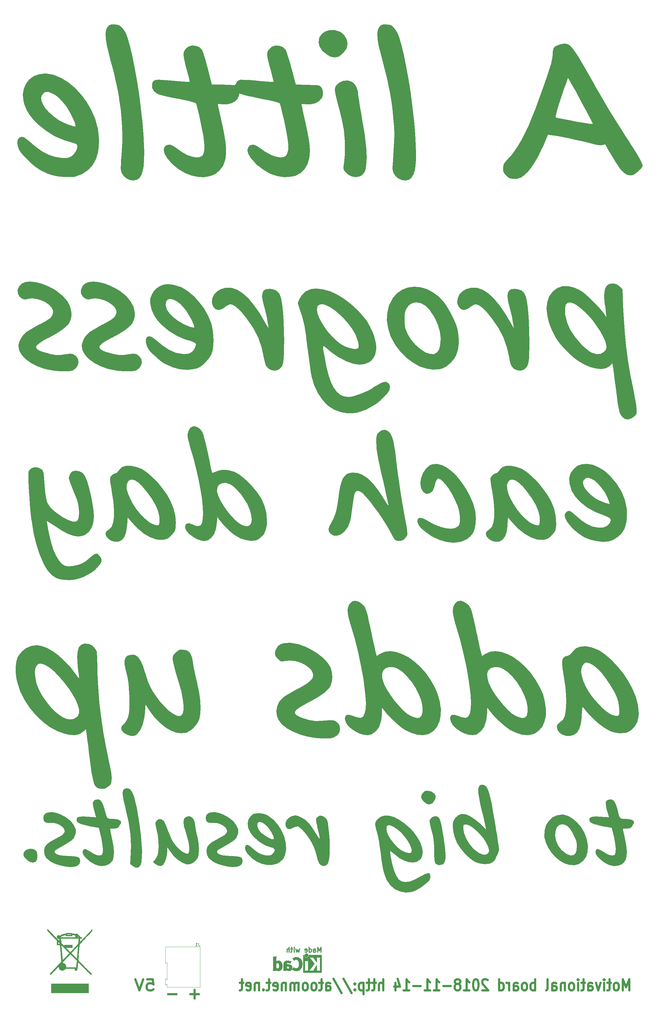
<source format=gbr>
G04 #@! TF.GenerationSoftware,KiCad,Pcbnew,(5.0.0)*
G04 #@! TF.CreationDate,2018-11-14T19:44:42+01:00*
G04 #@! TF.ProjectId,motivational board,6D6F7469766174696F6E616C20626F61,rev?*
G04 #@! TF.SameCoordinates,Original*
G04 #@! TF.FileFunction,Legend,Bot*
G04 #@! TF.FilePolarity,Positive*
%FSLAX46Y46*%
G04 Gerber Fmt 4.6, Leading zero omitted, Abs format (unit mm)*
G04 Created by KiCad (PCBNEW (5.0.0)) date 11/14/18 19:44:42*
%MOMM*%
%LPD*%
G01*
G04 APERTURE LIST*
%ADD10C,0.300000*%
%ADD11C,0.700000*%
%ADD12C,0.010000*%
%ADD13C,0.120000*%
%ADD14C,0.150000*%
G04 APERTURE END LIST*
D10*
X114160428Y-315384571D02*
X114160428Y-313884571D01*
X113660428Y-314956000D01*
X113160428Y-313884571D01*
X113160428Y-315384571D01*
X111803285Y-315384571D02*
X111803285Y-314598857D01*
X111874714Y-314456000D01*
X112017571Y-314384571D01*
X112303285Y-314384571D01*
X112446142Y-314456000D01*
X111803285Y-315313142D02*
X111946142Y-315384571D01*
X112303285Y-315384571D01*
X112446142Y-315313142D01*
X112517571Y-315170285D01*
X112517571Y-315027428D01*
X112446142Y-314884571D01*
X112303285Y-314813142D01*
X111946142Y-314813142D01*
X111803285Y-314741714D01*
X110446142Y-315384571D02*
X110446142Y-313884571D01*
X110446142Y-315313142D02*
X110589000Y-315384571D01*
X110874714Y-315384571D01*
X111017571Y-315313142D01*
X111089000Y-315241714D01*
X111160428Y-315098857D01*
X111160428Y-314670285D01*
X111089000Y-314527428D01*
X111017571Y-314456000D01*
X110874714Y-314384571D01*
X110589000Y-314384571D01*
X110446142Y-314456000D01*
X109160428Y-315313142D02*
X109303285Y-315384571D01*
X109589000Y-315384571D01*
X109731857Y-315313142D01*
X109803285Y-315170285D01*
X109803285Y-314598857D01*
X109731857Y-314456000D01*
X109589000Y-314384571D01*
X109303285Y-314384571D01*
X109160428Y-314456000D01*
X109089000Y-314598857D01*
X109089000Y-314741714D01*
X109803285Y-314884571D01*
X107446142Y-314384571D02*
X107160428Y-315384571D01*
X106874714Y-314670285D01*
X106589000Y-315384571D01*
X106303285Y-314384571D01*
X105731857Y-315384571D02*
X105731857Y-314384571D01*
X105731857Y-313884571D02*
X105803285Y-313956000D01*
X105731857Y-314027428D01*
X105660428Y-313956000D01*
X105731857Y-313884571D01*
X105731857Y-314027428D01*
X105231857Y-314384571D02*
X104660428Y-314384571D01*
X105017571Y-313884571D02*
X105017571Y-315170285D01*
X104946142Y-315313142D01*
X104803285Y-315384571D01*
X104660428Y-315384571D01*
X104160428Y-315384571D02*
X104160428Y-313884571D01*
X103517571Y-315384571D02*
X103517571Y-314598857D01*
X103589000Y-314456000D01*
X103731857Y-314384571D01*
X103946142Y-314384571D01*
X104089000Y-314456000D01*
X104160428Y-314527428D01*
D11*
X210574285Y-327338333D02*
X210574285Y-323838333D01*
X209574285Y-326338333D01*
X208574285Y-323838333D01*
X208574285Y-327338333D01*
X206717142Y-327338333D02*
X207002857Y-327171666D01*
X207145714Y-327005000D01*
X207288571Y-326671666D01*
X207288571Y-325671666D01*
X207145714Y-325338333D01*
X207002857Y-325171666D01*
X206717142Y-325005000D01*
X206288571Y-325005000D01*
X206002857Y-325171666D01*
X205860000Y-325338333D01*
X205717142Y-325671666D01*
X205717142Y-326671666D01*
X205860000Y-327005000D01*
X206002857Y-327171666D01*
X206288571Y-327338333D01*
X206717142Y-327338333D01*
X204860000Y-325005000D02*
X203717142Y-325005000D01*
X204431428Y-323838333D02*
X204431428Y-326838333D01*
X204288571Y-327171666D01*
X204002857Y-327338333D01*
X203717142Y-327338333D01*
X202717142Y-327338333D02*
X202717142Y-325005000D01*
X202717142Y-323838333D02*
X202860000Y-324005000D01*
X202717142Y-324171666D01*
X202574285Y-324005000D01*
X202717142Y-323838333D01*
X202717142Y-324171666D01*
X201574285Y-325005000D02*
X200859999Y-327338333D01*
X200145714Y-325005000D01*
X197717142Y-327338333D02*
X197717142Y-325505000D01*
X197860000Y-325171666D01*
X198145714Y-325005000D01*
X198717142Y-325005000D01*
X199002857Y-325171666D01*
X197717142Y-327171666D02*
X198002857Y-327338333D01*
X198717142Y-327338333D01*
X199002857Y-327171666D01*
X199145714Y-326838333D01*
X199145714Y-326505000D01*
X199002857Y-326171666D01*
X198717142Y-326005000D01*
X198002857Y-326005000D01*
X197717142Y-325838333D01*
X196717142Y-325005000D02*
X195574285Y-325005000D01*
X196288571Y-323838333D02*
X196288571Y-326838333D01*
X196145714Y-327171666D01*
X195859999Y-327338333D01*
X195574285Y-327338333D01*
X194574285Y-327338333D02*
X194574285Y-325005000D01*
X194574285Y-323838333D02*
X194717142Y-324005000D01*
X194574285Y-324171666D01*
X194431428Y-324005000D01*
X194574285Y-323838333D01*
X194574285Y-324171666D01*
X192717142Y-327338333D02*
X193002857Y-327171666D01*
X193145714Y-327005000D01*
X193288571Y-326671666D01*
X193288571Y-325671666D01*
X193145714Y-325338333D01*
X193002857Y-325171666D01*
X192717142Y-325005000D01*
X192288571Y-325005000D01*
X192002857Y-325171666D01*
X191859999Y-325338333D01*
X191717142Y-325671666D01*
X191717142Y-326671666D01*
X191859999Y-327005000D01*
X192002857Y-327171666D01*
X192288571Y-327338333D01*
X192717142Y-327338333D01*
X190431428Y-325005000D02*
X190431428Y-327338333D01*
X190431428Y-325338333D02*
X190288571Y-325171666D01*
X190002857Y-325005000D01*
X189574285Y-325005000D01*
X189288571Y-325171666D01*
X189145714Y-325505000D01*
X189145714Y-327338333D01*
X186431428Y-327338333D02*
X186431428Y-325505000D01*
X186574285Y-325171666D01*
X186859999Y-325005000D01*
X187431428Y-325005000D01*
X187717142Y-325171666D01*
X186431428Y-327171666D02*
X186717142Y-327338333D01*
X187431428Y-327338333D01*
X187717142Y-327171666D01*
X187859999Y-326838333D01*
X187859999Y-326505000D01*
X187717142Y-326171666D01*
X187431428Y-326005000D01*
X186717142Y-326005000D01*
X186431428Y-325838333D01*
X184574285Y-327338333D02*
X184859999Y-327171666D01*
X185002857Y-326838333D01*
X185002857Y-323838333D01*
X181145714Y-327338333D02*
X181145714Y-323838333D01*
X181145714Y-325171666D02*
X180859999Y-325005000D01*
X180288571Y-325005000D01*
X180002857Y-325171666D01*
X179859999Y-325338333D01*
X179717142Y-325671666D01*
X179717142Y-326671666D01*
X179859999Y-327005000D01*
X180002857Y-327171666D01*
X180288571Y-327338333D01*
X180859999Y-327338333D01*
X181145714Y-327171666D01*
X178002857Y-327338333D02*
X178288571Y-327171666D01*
X178431428Y-327005000D01*
X178574285Y-326671666D01*
X178574285Y-325671666D01*
X178431428Y-325338333D01*
X178288571Y-325171666D01*
X178002857Y-325005000D01*
X177574285Y-325005000D01*
X177288571Y-325171666D01*
X177145714Y-325338333D01*
X177002857Y-325671666D01*
X177002857Y-326671666D01*
X177145714Y-327005000D01*
X177288571Y-327171666D01*
X177574285Y-327338333D01*
X178002857Y-327338333D01*
X174431428Y-327338333D02*
X174431428Y-325505000D01*
X174574285Y-325171666D01*
X174859999Y-325005000D01*
X175431428Y-325005000D01*
X175717142Y-325171666D01*
X174431428Y-327171666D02*
X174717142Y-327338333D01*
X175431428Y-327338333D01*
X175717142Y-327171666D01*
X175859999Y-326838333D01*
X175859999Y-326505000D01*
X175717142Y-326171666D01*
X175431428Y-326005000D01*
X174717142Y-326005000D01*
X174431428Y-325838333D01*
X173002857Y-327338333D02*
X173002857Y-325005000D01*
X173002857Y-325671666D02*
X172859999Y-325338333D01*
X172717142Y-325171666D01*
X172431428Y-325005000D01*
X172145714Y-325005000D01*
X169859999Y-327338333D02*
X169859999Y-323838333D01*
X169859999Y-327171666D02*
X170145714Y-327338333D01*
X170717142Y-327338333D01*
X171002857Y-327171666D01*
X171145714Y-327005000D01*
X171288571Y-326671666D01*
X171288571Y-325671666D01*
X171145714Y-325338333D01*
X171002857Y-325171666D01*
X170717142Y-325005000D01*
X170145714Y-325005000D01*
X169859999Y-325171666D01*
X166288571Y-324171666D02*
X166145714Y-324005000D01*
X165859999Y-323838333D01*
X165145714Y-323838333D01*
X164859999Y-324005000D01*
X164717142Y-324171666D01*
X164574285Y-324505000D01*
X164574285Y-324838333D01*
X164717142Y-325338333D01*
X166431428Y-327338333D01*
X164574285Y-327338333D01*
X162717142Y-323838333D02*
X162431428Y-323838333D01*
X162145714Y-324005000D01*
X162002857Y-324171666D01*
X161859999Y-324505000D01*
X161717142Y-325171666D01*
X161717142Y-326005000D01*
X161859999Y-326671666D01*
X162002857Y-327005000D01*
X162145714Y-327171666D01*
X162431428Y-327338333D01*
X162717142Y-327338333D01*
X163002857Y-327171666D01*
X163145714Y-327005000D01*
X163288571Y-326671666D01*
X163431428Y-326005000D01*
X163431428Y-325171666D01*
X163288571Y-324505000D01*
X163145714Y-324171666D01*
X163002857Y-324005000D01*
X162717142Y-323838333D01*
X158860000Y-327338333D02*
X160574285Y-327338333D01*
X159717142Y-327338333D02*
X159717142Y-323838333D01*
X160002857Y-324338333D01*
X160288571Y-324671666D01*
X160574285Y-324838333D01*
X157145714Y-325338333D02*
X157431428Y-325171666D01*
X157574285Y-325005000D01*
X157717142Y-324671666D01*
X157717142Y-324505000D01*
X157574285Y-324171666D01*
X157431428Y-324005000D01*
X157145714Y-323838333D01*
X156574285Y-323838333D01*
X156288571Y-324005000D01*
X156145714Y-324171666D01*
X156002857Y-324505000D01*
X156002857Y-324671666D01*
X156145714Y-325005000D01*
X156288571Y-325171666D01*
X156574285Y-325338333D01*
X157145714Y-325338333D01*
X157431428Y-325505000D01*
X157574285Y-325671666D01*
X157717142Y-326005000D01*
X157717142Y-326671666D01*
X157574285Y-327005000D01*
X157431428Y-327171666D01*
X157145714Y-327338333D01*
X156574285Y-327338333D01*
X156288571Y-327171666D01*
X156145714Y-327005000D01*
X156002857Y-326671666D01*
X156002857Y-326005000D01*
X156145714Y-325671666D01*
X156288571Y-325505000D01*
X156574285Y-325338333D01*
X154717142Y-326005000D02*
X152431428Y-326005000D01*
X149431428Y-327338333D02*
X151145714Y-327338333D01*
X150288571Y-327338333D02*
X150288571Y-323838333D01*
X150574285Y-324338333D01*
X150860000Y-324671666D01*
X151145714Y-324838333D01*
X146574285Y-327338333D02*
X148288571Y-327338333D01*
X147431428Y-327338333D02*
X147431428Y-323838333D01*
X147717142Y-324338333D01*
X148002857Y-324671666D01*
X148288571Y-324838333D01*
X145288571Y-326005000D02*
X143002857Y-326005000D01*
X140002857Y-327338333D02*
X141717142Y-327338333D01*
X140860000Y-327338333D02*
X140860000Y-323838333D01*
X141145714Y-324338333D01*
X141431428Y-324671666D01*
X141717142Y-324838333D01*
X137431428Y-325005000D02*
X137431428Y-327338333D01*
X138145714Y-323671666D02*
X138859999Y-326171666D01*
X137002857Y-326171666D01*
X133574285Y-327338333D02*
X133574285Y-323838333D01*
X132288571Y-327338333D02*
X132288571Y-325505000D01*
X132431428Y-325171666D01*
X132717142Y-325005000D01*
X133145714Y-325005000D01*
X133431428Y-325171666D01*
X133574285Y-325338333D01*
X131288571Y-325005000D02*
X130145714Y-325005000D01*
X130859999Y-323838333D02*
X130859999Y-326838333D01*
X130717142Y-327171666D01*
X130431428Y-327338333D01*
X130145714Y-327338333D01*
X129574285Y-325005000D02*
X128431428Y-325005000D01*
X129145714Y-323838333D02*
X129145714Y-326838333D01*
X129002857Y-327171666D01*
X128717142Y-327338333D01*
X128431428Y-327338333D01*
X127431428Y-325005000D02*
X127431428Y-328505000D01*
X127431428Y-325171666D02*
X127145714Y-325005000D01*
X126574285Y-325005000D01*
X126288571Y-325171666D01*
X126145714Y-325338333D01*
X126002857Y-325671666D01*
X126002857Y-326671666D01*
X126145714Y-327005000D01*
X126288571Y-327171666D01*
X126574285Y-327338333D01*
X127145714Y-327338333D01*
X127431428Y-327171666D01*
X124717142Y-327005000D02*
X124574285Y-327171666D01*
X124717142Y-327338333D01*
X124859999Y-327171666D01*
X124717142Y-327005000D01*
X124717142Y-327338333D01*
X124717142Y-325171666D02*
X124574285Y-325338333D01*
X124717142Y-325505000D01*
X124859999Y-325338333D01*
X124717142Y-325171666D01*
X124717142Y-325505000D01*
X121145714Y-323671666D02*
X123717142Y-328171666D01*
X118002857Y-323671666D02*
X120574285Y-328171666D01*
X115717142Y-327338333D02*
X115717142Y-325505000D01*
X115859999Y-325171666D01*
X116145714Y-325005000D01*
X116717142Y-325005000D01*
X117002857Y-325171666D01*
X115717142Y-327171666D02*
X116002857Y-327338333D01*
X116717142Y-327338333D01*
X117002857Y-327171666D01*
X117145714Y-326838333D01*
X117145714Y-326505000D01*
X117002857Y-326171666D01*
X116717142Y-326005000D01*
X116002857Y-326005000D01*
X115717142Y-325838333D01*
X114717142Y-325005000D02*
X113574285Y-325005000D01*
X114288571Y-323838333D02*
X114288571Y-326838333D01*
X114145714Y-327171666D01*
X113859999Y-327338333D01*
X113574285Y-327338333D01*
X112145714Y-327338333D02*
X112431428Y-327171666D01*
X112574285Y-327005000D01*
X112717142Y-326671666D01*
X112717142Y-325671666D01*
X112574285Y-325338333D01*
X112431428Y-325171666D01*
X112145714Y-325005000D01*
X111717142Y-325005000D01*
X111431428Y-325171666D01*
X111288571Y-325338333D01*
X111145714Y-325671666D01*
X111145714Y-326671666D01*
X111288571Y-327005000D01*
X111431428Y-327171666D01*
X111717142Y-327338333D01*
X112145714Y-327338333D01*
X109431428Y-327338333D02*
X109717142Y-327171666D01*
X109859999Y-327005000D01*
X110002857Y-326671666D01*
X110002857Y-325671666D01*
X109859999Y-325338333D01*
X109717142Y-325171666D01*
X109431428Y-325005000D01*
X109002857Y-325005000D01*
X108717142Y-325171666D01*
X108574285Y-325338333D01*
X108431428Y-325671666D01*
X108431428Y-326671666D01*
X108574285Y-327005000D01*
X108717142Y-327171666D01*
X109002857Y-327338333D01*
X109431428Y-327338333D01*
X107145714Y-327338333D02*
X107145714Y-325005000D01*
X107145714Y-325338333D02*
X107002857Y-325171666D01*
X106717142Y-325005000D01*
X106288571Y-325005000D01*
X106002857Y-325171666D01*
X105859999Y-325505000D01*
X105859999Y-327338333D01*
X105859999Y-325505000D02*
X105717142Y-325171666D01*
X105431428Y-325005000D01*
X105002857Y-325005000D01*
X104717142Y-325171666D01*
X104574285Y-325505000D01*
X104574285Y-327338333D01*
X103145714Y-325005000D02*
X103145714Y-327338333D01*
X103145714Y-325338333D02*
X103002857Y-325171666D01*
X102717142Y-325005000D01*
X102288571Y-325005000D01*
X102002857Y-325171666D01*
X101859999Y-325505000D01*
X101859999Y-327338333D01*
X99288571Y-327171666D02*
X99574285Y-327338333D01*
X100145714Y-327338333D01*
X100431428Y-327171666D01*
X100574285Y-326838333D01*
X100574285Y-325505000D01*
X100431428Y-325171666D01*
X100145714Y-325005000D01*
X99574285Y-325005000D01*
X99288571Y-325171666D01*
X99145714Y-325505000D01*
X99145714Y-325838333D01*
X100574285Y-326171666D01*
X98288571Y-325005000D02*
X97145714Y-325005000D01*
X97859999Y-323838333D02*
X97859999Y-326838333D01*
X97717142Y-327171666D01*
X97431428Y-327338333D01*
X97145714Y-327338333D01*
X96145714Y-327005000D02*
X96002857Y-327171666D01*
X96145714Y-327338333D01*
X96288571Y-327171666D01*
X96145714Y-327005000D01*
X96145714Y-327338333D01*
X94717142Y-325005000D02*
X94717142Y-327338333D01*
X94717142Y-325338333D02*
X94574285Y-325171666D01*
X94288571Y-325005000D01*
X93859999Y-325005000D01*
X93574285Y-325171666D01*
X93431428Y-325505000D01*
X93431428Y-327338333D01*
X90859999Y-327171666D02*
X91145714Y-327338333D01*
X91717142Y-327338333D01*
X92002857Y-327171666D01*
X92145714Y-326838333D01*
X92145714Y-325505000D01*
X92002857Y-325171666D01*
X91717142Y-325005000D01*
X91145714Y-325005000D01*
X90859999Y-325171666D01*
X90717142Y-325505000D01*
X90717142Y-325838333D01*
X92145714Y-326171666D01*
X89859999Y-325005000D02*
X88717142Y-325005000D01*
X89431428Y-323838333D02*
X89431428Y-326838333D01*
X89288571Y-327171666D01*
X89002857Y-327338333D01*
X88717142Y-327338333D01*
X59759761Y-323838333D02*
X61521666Y-323838333D01*
X61697857Y-325505000D01*
X61521666Y-325338333D01*
X61169285Y-325171666D01*
X60288333Y-325171666D01*
X59935952Y-325338333D01*
X59759761Y-325505000D01*
X59583571Y-325838333D01*
X59583571Y-326671666D01*
X59759761Y-327005000D01*
X59935952Y-327171666D01*
X60288333Y-327338333D01*
X61169285Y-327338333D01*
X61521666Y-327171666D01*
X61697857Y-327005000D01*
X58526428Y-323838333D02*
X57293095Y-327338333D01*
X56059761Y-323838333D01*
X75953333Y-328545000D02*
X73286666Y-328545000D01*
X74620000Y-329878333D02*
X74620000Y-327211666D01*
X68953333Y-328545000D02*
X66286666Y-328545000D01*
D12*
G04 #@! TO.C,G\002A\002A\002A*
G36*
X115640316Y-27624385D02*
X114539292Y-28340812D01*
X113760997Y-29387741D01*
X113579431Y-29834901D01*
X113404643Y-31165752D01*
X113760239Y-32472481D01*
X114597660Y-33690314D01*
X115799354Y-34779568D01*
X117048699Y-35481626D01*
X118261999Y-35766572D01*
X119355560Y-35604494D01*
X119613948Y-35483241D01*
X120538676Y-34815333D01*
X121398016Y-33928801D01*
X122021844Y-33011542D01*
X122175398Y-32654216D01*
X122347965Y-31333949D01*
X122058623Y-30025835D01*
X121366943Y-28860366D01*
X120332494Y-27968034D01*
X119942635Y-27763221D01*
X118435700Y-27305080D01*
X116970357Y-27268971D01*
X115640316Y-27624385D01*
X115640316Y-27624385D01*
G37*
X115640316Y-27624385D02*
X114539292Y-28340812D01*
X113760997Y-29387741D01*
X113579431Y-29834901D01*
X113404643Y-31165752D01*
X113760239Y-32472481D01*
X114597660Y-33690314D01*
X115799354Y-34779568D01*
X117048699Y-35481626D01*
X118261999Y-35766572D01*
X119355560Y-35604494D01*
X119613948Y-35483241D01*
X120538676Y-34815333D01*
X121398016Y-33928801D01*
X122021844Y-33011542D01*
X122175398Y-32654216D01*
X122347965Y-31333949D01*
X122058623Y-30025835D01*
X121366943Y-28860366D01*
X120332494Y-27968034D01*
X119942635Y-27763221D01*
X118435700Y-27305080D01*
X116970357Y-27268971D01*
X115640316Y-27624385D01*
G36*
X25935217Y-41080912D02*
X24269816Y-41702670D01*
X22888702Y-42696489D01*
X21834836Y-44015839D01*
X21151184Y-45614185D01*
X20880707Y-47444996D01*
X21066371Y-49461739D01*
X21327862Y-50474891D01*
X21992878Y-52162723D01*
X22931462Y-53740152D01*
X24222615Y-55323561D01*
X25485643Y-56600040D01*
X28005737Y-58651399D01*
X30858354Y-60370284D01*
X33908064Y-61682996D01*
X35927632Y-62282495D01*
X36764260Y-62519715D01*
X37405314Y-62761220D01*
X37598685Y-62869485D01*
X37923197Y-63427590D01*
X37884806Y-64203836D01*
X37536666Y-65080448D01*
X36931934Y-65939652D01*
X36123764Y-66663673D01*
X35793948Y-66868169D01*
X35141093Y-67154490D01*
X34413922Y-67282772D01*
X33419358Y-67279490D01*
X32986579Y-67253150D01*
X30902672Y-66928968D01*
X28861818Y-66229574D01*
X26798118Y-65121757D01*
X24645674Y-63572305D01*
X23148009Y-62294822D01*
X22060924Y-61381894D01*
X21221565Y-60854354D01*
X20542382Y-60681021D01*
X19935819Y-60830714D01*
X19608495Y-61034267D01*
X19218925Y-61626464D01*
X19109257Y-62537372D01*
X19279308Y-63630186D01*
X19613130Y-64536052D01*
X20135541Y-65357335D01*
X20990681Y-66386563D01*
X22074619Y-67523022D01*
X23283421Y-68665998D01*
X24513157Y-69714775D01*
X25659895Y-70568640D01*
X26173303Y-70893131D01*
X27347249Y-71507105D01*
X28656027Y-72087758D01*
X29644474Y-72451305D01*
X30896907Y-72750574D01*
X32418719Y-72971662D01*
X34038382Y-73103609D01*
X35584371Y-73135455D01*
X36885159Y-73056239D01*
X37473689Y-72951574D01*
X39472421Y-72179939D01*
X41213664Y-70971442D01*
X42644791Y-69383160D01*
X43713179Y-67472168D01*
X44320673Y-65525524D01*
X44549209Y-63786842D01*
X44599803Y-61761373D01*
X44476002Y-59665329D01*
X44193563Y-57773728D01*
X44046336Y-57250885D01*
X37380364Y-57250885D01*
X37225178Y-57418385D01*
X36699010Y-57349811D01*
X36565530Y-57322501D01*
X35870040Y-57118258D01*
X34896751Y-56757676D01*
X33849561Y-56316611D01*
X33791937Y-56290649D01*
X32051700Y-55366761D01*
X30452900Y-54259411D01*
X29051456Y-53032849D01*
X27903289Y-51751329D01*
X27064320Y-50479100D01*
X26590469Y-49280417D01*
X26537658Y-48219529D01*
X26587517Y-48012907D01*
X27064622Y-47107207D01*
X27778358Y-46626942D01*
X28682533Y-46543722D01*
X29730954Y-46829160D01*
X30877430Y-47454867D01*
X32075768Y-48392454D01*
X33279777Y-49613533D01*
X34443264Y-51089716D01*
X35520037Y-52792615D01*
X36071179Y-53841316D01*
X36569389Y-54905230D01*
X36985369Y-55875649D01*
X37250298Y-56589150D01*
X37293868Y-56744747D01*
X37380364Y-57250885D01*
X44046336Y-57250885D01*
X43426160Y-55048472D01*
X42284992Y-52386240D01*
X40825114Y-49851314D01*
X39101583Y-47507978D01*
X37169454Y-45420514D01*
X35083784Y-43653205D01*
X32899630Y-42270333D01*
X30672046Y-41336181D01*
X29947022Y-41139714D01*
X27841940Y-40877749D01*
X25935217Y-41080912D01*
X25935217Y-41080912D01*
G37*
X25935217Y-41080912D02*
X24269816Y-41702670D01*
X22888702Y-42696489D01*
X21834836Y-44015839D01*
X21151184Y-45614185D01*
X20880707Y-47444996D01*
X21066371Y-49461739D01*
X21327862Y-50474891D01*
X21992878Y-52162723D01*
X22931462Y-53740152D01*
X24222615Y-55323561D01*
X25485643Y-56600040D01*
X28005737Y-58651399D01*
X30858354Y-60370284D01*
X33908064Y-61682996D01*
X35927632Y-62282495D01*
X36764260Y-62519715D01*
X37405314Y-62761220D01*
X37598685Y-62869485D01*
X37923197Y-63427590D01*
X37884806Y-64203836D01*
X37536666Y-65080448D01*
X36931934Y-65939652D01*
X36123764Y-66663673D01*
X35793948Y-66868169D01*
X35141093Y-67154490D01*
X34413922Y-67282772D01*
X33419358Y-67279490D01*
X32986579Y-67253150D01*
X30902672Y-66928968D01*
X28861818Y-66229574D01*
X26798118Y-65121757D01*
X24645674Y-63572305D01*
X23148009Y-62294822D01*
X22060924Y-61381894D01*
X21221565Y-60854354D01*
X20542382Y-60681021D01*
X19935819Y-60830714D01*
X19608495Y-61034267D01*
X19218925Y-61626464D01*
X19109257Y-62537372D01*
X19279308Y-63630186D01*
X19613130Y-64536052D01*
X20135541Y-65357335D01*
X20990681Y-66386563D01*
X22074619Y-67523022D01*
X23283421Y-68665998D01*
X24513157Y-69714775D01*
X25659895Y-70568640D01*
X26173303Y-70893131D01*
X27347249Y-71507105D01*
X28656027Y-72087758D01*
X29644474Y-72451305D01*
X30896907Y-72750574D01*
X32418719Y-72971662D01*
X34038382Y-73103609D01*
X35584371Y-73135455D01*
X36885159Y-73056239D01*
X37473689Y-72951574D01*
X39472421Y-72179939D01*
X41213664Y-70971442D01*
X42644791Y-69383160D01*
X43713179Y-67472168D01*
X44320673Y-65525524D01*
X44549209Y-63786842D01*
X44599803Y-61761373D01*
X44476002Y-59665329D01*
X44193563Y-57773728D01*
X44046336Y-57250885D01*
X37380364Y-57250885D01*
X37225178Y-57418385D01*
X36699010Y-57349811D01*
X36565530Y-57322501D01*
X35870040Y-57118258D01*
X34896751Y-56757676D01*
X33849561Y-56316611D01*
X33791937Y-56290649D01*
X32051700Y-55366761D01*
X30452900Y-54259411D01*
X29051456Y-53032849D01*
X27903289Y-51751329D01*
X27064320Y-50479100D01*
X26590469Y-49280417D01*
X26537658Y-48219529D01*
X26587517Y-48012907D01*
X27064622Y-47107207D01*
X27778358Y-46626942D01*
X28682533Y-46543722D01*
X29730954Y-46829160D01*
X30877430Y-47454867D01*
X32075768Y-48392454D01*
X33279777Y-49613533D01*
X34443264Y-51089716D01*
X35520037Y-52792615D01*
X36071179Y-53841316D01*
X36569389Y-54905230D01*
X36985369Y-55875649D01*
X37250298Y-56589150D01*
X37293868Y-56744747D01*
X37380364Y-57250885D01*
X44046336Y-57250885D01*
X43426160Y-55048472D01*
X42284992Y-52386240D01*
X40825114Y-49851314D01*
X39101583Y-47507978D01*
X37169454Y-45420514D01*
X35083784Y-43653205D01*
X32899630Y-42270333D01*
X30672046Y-41336181D01*
X29947022Y-41139714D01*
X27841940Y-40877749D01*
X25935217Y-41080912D01*
G36*
X72639685Y-32469567D02*
X71821842Y-33107973D01*
X71440025Y-33615774D01*
X71207319Y-34175274D01*
X71127874Y-34868149D01*
X71205837Y-35776080D01*
X71445357Y-36980744D01*
X71850582Y-38563820D01*
X72154454Y-39656753D01*
X72521556Y-40984429D01*
X72819049Y-42117707D01*
X73023635Y-42963136D01*
X73112016Y-43427269D01*
X73109076Y-43485837D01*
X72824366Y-43493503D01*
X72091038Y-43455419D01*
X70992703Y-43377550D01*
X69612974Y-43265859D01*
X68035462Y-43126312D01*
X67919299Y-43115609D01*
X65922127Y-42940179D01*
X64390372Y-42836936D01*
X63258280Y-42816393D01*
X62460098Y-42889068D01*
X61930074Y-43065476D01*
X61602454Y-43356132D01*
X61411486Y-43771552D01*
X61318393Y-44171268D01*
X61353214Y-45318159D01*
X61865271Y-46319488D01*
X62798784Y-47072566D01*
X62930095Y-47138356D01*
X63482820Y-47328462D01*
X64464260Y-47592912D01*
X65777360Y-47908545D01*
X67325062Y-48252201D01*
X69010311Y-48600718D01*
X69291873Y-48656495D01*
X71235124Y-49055227D01*
X72824274Y-49414936D01*
X74013021Y-49723832D01*
X74755062Y-49970121D01*
X74991771Y-50108178D01*
X75155549Y-50510928D01*
X75397605Y-51350425D01*
X75697901Y-52537795D01*
X76036401Y-53984164D01*
X76393068Y-55600658D01*
X76747864Y-57298404D01*
X77080752Y-58988526D01*
X77371694Y-60582152D01*
X77430343Y-60924344D01*
X77679773Y-62994450D01*
X77662479Y-64654350D01*
X77380152Y-65884223D01*
X76949412Y-66560588D01*
X76160486Y-66988979D01*
X75060453Y-67076000D01*
X73733979Y-66839872D01*
X72265729Y-66298821D01*
X70740369Y-65471069D01*
X70193656Y-65106468D01*
X68998967Y-64273629D01*
X68149217Y-63703833D01*
X67555367Y-63347702D01*
X67128379Y-63155859D01*
X66779213Y-63078925D01*
X66515913Y-63066934D01*
X65708590Y-63303870D01*
X65140985Y-63928885D01*
X64937106Y-64768283D01*
X65186384Y-65909842D01*
X65936744Y-67198370D01*
X67191973Y-68639816D01*
X67738358Y-69169473D01*
X69639003Y-70703054D01*
X71633154Y-71871198D01*
X73662977Y-72673582D01*
X75670639Y-73109883D01*
X77598306Y-73179778D01*
X79388146Y-72882943D01*
X80982324Y-72219055D01*
X82323007Y-71187792D01*
X83352362Y-69788829D01*
X83608834Y-69258163D01*
X84000907Y-68158817D01*
X84253256Y-66962752D01*
X84362157Y-65610190D01*
X84323891Y-64041349D01*
X84134733Y-62196451D01*
X83790963Y-60015716D01*
X83288857Y-57439365D01*
X82706708Y-54769263D01*
X82389634Y-53350832D01*
X82119370Y-52113296D01*
X81916206Y-51151847D01*
X81800431Y-50561678D01*
X81781316Y-50427412D01*
X82021648Y-50315934D01*
X82655884Y-50316469D01*
X83141291Y-50368708D01*
X84649237Y-50397441D01*
X86028773Y-50092924D01*
X87180103Y-49504037D01*
X88003434Y-48679661D01*
X88376126Y-47804633D01*
X88501771Y-47253510D01*
X88584879Y-47023423D01*
X88585003Y-47023421D01*
X88845683Y-47099091D01*
X89447065Y-47291044D01*
X89821582Y-47413582D01*
X90464590Y-47589706D01*
X91524193Y-47839554D01*
X92891248Y-48139138D01*
X94456617Y-48464474D01*
X95951842Y-48760831D01*
X97808590Y-49138007D01*
X99310048Y-49480177D01*
X100407264Y-49774770D01*
X101051283Y-50009214D01*
X101193876Y-50107025D01*
X101357689Y-50510271D01*
X101599779Y-51350227D01*
X101900106Y-52537985D01*
X102238625Y-53984636D01*
X102595294Y-55601270D01*
X102950070Y-57298978D01*
X103282909Y-58988851D01*
X103573769Y-60581980D01*
X103632449Y-60924344D01*
X103881878Y-62994450D01*
X103864584Y-64654350D01*
X103582258Y-65884223D01*
X103151517Y-66560588D01*
X102362591Y-66988979D01*
X101262558Y-67076000D01*
X99936084Y-66839872D01*
X98467835Y-66298821D01*
X96942474Y-65471069D01*
X96395761Y-65106468D01*
X95201072Y-64273629D01*
X94351322Y-63703833D01*
X93757472Y-63347702D01*
X93330484Y-63155859D01*
X92981318Y-63078925D01*
X92718018Y-63066934D01*
X91910696Y-63303870D01*
X91343090Y-63928885D01*
X91139211Y-64768283D01*
X91388489Y-65909842D01*
X92138849Y-67198370D01*
X93394078Y-68639816D01*
X93940463Y-69169473D01*
X95994326Y-70812803D01*
X98169609Y-72041820D01*
X100400934Y-72837390D01*
X102622919Y-73180382D01*
X104770184Y-73051661D01*
X106063017Y-72717047D01*
X107690780Y-71893049D01*
X108964376Y-70670713D01*
X109879778Y-69055862D01*
X110432959Y-67054318D01*
X110542617Y-66240602D01*
X110586184Y-64977215D01*
X110484242Y-63392141D01*
X110230924Y-61444188D01*
X109820365Y-59092166D01*
X109246696Y-56294883D01*
X108908814Y-54769263D01*
X108591739Y-53350832D01*
X108321475Y-52113296D01*
X108118312Y-51151847D01*
X108002536Y-50561678D01*
X107983421Y-50427412D01*
X108223754Y-50315934D01*
X108857989Y-50316469D01*
X109343396Y-50368708D01*
X110939323Y-50397484D01*
X112376537Y-50059691D01*
X113549819Y-49395910D01*
X114353949Y-48446719D01*
X114361008Y-48433612D01*
X114630389Y-47514298D01*
X114631890Y-46449260D01*
X114380857Y-45488338D01*
X114157134Y-45114620D01*
X113925937Y-44863300D01*
X113644584Y-44686269D01*
X113218626Y-44567577D01*
X112553615Y-44491273D01*
X111555100Y-44441408D01*
X110128634Y-44402032D01*
X109906754Y-44396850D01*
X106166872Y-44310279D01*
X105895803Y-43327376D01*
X105733887Y-42727697D01*
X105467695Y-41727854D01*
X105128270Y-40445017D01*
X104746654Y-38996355D01*
X104550430Y-38249148D01*
X104153044Y-36794080D01*
X103765237Y-35480620D01*
X103420728Y-34415549D01*
X103153239Y-33705652D01*
X103053572Y-33508922D01*
X102207482Y-32657141D01*
X101128800Y-32192439D01*
X99959558Y-32126141D01*
X98841791Y-32469567D01*
X98023948Y-33107973D01*
X97642130Y-33615774D01*
X97409424Y-34175274D01*
X97329979Y-34868149D01*
X97407942Y-35776080D01*
X97647462Y-36980744D01*
X98052688Y-38563820D01*
X98356559Y-39656753D01*
X98723519Y-40984647D01*
X99020585Y-42118395D01*
X99224516Y-42964478D01*
X99312069Y-43429372D01*
X99308755Y-43488263D01*
X99022998Y-43496805D01*
X98290213Y-43458751D01*
X97195505Y-43380200D01*
X95823980Y-43267252D01*
X94281435Y-43127951D01*
X92665929Y-42989490D01*
X91190974Y-42887904D01*
X89956435Y-42828127D01*
X89062179Y-42815096D01*
X88626458Y-42848481D01*
X87924147Y-43277229D01*
X87614369Y-43840785D01*
X87291072Y-44425201D01*
X86941268Y-44499799D01*
X86533233Y-44441804D01*
X85709383Y-44394229D01*
X84588614Y-44361925D01*
X83289820Y-44349742D01*
X83262497Y-44349737D01*
X79974782Y-44349737D01*
X79698705Y-43347105D01*
X79534921Y-42740091D01*
X79267026Y-41733569D01*
X78926229Y-40445363D01*
X78543742Y-38993297D01*
X78348325Y-38249148D01*
X77950939Y-36794080D01*
X77563131Y-35480620D01*
X77218623Y-34415549D01*
X76951134Y-33705652D01*
X76851466Y-33508922D01*
X76005377Y-32657141D01*
X74926695Y-32192439D01*
X73757453Y-32126141D01*
X72639685Y-32469567D01*
X72639685Y-32469567D01*
G37*
X72639685Y-32469567D02*
X71821842Y-33107973D01*
X71440025Y-33615774D01*
X71207319Y-34175274D01*
X71127874Y-34868149D01*
X71205837Y-35776080D01*
X71445357Y-36980744D01*
X71850582Y-38563820D01*
X72154454Y-39656753D01*
X72521556Y-40984429D01*
X72819049Y-42117707D01*
X73023635Y-42963136D01*
X73112016Y-43427269D01*
X73109076Y-43485837D01*
X72824366Y-43493503D01*
X72091038Y-43455419D01*
X70992703Y-43377550D01*
X69612974Y-43265859D01*
X68035462Y-43126312D01*
X67919299Y-43115609D01*
X65922127Y-42940179D01*
X64390372Y-42836936D01*
X63258280Y-42816393D01*
X62460098Y-42889068D01*
X61930074Y-43065476D01*
X61602454Y-43356132D01*
X61411486Y-43771552D01*
X61318393Y-44171268D01*
X61353214Y-45318159D01*
X61865271Y-46319488D01*
X62798784Y-47072566D01*
X62930095Y-47138356D01*
X63482820Y-47328462D01*
X64464260Y-47592912D01*
X65777360Y-47908545D01*
X67325062Y-48252201D01*
X69010311Y-48600718D01*
X69291873Y-48656495D01*
X71235124Y-49055227D01*
X72824274Y-49414936D01*
X74013021Y-49723832D01*
X74755062Y-49970121D01*
X74991771Y-50108178D01*
X75155549Y-50510928D01*
X75397605Y-51350425D01*
X75697901Y-52537795D01*
X76036401Y-53984164D01*
X76393068Y-55600658D01*
X76747864Y-57298404D01*
X77080752Y-58988526D01*
X77371694Y-60582152D01*
X77430343Y-60924344D01*
X77679773Y-62994450D01*
X77662479Y-64654350D01*
X77380152Y-65884223D01*
X76949412Y-66560588D01*
X76160486Y-66988979D01*
X75060453Y-67076000D01*
X73733979Y-66839872D01*
X72265729Y-66298821D01*
X70740369Y-65471069D01*
X70193656Y-65106468D01*
X68998967Y-64273629D01*
X68149217Y-63703833D01*
X67555367Y-63347702D01*
X67128379Y-63155859D01*
X66779213Y-63078925D01*
X66515913Y-63066934D01*
X65708590Y-63303870D01*
X65140985Y-63928885D01*
X64937106Y-64768283D01*
X65186384Y-65909842D01*
X65936744Y-67198370D01*
X67191973Y-68639816D01*
X67738358Y-69169473D01*
X69639003Y-70703054D01*
X71633154Y-71871198D01*
X73662977Y-72673582D01*
X75670639Y-73109883D01*
X77598306Y-73179778D01*
X79388146Y-72882943D01*
X80982324Y-72219055D01*
X82323007Y-71187792D01*
X83352362Y-69788829D01*
X83608834Y-69258163D01*
X84000907Y-68158817D01*
X84253256Y-66962752D01*
X84362157Y-65610190D01*
X84323891Y-64041349D01*
X84134733Y-62196451D01*
X83790963Y-60015716D01*
X83288857Y-57439365D01*
X82706708Y-54769263D01*
X82389634Y-53350832D01*
X82119370Y-52113296D01*
X81916206Y-51151847D01*
X81800431Y-50561678D01*
X81781316Y-50427412D01*
X82021648Y-50315934D01*
X82655884Y-50316469D01*
X83141291Y-50368708D01*
X84649237Y-50397441D01*
X86028773Y-50092924D01*
X87180103Y-49504037D01*
X88003434Y-48679661D01*
X88376126Y-47804633D01*
X88501771Y-47253510D01*
X88584879Y-47023423D01*
X88585003Y-47023421D01*
X88845683Y-47099091D01*
X89447065Y-47291044D01*
X89821582Y-47413582D01*
X90464590Y-47589706D01*
X91524193Y-47839554D01*
X92891248Y-48139138D01*
X94456617Y-48464474D01*
X95951842Y-48760831D01*
X97808590Y-49138007D01*
X99310048Y-49480177D01*
X100407264Y-49774770D01*
X101051283Y-50009214D01*
X101193876Y-50107025D01*
X101357689Y-50510271D01*
X101599779Y-51350227D01*
X101900106Y-52537985D01*
X102238625Y-53984636D01*
X102595294Y-55601270D01*
X102950070Y-57298978D01*
X103282909Y-58988851D01*
X103573769Y-60581980D01*
X103632449Y-60924344D01*
X103881878Y-62994450D01*
X103864584Y-64654350D01*
X103582258Y-65884223D01*
X103151517Y-66560588D01*
X102362591Y-66988979D01*
X101262558Y-67076000D01*
X99936084Y-66839872D01*
X98467835Y-66298821D01*
X96942474Y-65471069D01*
X96395761Y-65106468D01*
X95201072Y-64273629D01*
X94351322Y-63703833D01*
X93757472Y-63347702D01*
X93330484Y-63155859D01*
X92981318Y-63078925D01*
X92718018Y-63066934D01*
X91910696Y-63303870D01*
X91343090Y-63928885D01*
X91139211Y-64768283D01*
X91388489Y-65909842D01*
X92138849Y-67198370D01*
X93394078Y-68639816D01*
X93940463Y-69169473D01*
X95994326Y-70812803D01*
X98169609Y-72041820D01*
X100400934Y-72837390D01*
X102622919Y-73180382D01*
X104770184Y-73051661D01*
X106063017Y-72717047D01*
X107690780Y-71893049D01*
X108964376Y-70670713D01*
X109879778Y-69055862D01*
X110432959Y-67054318D01*
X110542617Y-66240602D01*
X110586184Y-64977215D01*
X110484242Y-63392141D01*
X110230924Y-61444188D01*
X109820365Y-59092166D01*
X109246696Y-56294883D01*
X108908814Y-54769263D01*
X108591739Y-53350832D01*
X108321475Y-52113296D01*
X108118312Y-51151847D01*
X108002536Y-50561678D01*
X107983421Y-50427412D01*
X108223754Y-50315934D01*
X108857989Y-50316469D01*
X109343396Y-50368708D01*
X110939323Y-50397484D01*
X112376537Y-50059691D01*
X113549819Y-49395910D01*
X114353949Y-48446719D01*
X114361008Y-48433612D01*
X114630389Y-47514298D01*
X114631890Y-46449260D01*
X114380857Y-45488338D01*
X114157134Y-45114620D01*
X113925937Y-44863300D01*
X113644584Y-44686269D01*
X113218626Y-44567577D01*
X112553615Y-44491273D01*
X111555100Y-44441408D01*
X110128634Y-44402032D01*
X109906754Y-44396850D01*
X106166872Y-44310279D01*
X105895803Y-43327376D01*
X105733887Y-42727697D01*
X105467695Y-41727854D01*
X105128270Y-40445017D01*
X104746654Y-38996355D01*
X104550430Y-38249148D01*
X104153044Y-36794080D01*
X103765237Y-35480620D01*
X103420728Y-34415549D01*
X103153239Y-33705652D01*
X103053572Y-33508922D01*
X102207482Y-32657141D01*
X101128800Y-32192439D01*
X99959558Y-32126141D01*
X98841791Y-32469567D01*
X98023948Y-33107973D01*
X97642130Y-33615774D01*
X97409424Y-34175274D01*
X97329979Y-34868149D01*
X97407942Y-35776080D01*
X97647462Y-36980744D01*
X98052688Y-38563820D01*
X98356559Y-39656753D01*
X98723519Y-40984647D01*
X99020585Y-42118395D01*
X99224516Y-42964478D01*
X99312069Y-43429372D01*
X99308755Y-43488263D01*
X99022998Y-43496805D01*
X98290213Y-43458751D01*
X97195505Y-43380200D01*
X95823980Y-43267252D01*
X94281435Y-43127951D01*
X92665929Y-42989490D01*
X91190974Y-42887904D01*
X89956435Y-42828127D01*
X89062179Y-42815096D01*
X88626458Y-42848481D01*
X87924147Y-43277229D01*
X87614369Y-43840785D01*
X87291072Y-44425201D01*
X86941268Y-44499799D01*
X86533233Y-44441804D01*
X85709383Y-44394229D01*
X84588614Y-44361925D01*
X83289820Y-44349742D01*
X83262497Y-44349737D01*
X79974782Y-44349737D01*
X79698705Y-43347105D01*
X79534921Y-42740091D01*
X79267026Y-41733569D01*
X78926229Y-40445363D01*
X78543742Y-38993297D01*
X78348325Y-38249148D01*
X77950939Y-36794080D01*
X77563131Y-35480620D01*
X77218623Y-34415549D01*
X76951134Y-33705652D01*
X76851466Y-33508922D01*
X76005377Y-32657141D01*
X74926695Y-32192439D01*
X73757453Y-32126141D01*
X72639685Y-32469567D01*
G36*
X121196134Y-43141282D02*
X119953240Y-43645827D01*
X118964383Y-44517863D01*
X118705034Y-44900503D01*
X118543890Y-45322489D01*
X118489149Y-45857400D01*
X118549007Y-46578812D01*
X118731661Y-47560304D01*
X119045309Y-48875452D01*
X119498148Y-50597833D01*
X119741977Y-51497675D01*
X120169560Y-53154282D01*
X120579937Y-54898165D01*
X120931349Y-56541811D01*
X121182035Y-57897708D01*
X121216613Y-58119210D01*
X121428615Y-59973747D01*
X121558709Y-62049958D01*
X121605342Y-64185843D01*
X121566964Y-66219405D01*
X121442024Y-67988643D01*
X121319713Y-68885776D01*
X121171421Y-69849021D01*
X121153324Y-70463665D01*
X121281058Y-70903428D01*
X121536760Y-71297473D01*
X122559770Y-72326709D01*
X123744366Y-72966516D01*
X124982383Y-73186155D01*
X126165656Y-72954891D01*
X126591924Y-72733968D01*
X127311564Y-72121800D01*
X127824860Y-71279591D01*
X128153842Y-70133075D01*
X128320538Y-68607987D01*
X128349530Y-66808684D01*
X128319786Y-65675941D01*
X128252426Y-64506262D01*
X128138606Y-63231880D01*
X127969480Y-61785030D01*
X127736203Y-60097946D01*
X127429930Y-58102863D01*
X127041817Y-55732013D01*
X126563016Y-52917633D01*
X126453991Y-52286299D01*
X126186791Y-50705126D01*
X125955053Y-49263235D01*
X125773968Y-48060926D01*
X125658727Y-47198499D01*
X125623865Y-46805246D01*
X125439422Y-45782982D01*
X124974412Y-44734668D01*
X124338188Y-43861737D01*
X123792446Y-43431678D01*
X122526175Y-43058582D01*
X121196134Y-43141282D01*
X121196134Y-43141282D01*
G37*
X121196134Y-43141282D02*
X119953240Y-43645827D01*
X118964383Y-44517863D01*
X118705034Y-44900503D01*
X118543890Y-45322489D01*
X118489149Y-45857400D01*
X118549007Y-46578812D01*
X118731661Y-47560304D01*
X119045309Y-48875452D01*
X119498148Y-50597833D01*
X119741977Y-51497675D01*
X120169560Y-53154282D01*
X120579937Y-54898165D01*
X120931349Y-56541811D01*
X121182035Y-57897708D01*
X121216613Y-58119210D01*
X121428615Y-59973747D01*
X121558709Y-62049958D01*
X121605342Y-64185843D01*
X121566964Y-66219405D01*
X121442024Y-67988643D01*
X121319713Y-68885776D01*
X121171421Y-69849021D01*
X121153324Y-70463665D01*
X121281058Y-70903428D01*
X121536760Y-71297473D01*
X122559770Y-72326709D01*
X123744366Y-72966516D01*
X124982383Y-73186155D01*
X126165656Y-72954891D01*
X126591924Y-72733968D01*
X127311564Y-72121800D01*
X127824860Y-71279591D01*
X128153842Y-70133075D01*
X128320538Y-68607987D01*
X128349530Y-66808684D01*
X128319786Y-65675941D01*
X128252426Y-64506262D01*
X128138606Y-63231880D01*
X127969480Y-61785030D01*
X127736203Y-60097946D01*
X127429930Y-58102863D01*
X127041817Y-55732013D01*
X126563016Y-52917633D01*
X126453991Y-52286299D01*
X126186791Y-50705126D01*
X125955053Y-49263235D01*
X125773968Y-48060926D01*
X125658727Y-47198499D01*
X125623865Y-46805246D01*
X125439422Y-45782982D01*
X124974412Y-44734668D01*
X124338188Y-43861737D01*
X123792446Y-43431678D01*
X122526175Y-43058582D01*
X121196134Y-43141282D01*
G36*
X189117332Y-31654183D02*
X188102863Y-32008325D01*
X187271218Y-32488106D01*
X186959852Y-32788889D01*
X186760447Y-33315947D01*
X186630059Y-34179865D01*
X186598240Y-34867269D01*
X186545094Y-35683917D01*
X186378254Y-36640640D01*
X186074309Y-37832444D01*
X185609851Y-39354335D01*
X185148891Y-40749374D01*
X183714318Y-44941530D01*
X182397576Y-48657959D01*
X181179437Y-51939810D01*
X180040674Y-54828231D01*
X178962060Y-57364369D01*
X177924367Y-59589372D01*
X176908369Y-61544388D01*
X175894838Y-63270565D01*
X174864547Y-64809050D01*
X173798269Y-66200992D01*
X172676776Y-67487538D01*
X172632725Y-67534994D01*
X171866318Y-68384168D01*
X171403860Y-68996686D01*
X171169905Y-69512720D01*
X171089003Y-70072443D01*
X171082369Y-70415340D01*
X171158431Y-71288029D01*
X171460987Y-71971559D01*
X171974107Y-72602223D01*
X172589084Y-73196320D01*
X173179718Y-73507436D01*
X173988426Y-73646345D01*
X174313581Y-73671248D01*
X175493900Y-73653612D01*
X176435207Y-73386737D01*
X176728617Y-73240741D01*
X178018481Y-72296659D01*
X179352214Y-70860482D01*
X180703671Y-68970247D01*
X182046703Y-66663992D01*
X183355165Y-63979756D01*
X183805312Y-62945739D01*
X185089808Y-59907647D01*
X186040299Y-60034252D01*
X187545461Y-60265491D01*
X189417883Y-60600122D01*
X191507141Y-61007567D01*
X193662814Y-61457245D01*
X195734477Y-61918577D01*
X197571709Y-62360983D01*
X197902617Y-62445755D01*
X199407555Y-62826815D01*
X200492328Y-63073085D01*
X201250543Y-63198032D01*
X201775808Y-63215124D01*
X202161732Y-63137829D01*
X202307041Y-63079432D01*
X202888424Y-62908774D01*
X203107485Y-63021927D01*
X203306335Y-63427607D01*
X203731003Y-64184125D01*
X204320448Y-65191038D01*
X205013625Y-66347905D01*
X205749493Y-67554282D01*
X206467009Y-68709728D01*
X207105131Y-69713798D01*
X207602816Y-70466052D01*
X207800277Y-70743683D01*
X208869859Y-71859516D01*
X210015590Y-72482472D01*
X211199225Y-72592938D01*
X211357195Y-72568014D01*
X212039867Y-72293565D01*
X212841203Y-71765610D01*
X213628261Y-71101362D01*
X214268099Y-70418031D01*
X214627775Y-69832830D01*
X214663421Y-69652996D01*
X214581989Y-69221259D01*
X214322260Y-68576134D01*
X213861085Y-67676319D01*
X213175316Y-66480510D01*
X212241805Y-64947403D01*
X211037403Y-63035697D01*
X210372065Y-61996052D01*
X209317171Y-60353660D01*
X208220039Y-58644900D01*
X207164943Y-57001072D01*
X206868326Y-56538765D01*
X199144463Y-56538765D01*
X199066719Y-56611224D01*
X198791521Y-56617885D01*
X198232130Y-56553862D01*
X197301807Y-56414264D01*
X196215000Y-56242151D01*
X194980300Y-56036853D01*
X193551482Y-55785564D01*
X192047131Y-55510710D01*
X190585829Y-55234719D01*
X189286158Y-54980018D01*
X188266701Y-54769032D01*
X187646042Y-54624191D01*
X187616670Y-54615990D01*
X187494414Y-54518597D01*
X187455495Y-54278559D01*
X187514668Y-53837667D01*
X187686685Y-53137711D01*
X187986302Y-52120483D01*
X188428271Y-50727773D01*
X189027346Y-48901371D01*
X189187922Y-48416801D01*
X189759240Y-46707786D01*
X190281754Y-45169034D01*
X190730185Y-43873035D01*
X191079257Y-42892277D01*
X191303692Y-42299253D01*
X191371299Y-42155427D01*
X191519495Y-42347101D01*
X191879733Y-42942652D01*
X192414502Y-43873024D01*
X193086293Y-45069159D01*
X193857595Y-46462000D01*
X194690899Y-47982489D01*
X195548694Y-49561570D01*
X196393470Y-51130184D01*
X197187718Y-52619275D01*
X197893927Y-53959786D01*
X198474588Y-55082658D01*
X198892189Y-55918836D01*
X199109222Y-56399260D01*
X199111492Y-56405399D01*
X199144463Y-56538765D01*
X206868326Y-56538765D01*
X206236158Y-55553470D01*
X205558597Y-54496806D01*
X204962888Y-53537770D01*
X204158013Y-52198318D01*
X203194765Y-50565328D01*
X202123938Y-48725680D01*
X200996324Y-46766251D01*
X199862716Y-44773922D01*
X199540508Y-44203121D01*
X197974619Y-41432697D01*
X196638114Y-39095092D01*
X195503892Y-37153913D01*
X194544852Y-35572768D01*
X193733891Y-34315266D01*
X193043908Y-33345015D01*
X192447801Y-32625623D01*
X191918469Y-32120697D01*
X191428810Y-31793847D01*
X190951721Y-31608680D01*
X190460103Y-31528805D01*
X190092223Y-31516052D01*
X189117332Y-31654183D01*
X189117332Y-31654183D01*
G37*
X189117332Y-31654183D02*
X188102863Y-32008325D01*
X187271218Y-32488106D01*
X186959852Y-32788889D01*
X186760447Y-33315947D01*
X186630059Y-34179865D01*
X186598240Y-34867269D01*
X186545094Y-35683917D01*
X186378254Y-36640640D01*
X186074309Y-37832444D01*
X185609851Y-39354335D01*
X185148891Y-40749374D01*
X183714318Y-44941530D01*
X182397576Y-48657959D01*
X181179437Y-51939810D01*
X180040674Y-54828231D01*
X178962060Y-57364369D01*
X177924367Y-59589372D01*
X176908369Y-61544388D01*
X175894838Y-63270565D01*
X174864547Y-64809050D01*
X173798269Y-66200992D01*
X172676776Y-67487538D01*
X172632725Y-67534994D01*
X171866318Y-68384168D01*
X171403860Y-68996686D01*
X171169905Y-69512720D01*
X171089003Y-70072443D01*
X171082369Y-70415340D01*
X171158431Y-71288029D01*
X171460987Y-71971559D01*
X171974107Y-72602223D01*
X172589084Y-73196320D01*
X173179718Y-73507436D01*
X173988426Y-73646345D01*
X174313581Y-73671248D01*
X175493900Y-73653612D01*
X176435207Y-73386737D01*
X176728617Y-73240741D01*
X178018481Y-72296659D01*
X179352214Y-70860482D01*
X180703671Y-68970247D01*
X182046703Y-66663992D01*
X183355165Y-63979756D01*
X183805312Y-62945739D01*
X185089808Y-59907647D01*
X186040299Y-60034252D01*
X187545461Y-60265491D01*
X189417883Y-60600122D01*
X191507141Y-61007567D01*
X193662814Y-61457245D01*
X195734477Y-61918577D01*
X197571709Y-62360983D01*
X197902617Y-62445755D01*
X199407555Y-62826815D01*
X200492328Y-63073085D01*
X201250543Y-63198032D01*
X201775808Y-63215124D01*
X202161732Y-63137829D01*
X202307041Y-63079432D01*
X202888424Y-62908774D01*
X203107485Y-63021927D01*
X203306335Y-63427607D01*
X203731003Y-64184125D01*
X204320448Y-65191038D01*
X205013625Y-66347905D01*
X205749493Y-67554282D01*
X206467009Y-68709728D01*
X207105131Y-69713798D01*
X207602816Y-70466052D01*
X207800277Y-70743683D01*
X208869859Y-71859516D01*
X210015590Y-72482472D01*
X211199225Y-72592938D01*
X211357195Y-72568014D01*
X212039867Y-72293565D01*
X212841203Y-71765610D01*
X213628261Y-71101362D01*
X214268099Y-70418031D01*
X214627775Y-69832830D01*
X214663421Y-69652996D01*
X214581989Y-69221259D01*
X214322260Y-68576134D01*
X213861085Y-67676319D01*
X213175316Y-66480510D01*
X212241805Y-64947403D01*
X211037403Y-63035697D01*
X210372065Y-61996052D01*
X209317171Y-60353660D01*
X208220039Y-58644900D01*
X207164943Y-57001072D01*
X206868326Y-56538765D01*
X199144463Y-56538765D01*
X199066719Y-56611224D01*
X198791521Y-56617885D01*
X198232130Y-56553862D01*
X197301807Y-56414264D01*
X196215000Y-56242151D01*
X194980300Y-56036853D01*
X193551482Y-55785564D01*
X192047131Y-55510710D01*
X190585829Y-55234719D01*
X189286158Y-54980018D01*
X188266701Y-54769032D01*
X187646042Y-54624191D01*
X187616670Y-54615990D01*
X187494414Y-54518597D01*
X187455495Y-54278559D01*
X187514668Y-53837667D01*
X187686685Y-53137711D01*
X187986302Y-52120483D01*
X188428271Y-50727773D01*
X189027346Y-48901371D01*
X189187922Y-48416801D01*
X189759240Y-46707786D01*
X190281754Y-45169034D01*
X190730185Y-43873035D01*
X191079257Y-42892277D01*
X191303692Y-42299253D01*
X191371299Y-42155427D01*
X191519495Y-42347101D01*
X191879733Y-42942652D01*
X192414502Y-43873024D01*
X193086293Y-45069159D01*
X193857595Y-46462000D01*
X194690899Y-47982489D01*
X195548694Y-49561570D01*
X196393470Y-51130184D01*
X197187718Y-52619275D01*
X197893927Y-53959786D01*
X198474588Y-55082658D01*
X198892189Y-55918836D01*
X199109222Y-56399260D01*
X199111492Y-56405399D01*
X199144463Y-56538765D01*
X206868326Y-56538765D01*
X206236158Y-55553470D01*
X205558597Y-54496806D01*
X204962888Y-53537770D01*
X204158013Y-52198318D01*
X203194765Y-50565328D01*
X202123938Y-48725680D01*
X200996324Y-46766251D01*
X199862716Y-44773922D01*
X199540508Y-44203121D01*
X197974619Y-41432697D01*
X196638114Y-39095092D01*
X195503892Y-37153913D01*
X194544852Y-35572768D01*
X193733891Y-34315266D01*
X193043908Y-33345015D01*
X192447801Y-32625623D01*
X191918469Y-32120697D01*
X191428810Y-31793847D01*
X190951721Y-31608680D01*
X190460103Y-31528805D01*
X190092223Y-31516052D01*
X189117332Y-31654183D01*
G36*
X48507694Y-25550111D02*
X47933667Y-25755662D01*
X47444352Y-26200926D01*
X47401324Y-26250435D01*
X46933907Y-27141751D01*
X46742724Y-28420717D01*
X46828218Y-30106282D01*
X47190829Y-32217392D01*
X47578115Y-33837457D01*
X48309233Y-36657277D01*
X48916669Y-39026251D01*
X49415499Y-41009956D01*
X49820798Y-42673967D01*
X50147639Y-44083859D01*
X50411097Y-45305208D01*
X50626247Y-46403590D01*
X50808164Y-47444581D01*
X50971922Y-48493755D01*
X51015406Y-48789877D01*
X51455029Y-52036362D01*
X51765640Y-54886383D01*
X51953319Y-57460868D01*
X52024144Y-59880746D01*
X51984194Y-62266943D01*
X51839547Y-64740388D01*
X51826010Y-64915439D01*
X51706041Y-66526301D01*
X51606132Y-68024742D01*
X51532859Y-69298912D01*
X51492794Y-70236959D01*
X51488590Y-70655861D01*
X51756025Y-71822109D01*
X52410663Y-72831123D01*
X53340992Y-73613842D01*
X54435499Y-74101203D01*
X55582672Y-74224145D01*
X56670999Y-73913604D01*
X56712166Y-73890945D01*
X57384116Y-73341381D01*
X57912600Y-72504616D01*
X58305228Y-71339563D01*
X58569611Y-69805137D01*
X58713358Y-67860252D01*
X58744080Y-65463823D01*
X58692575Y-63199210D01*
X58497434Y-59592392D01*
X58158181Y-55636905D01*
X57693080Y-51458654D01*
X57120394Y-47183543D01*
X56458386Y-42937477D01*
X55725320Y-38846360D01*
X54939459Y-35036096D01*
X54119066Y-31632591D01*
X54106944Y-31586618D01*
X53586166Y-29798566D01*
X53063821Y-28432913D01*
X52487266Y-27379769D01*
X51803860Y-26529241D01*
X51575615Y-26302368D01*
X50937269Y-25791298D01*
X50281607Y-25555684D01*
X49389031Y-25500263D01*
X48507694Y-25550111D01*
X48507694Y-25550111D01*
G37*
X48507694Y-25550111D02*
X47933667Y-25755662D01*
X47444352Y-26200926D01*
X47401324Y-26250435D01*
X46933907Y-27141751D01*
X46742724Y-28420717D01*
X46828218Y-30106282D01*
X47190829Y-32217392D01*
X47578115Y-33837457D01*
X48309233Y-36657277D01*
X48916669Y-39026251D01*
X49415499Y-41009956D01*
X49820798Y-42673967D01*
X50147639Y-44083859D01*
X50411097Y-45305208D01*
X50626247Y-46403590D01*
X50808164Y-47444581D01*
X50971922Y-48493755D01*
X51015406Y-48789877D01*
X51455029Y-52036362D01*
X51765640Y-54886383D01*
X51953319Y-57460868D01*
X52024144Y-59880746D01*
X51984194Y-62266943D01*
X51839547Y-64740388D01*
X51826010Y-64915439D01*
X51706041Y-66526301D01*
X51606132Y-68024742D01*
X51532859Y-69298912D01*
X51492794Y-70236959D01*
X51488590Y-70655861D01*
X51756025Y-71822109D01*
X52410663Y-72831123D01*
X53340992Y-73613842D01*
X54435499Y-74101203D01*
X55582672Y-74224145D01*
X56670999Y-73913604D01*
X56712166Y-73890945D01*
X57384116Y-73341381D01*
X57912600Y-72504616D01*
X58305228Y-71339563D01*
X58569611Y-69805137D01*
X58713358Y-67860252D01*
X58744080Y-65463823D01*
X58692575Y-63199210D01*
X58497434Y-59592392D01*
X58158181Y-55636905D01*
X57693080Y-51458654D01*
X57120394Y-47183543D01*
X56458386Y-42937477D01*
X55725320Y-38846360D01*
X54939459Y-35036096D01*
X54119066Y-31632591D01*
X54106944Y-31586618D01*
X53586166Y-29798566D01*
X53063821Y-28432913D01*
X52487266Y-27379769D01*
X51803860Y-26529241D01*
X51575615Y-26302368D01*
X50937269Y-25791298D01*
X50281607Y-25555684D01*
X49389031Y-25500263D01*
X48507694Y-25550111D01*
G36*
X133530852Y-25550111D02*
X132956825Y-25755662D01*
X132467510Y-26200926D01*
X132424482Y-26250435D01*
X131957065Y-27141751D01*
X131765882Y-28420717D01*
X131851376Y-30106282D01*
X132213987Y-32217392D01*
X132601273Y-33837457D01*
X133332391Y-36657277D01*
X133939827Y-39026251D01*
X134438657Y-41009956D01*
X134843956Y-42673967D01*
X135170796Y-44083859D01*
X135434255Y-45305208D01*
X135649405Y-46403590D01*
X135831322Y-47444581D01*
X135995080Y-48493755D01*
X136038563Y-48789877D01*
X136478187Y-52036362D01*
X136788798Y-54886383D01*
X136976477Y-57460868D01*
X137047302Y-59880746D01*
X137007352Y-62266943D01*
X136862705Y-64740388D01*
X136849168Y-64915439D01*
X136729199Y-66526301D01*
X136629290Y-68024742D01*
X136556016Y-69298912D01*
X136515952Y-70236959D01*
X136511747Y-70655861D01*
X136779183Y-71822109D01*
X137433821Y-72831123D01*
X138364150Y-73613842D01*
X139458657Y-74101203D01*
X140605830Y-74224145D01*
X141694157Y-73913604D01*
X141735324Y-73890945D01*
X142407274Y-73341381D01*
X142935758Y-72504616D01*
X143328386Y-71339563D01*
X143592769Y-69805137D01*
X143736516Y-67860252D01*
X143767238Y-65463823D01*
X143715732Y-63199210D01*
X143520592Y-59592392D01*
X143181339Y-55636905D01*
X142716238Y-51458654D01*
X142143552Y-47183543D01*
X141481544Y-42937477D01*
X140748478Y-38846360D01*
X139962617Y-35036096D01*
X139142224Y-31632591D01*
X139130102Y-31586618D01*
X138609324Y-29798566D01*
X138086979Y-28432913D01*
X137510424Y-27379769D01*
X136827018Y-26529241D01*
X136598773Y-26302368D01*
X135960427Y-25791298D01*
X135304765Y-25555684D01*
X134412189Y-25500263D01*
X133530852Y-25550111D01*
X133530852Y-25550111D01*
G37*
X133530852Y-25550111D02*
X132956825Y-25755662D01*
X132467510Y-26200926D01*
X132424482Y-26250435D01*
X131957065Y-27141751D01*
X131765882Y-28420717D01*
X131851376Y-30106282D01*
X132213987Y-32217392D01*
X132601273Y-33837457D01*
X133332391Y-36657277D01*
X133939827Y-39026251D01*
X134438657Y-41009956D01*
X134843956Y-42673967D01*
X135170796Y-44083859D01*
X135434255Y-45305208D01*
X135649405Y-46403590D01*
X135831322Y-47444581D01*
X135995080Y-48493755D01*
X136038563Y-48789877D01*
X136478187Y-52036362D01*
X136788798Y-54886383D01*
X136976477Y-57460868D01*
X137047302Y-59880746D01*
X137007352Y-62266943D01*
X136862705Y-64740388D01*
X136849168Y-64915439D01*
X136729199Y-66526301D01*
X136629290Y-68024742D01*
X136556016Y-69298912D01*
X136515952Y-70236959D01*
X136511747Y-70655861D01*
X136779183Y-71822109D01*
X137433821Y-72831123D01*
X138364150Y-73613842D01*
X139458657Y-74101203D01*
X140605830Y-74224145D01*
X141694157Y-73913604D01*
X141735324Y-73890945D01*
X142407274Y-73341381D01*
X142935758Y-72504616D01*
X143328386Y-71339563D01*
X143592769Y-69805137D01*
X143736516Y-67860252D01*
X143767238Y-65463823D01*
X143715732Y-63199210D01*
X143520592Y-59592392D01*
X143181339Y-55636905D01*
X142716238Y-51458654D01*
X142143552Y-47183543D01*
X141481544Y-42937477D01*
X140748478Y-38846360D01*
X139962617Y-35036096D01*
X139142224Y-31632591D01*
X139130102Y-31586618D01*
X138609324Y-29798566D01*
X138086979Y-28432913D01*
X137510424Y-27379769D01*
X136827018Y-26529241D01*
X136598773Y-26302368D01*
X135960427Y-25791298D01*
X135304765Y-25555684D01*
X134412189Y-25500263D01*
X133530852Y-25550111D01*
G36*
X65013396Y-106769100D02*
X64256832Y-107041601D01*
X63609446Y-107365253D01*
X62647221Y-107952643D01*
X61981618Y-108612827D01*
X61394733Y-109563642D01*
X61377183Y-109596814D01*
X60939235Y-110505471D01*
X60734190Y-111241675D01*
X60708450Y-112075116D01*
X60755814Y-112723345D01*
X61113686Y-114590666D01*
X61866473Y-116336069D01*
X63060271Y-118046509D01*
X64274137Y-119360060D01*
X66502220Y-121213621D01*
X69092406Y-122764728D01*
X71926240Y-123945457D01*
X72683698Y-124182050D01*
X73667047Y-124505693D01*
X74449727Y-124832323D01*
X74886488Y-125099802D01*
X74917735Y-125137777D01*
X74992482Y-125701491D01*
X74751073Y-126458304D01*
X74276214Y-127245150D01*
X73650609Y-127898963D01*
X73442142Y-128047158D01*
X72842081Y-128356779D01*
X72188802Y-128503107D01*
X71289321Y-128517701D01*
X70740631Y-128488925D01*
X68699740Y-128104584D01*
X66600397Y-127223126D01*
X64495002Y-125870556D01*
X63075574Y-124684856D01*
X61931592Y-123709806D01*
X61046241Y-123141425D01*
X60361125Y-122955757D01*
X59817845Y-123128847D01*
X59643211Y-123276894D01*
X59374057Y-123880170D01*
X59358624Y-124775776D01*
X59585896Y-125791435D01*
X59843200Y-126404584D01*
X60419130Y-127248233D01*
X61331047Y-128263375D01*
X62459575Y-129341165D01*
X63685338Y-130372758D01*
X64888961Y-131249313D01*
X65679136Y-131725618D01*
X67791036Y-132620767D01*
X70043217Y-133167960D01*
X72294102Y-133349098D01*
X74402113Y-133146082D01*
X75205562Y-132943521D01*
X76219351Y-132501628D01*
X77241180Y-131759238D01*
X78023528Y-131023722D01*
X79042886Y-129858813D01*
X79747032Y-128678102D01*
X80182809Y-127349246D01*
X80397063Y-125739899D01*
X80440522Y-124195349D01*
X80270538Y-121500429D01*
X79981160Y-120142447D01*
X74521797Y-120142447D01*
X74340347Y-120274019D01*
X73771565Y-120197181D01*
X73723986Y-120188049D01*
X73040200Y-119983464D01*
X72080943Y-119606882D01*
X71043444Y-119136314D01*
X70952895Y-119091981D01*
X69332006Y-118147389D01*
X67906240Y-117036510D01*
X66746511Y-115837083D01*
X65923732Y-114626845D01*
X65508816Y-113483537D01*
X65472842Y-113084474D01*
X65642296Y-112075859D01*
X66117898Y-111456658D01*
X66846551Y-111220195D01*
X67775161Y-111359792D01*
X68850633Y-111868771D01*
X70019871Y-112740455D01*
X71072042Y-113788641D01*
X71961470Y-114932511D01*
X72862230Y-116340261D01*
X73666299Y-117821755D01*
X74265655Y-119186855D01*
X74442012Y-119720323D01*
X74521797Y-120142447D01*
X79981160Y-120142447D01*
X79743158Y-119025562D01*
X78818443Y-116657882D01*
X77456453Y-114284525D01*
X76411127Y-112808677D01*
X74529707Y-110632529D01*
X72519827Y-108911478D01*
X70415813Y-107667394D01*
X68251992Y-106922145D01*
X66849044Y-106716897D01*
X65793224Y-106677726D01*
X65013396Y-106769100D01*
X65013396Y-106769100D01*
G37*
X65013396Y-106769100D02*
X64256832Y-107041601D01*
X63609446Y-107365253D01*
X62647221Y-107952643D01*
X61981618Y-108612827D01*
X61394733Y-109563642D01*
X61377183Y-109596814D01*
X60939235Y-110505471D01*
X60734190Y-111241675D01*
X60708450Y-112075116D01*
X60755814Y-112723345D01*
X61113686Y-114590666D01*
X61866473Y-116336069D01*
X63060271Y-118046509D01*
X64274137Y-119360060D01*
X66502220Y-121213621D01*
X69092406Y-122764728D01*
X71926240Y-123945457D01*
X72683698Y-124182050D01*
X73667047Y-124505693D01*
X74449727Y-124832323D01*
X74886488Y-125099802D01*
X74917735Y-125137777D01*
X74992482Y-125701491D01*
X74751073Y-126458304D01*
X74276214Y-127245150D01*
X73650609Y-127898963D01*
X73442142Y-128047158D01*
X72842081Y-128356779D01*
X72188802Y-128503107D01*
X71289321Y-128517701D01*
X70740631Y-128488925D01*
X68699740Y-128104584D01*
X66600397Y-127223126D01*
X64495002Y-125870556D01*
X63075574Y-124684856D01*
X61931592Y-123709806D01*
X61046241Y-123141425D01*
X60361125Y-122955757D01*
X59817845Y-123128847D01*
X59643211Y-123276894D01*
X59374057Y-123880170D01*
X59358624Y-124775776D01*
X59585896Y-125791435D01*
X59843200Y-126404584D01*
X60419130Y-127248233D01*
X61331047Y-128263375D01*
X62459575Y-129341165D01*
X63685338Y-130372758D01*
X64888961Y-131249313D01*
X65679136Y-131725618D01*
X67791036Y-132620767D01*
X70043217Y-133167960D01*
X72294102Y-133349098D01*
X74402113Y-133146082D01*
X75205562Y-132943521D01*
X76219351Y-132501628D01*
X77241180Y-131759238D01*
X78023528Y-131023722D01*
X79042886Y-129858813D01*
X79747032Y-128678102D01*
X80182809Y-127349246D01*
X80397063Y-125739899D01*
X80440522Y-124195349D01*
X80270538Y-121500429D01*
X79981160Y-120142447D01*
X74521797Y-120142447D01*
X74340347Y-120274019D01*
X73771565Y-120197181D01*
X73723986Y-120188049D01*
X73040200Y-119983464D01*
X72080943Y-119606882D01*
X71043444Y-119136314D01*
X70952895Y-119091981D01*
X69332006Y-118147389D01*
X67906240Y-117036510D01*
X66746511Y-115837083D01*
X65923732Y-114626845D01*
X65508816Y-113483537D01*
X65472842Y-113084474D01*
X65642296Y-112075859D01*
X66117898Y-111456658D01*
X66846551Y-111220195D01*
X67775161Y-111359792D01*
X68850633Y-111868771D01*
X70019871Y-112740455D01*
X71072042Y-113788641D01*
X71961470Y-114932511D01*
X72862230Y-116340261D01*
X73666299Y-117821755D01*
X74265655Y-119186855D01*
X74442012Y-119720323D01*
X74521797Y-120142447D01*
X79981160Y-120142447D01*
X79743158Y-119025562D01*
X78818443Y-116657882D01*
X77456453Y-114284525D01*
X76411127Y-112808677D01*
X74529707Y-110632529D01*
X72519827Y-108911478D01*
X70415813Y-107667394D01*
X68251992Y-106922145D01*
X66849044Y-106716897D01*
X65793224Y-106677726D01*
X65013396Y-106769100D01*
G36*
X141351061Y-107734815D02*
X139567699Y-108414341D01*
X137967603Y-109523133D01*
X136609197Y-111065447D01*
X136479426Y-111258103D01*
X135427662Y-113336390D01*
X134850750Y-115598994D01*
X134744857Y-117991896D01*
X135106151Y-120461076D01*
X135930800Y-122952512D01*
X137214971Y-125412184D01*
X137516787Y-125880791D01*
X139086607Y-127911856D01*
X140884083Y-129670392D01*
X142841952Y-131123619D01*
X144892951Y-132238755D01*
X146969818Y-132983017D01*
X149005291Y-133323625D01*
X150932108Y-133227797D01*
X152012523Y-132945595D01*
X153361642Y-132237433D01*
X154661526Y-131145215D01*
X155762435Y-129810093D01*
X156278328Y-128924432D01*
X156876097Y-127181825D01*
X157150583Y-125128742D01*
X157120246Y-123922964D01*
X151564474Y-123922964D01*
X151430039Y-125762376D01*
X151028925Y-127142386D01*
X150364420Y-128060390D01*
X149439810Y-128513783D01*
X148258382Y-128499960D01*
X146823423Y-128016318D01*
X146558644Y-127889253D01*
X145031761Y-126899416D01*
X143538274Y-125515343D01*
X142202802Y-123869699D01*
X141187023Y-122170859D01*
X140707219Y-121158138D01*
X140414813Y-120365606D01*
X140264029Y-119587874D01*
X140209092Y-118619554D01*
X140203117Y-117756235D01*
X140226117Y-116501920D01*
X140312253Y-115618459D01*
X140490564Y-114943055D01*
X140790090Y-114312913D01*
X140829897Y-114242497D01*
X141732398Y-113092734D01*
X142843676Y-112433824D01*
X143929536Y-112261316D01*
X145349294Y-112526431D01*
X146724482Y-113314718D01*
X148042799Y-114615584D01*
X149291942Y-116418437D01*
X149780541Y-117298910D01*
X150748680Y-119427061D01*
X151325586Y-121410906D01*
X151555841Y-123415987D01*
X151564474Y-123922964D01*
X157120246Y-123922964D01*
X157094163Y-122886335D01*
X156781501Y-120927154D01*
X156267399Y-119212035D01*
X155472041Y-117283782D01*
X154481319Y-115318032D01*
X153381126Y-113490425D01*
X152628121Y-112434024D01*
X150972049Y-110627289D01*
X149148704Y-109224295D01*
X147216510Y-108229296D01*
X145233889Y-107646547D01*
X143259265Y-107480302D01*
X141351061Y-107734815D01*
X141351061Y-107734815D01*
G37*
X141351061Y-107734815D02*
X139567699Y-108414341D01*
X137967603Y-109523133D01*
X136609197Y-111065447D01*
X136479426Y-111258103D01*
X135427662Y-113336390D01*
X134850750Y-115598994D01*
X134744857Y-117991896D01*
X135106151Y-120461076D01*
X135930800Y-122952512D01*
X137214971Y-125412184D01*
X137516787Y-125880791D01*
X139086607Y-127911856D01*
X140884083Y-129670392D01*
X142841952Y-131123619D01*
X144892951Y-132238755D01*
X146969818Y-132983017D01*
X149005291Y-133323625D01*
X150932108Y-133227797D01*
X152012523Y-132945595D01*
X153361642Y-132237433D01*
X154661526Y-131145215D01*
X155762435Y-129810093D01*
X156278328Y-128924432D01*
X156876097Y-127181825D01*
X157150583Y-125128742D01*
X157120246Y-123922964D01*
X151564474Y-123922964D01*
X151430039Y-125762376D01*
X151028925Y-127142386D01*
X150364420Y-128060390D01*
X149439810Y-128513783D01*
X148258382Y-128499960D01*
X146823423Y-128016318D01*
X146558644Y-127889253D01*
X145031761Y-126899416D01*
X143538274Y-125515343D01*
X142202802Y-123869699D01*
X141187023Y-122170859D01*
X140707219Y-121158138D01*
X140414813Y-120365606D01*
X140264029Y-119587874D01*
X140209092Y-118619554D01*
X140203117Y-117756235D01*
X140226117Y-116501920D01*
X140312253Y-115618459D01*
X140490564Y-114943055D01*
X140790090Y-114312913D01*
X140829897Y-114242497D01*
X141732398Y-113092734D01*
X142843676Y-112433824D01*
X143929536Y-112261316D01*
X145349294Y-112526431D01*
X146724482Y-113314718D01*
X148042799Y-114615584D01*
X149291942Y-116418437D01*
X149780541Y-117298910D01*
X150748680Y-119427061D01*
X151325586Y-121410906D01*
X151555841Y-123415987D01*
X151564474Y-123922964D01*
X157120246Y-123922964D01*
X157094163Y-122886335D01*
X156781501Y-120927154D01*
X156267399Y-119212035D01*
X155472041Y-117283782D01*
X154481319Y-115318032D01*
X153381126Y-113490425D01*
X152628121Y-112434024D01*
X150972049Y-110627289D01*
X149148704Y-109224295D01*
X147216510Y-108229296D01*
X145233889Y-107646547D01*
X143259265Y-107480302D01*
X141351061Y-107734815D01*
G36*
X84277956Y-107825818D02*
X82827953Y-108221062D01*
X81606803Y-108936787D01*
X80685239Y-109912497D01*
X80133997Y-111087694D01*
X80023812Y-112401878D01*
X80079823Y-112777535D01*
X80471547Y-113735504D01*
X81140393Y-114405294D01*
X81963925Y-114665990D01*
X81992258Y-114666224D01*
X82463860Y-114615436D01*
X82978037Y-114424918D01*
X83653483Y-114034586D01*
X84608893Y-113384355D01*
X84820606Y-113234473D01*
X85509834Y-112928301D01*
X86267676Y-112973520D01*
X87129922Y-113394231D01*
X88132361Y-114214539D01*
X89310781Y-115458546D01*
X90700971Y-117150354D01*
X90774306Y-117244088D01*
X92865829Y-120257514D01*
X94460978Y-123328937D01*
X95597480Y-126542402D01*
X96218695Y-129372894D01*
X96431904Y-130460383D01*
X96679855Y-131430164D01*
X96911059Y-132082538D01*
X96924125Y-132108895D01*
X97618156Y-132946889D01*
X98584685Y-133461760D01*
X99663947Y-133615229D01*
X100696178Y-133369015D01*
X101110115Y-133111871D01*
X101527641Y-132728579D01*
X101853794Y-132268516D01*
X102099472Y-131664747D01*
X102275572Y-130850333D01*
X102392992Y-129758337D01*
X102462631Y-128321822D01*
X102495386Y-126473849D01*
X102502369Y-124560263D01*
X102462855Y-121350838D01*
X102348083Y-118337205D01*
X102163705Y-115598510D01*
X101915373Y-113213900D01*
X101608740Y-111262521D01*
X101523139Y-110849390D01*
X101008490Y-109577019D01*
X100127248Y-108685158D01*
X98914076Y-108200852D01*
X98021137Y-108117105D01*
X96958901Y-108247003D01*
X96228411Y-108660320D01*
X95818785Y-109392488D01*
X95719144Y-110478940D01*
X95918604Y-111955107D01*
X96334363Y-113609716D01*
X96684764Y-114917858D01*
X97012551Y-116293447D01*
X97254198Y-117467534D01*
X97278926Y-117608684D01*
X97456845Y-118654270D01*
X97619540Y-119604136D01*
X97713714Y-120148684D01*
X97683329Y-120357630D01*
X97435435Y-120081498D01*
X96971964Y-119322843D01*
X96644278Y-118734600D01*
X94913565Y-115796945D01*
X93166837Y-113286656D01*
X91422758Y-111222681D01*
X89699990Y-109623970D01*
X88017197Y-108509471D01*
X86393043Y-107898135D01*
X85886077Y-107811555D01*
X84277956Y-107825818D01*
X84277956Y-107825818D01*
G37*
X84277956Y-107825818D02*
X82827953Y-108221062D01*
X81606803Y-108936787D01*
X80685239Y-109912497D01*
X80133997Y-111087694D01*
X80023812Y-112401878D01*
X80079823Y-112777535D01*
X80471547Y-113735504D01*
X81140393Y-114405294D01*
X81963925Y-114665990D01*
X81992258Y-114666224D01*
X82463860Y-114615436D01*
X82978037Y-114424918D01*
X83653483Y-114034586D01*
X84608893Y-113384355D01*
X84820606Y-113234473D01*
X85509834Y-112928301D01*
X86267676Y-112973520D01*
X87129922Y-113394231D01*
X88132361Y-114214539D01*
X89310781Y-115458546D01*
X90700971Y-117150354D01*
X90774306Y-117244088D01*
X92865829Y-120257514D01*
X94460978Y-123328937D01*
X95597480Y-126542402D01*
X96218695Y-129372894D01*
X96431904Y-130460383D01*
X96679855Y-131430164D01*
X96911059Y-132082538D01*
X96924125Y-132108895D01*
X97618156Y-132946889D01*
X98584685Y-133461760D01*
X99663947Y-133615229D01*
X100696178Y-133369015D01*
X101110115Y-133111871D01*
X101527641Y-132728579D01*
X101853794Y-132268516D01*
X102099472Y-131664747D01*
X102275572Y-130850333D01*
X102392992Y-129758337D01*
X102462631Y-128321822D01*
X102495386Y-126473849D01*
X102502369Y-124560263D01*
X102462855Y-121350838D01*
X102348083Y-118337205D01*
X102163705Y-115598510D01*
X101915373Y-113213900D01*
X101608740Y-111262521D01*
X101523139Y-110849390D01*
X101008490Y-109577019D01*
X100127248Y-108685158D01*
X98914076Y-108200852D01*
X98021137Y-108117105D01*
X96958901Y-108247003D01*
X96228411Y-108660320D01*
X95818785Y-109392488D01*
X95719144Y-110478940D01*
X95918604Y-111955107D01*
X96334363Y-113609716D01*
X96684764Y-114917858D01*
X97012551Y-116293447D01*
X97254198Y-117467534D01*
X97278926Y-117608684D01*
X97456845Y-118654270D01*
X97619540Y-119604136D01*
X97713714Y-120148684D01*
X97683329Y-120357630D01*
X97435435Y-120081498D01*
X96971964Y-119322843D01*
X96644278Y-118734600D01*
X94913565Y-115796945D01*
X93166837Y-113286656D01*
X91422758Y-111222681D01*
X89699990Y-109623970D01*
X88017197Y-108509471D01*
X86393043Y-107898135D01*
X85886077Y-107811555D01*
X84277956Y-107825818D01*
G36*
X161012693Y-107825818D02*
X159562690Y-108221062D01*
X158341540Y-108936787D01*
X157419976Y-109912497D01*
X156868734Y-111087694D01*
X156758549Y-112401878D01*
X156814560Y-112777535D01*
X157206284Y-113735504D01*
X157875130Y-114405294D01*
X158698662Y-114665990D01*
X158726995Y-114666224D01*
X159198597Y-114615436D01*
X159712774Y-114424918D01*
X160388220Y-114034586D01*
X161343629Y-113384355D01*
X161555342Y-113234473D01*
X162244571Y-112928301D01*
X163002413Y-112973520D01*
X163864659Y-113394231D01*
X164867098Y-114214539D01*
X166045518Y-115458546D01*
X167435708Y-117150354D01*
X167509043Y-117244088D01*
X169600566Y-120257514D01*
X171195715Y-123328937D01*
X172332216Y-126542402D01*
X172953432Y-129372894D01*
X173166641Y-130460383D01*
X173414592Y-131430164D01*
X173645796Y-132082538D01*
X173658862Y-132108895D01*
X174352893Y-132946889D01*
X175319422Y-133461760D01*
X176398684Y-133615229D01*
X177430915Y-133369015D01*
X177844851Y-133111871D01*
X178262378Y-132728579D01*
X178588531Y-132268516D01*
X178834208Y-131664747D01*
X179010309Y-130850333D01*
X179127729Y-129758337D01*
X179197368Y-128321822D01*
X179230123Y-126473849D01*
X179237106Y-124560263D01*
X179197592Y-121350838D01*
X179082820Y-118337205D01*
X178898441Y-115598510D01*
X178650110Y-113213900D01*
X178343477Y-111262521D01*
X178257876Y-110849390D01*
X177743226Y-109577019D01*
X176861985Y-108685158D01*
X175648813Y-108200852D01*
X174755874Y-108117105D01*
X173693638Y-108247003D01*
X172963148Y-108660320D01*
X172553522Y-109392488D01*
X172453880Y-110478940D01*
X172653341Y-111955107D01*
X173069100Y-113609716D01*
X173419500Y-114917858D01*
X173747288Y-116293447D01*
X173988935Y-117467534D01*
X174013663Y-117608684D01*
X174191582Y-118654270D01*
X174354277Y-119604136D01*
X174448450Y-120148684D01*
X174418066Y-120357630D01*
X174170172Y-120081498D01*
X173706701Y-119322843D01*
X173379015Y-118734600D01*
X171648302Y-115796945D01*
X169901574Y-113286656D01*
X168157494Y-111222681D01*
X166434727Y-109623970D01*
X164751934Y-108509471D01*
X163127780Y-107898135D01*
X162620814Y-107811555D01*
X161012693Y-107825818D01*
X161012693Y-107825818D01*
G37*
X161012693Y-107825818D02*
X159562690Y-108221062D01*
X158341540Y-108936787D01*
X157419976Y-109912497D01*
X156868734Y-111087694D01*
X156758549Y-112401878D01*
X156814560Y-112777535D01*
X157206284Y-113735504D01*
X157875130Y-114405294D01*
X158698662Y-114665990D01*
X158726995Y-114666224D01*
X159198597Y-114615436D01*
X159712774Y-114424918D01*
X160388220Y-114034586D01*
X161343629Y-113384355D01*
X161555342Y-113234473D01*
X162244571Y-112928301D01*
X163002413Y-112973520D01*
X163864659Y-113394231D01*
X164867098Y-114214539D01*
X166045518Y-115458546D01*
X167435708Y-117150354D01*
X167509043Y-117244088D01*
X169600566Y-120257514D01*
X171195715Y-123328937D01*
X172332216Y-126542402D01*
X172953432Y-129372894D01*
X173166641Y-130460383D01*
X173414592Y-131430164D01*
X173645796Y-132082538D01*
X173658862Y-132108895D01*
X174352893Y-132946889D01*
X175319422Y-133461760D01*
X176398684Y-133615229D01*
X177430915Y-133369015D01*
X177844851Y-133111871D01*
X178262378Y-132728579D01*
X178588531Y-132268516D01*
X178834208Y-131664747D01*
X179010309Y-130850333D01*
X179127729Y-129758337D01*
X179197368Y-128321822D01*
X179230123Y-126473849D01*
X179237106Y-124560263D01*
X179197592Y-121350838D01*
X179082820Y-118337205D01*
X178898441Y-115598510D01*
X178650110Y-113213900D01*
X178343477Y-111262521D01*
X178257876Y-110849390D01*
X177743226Y-109577019D01*
X176861985Y-108685158D01*
X175648813Y-108200852D01*
X174755874Y-108117105D01*
X173693638Y-108247003D01*
X172963148Y-108660320D01*
X172553522Y-109392488D01*
X172453880Y-110478940D01*
X172653341Y-111955107D01*
X173069100Y-113609716D01*
X173419500Y-114917858D01*
X173747288Y-116293447D01*
X173988935Y-117467534D01*
X174013663Y-117608684D01*
X174191582Y-118654270D01*
X174354277Y-119604136D01*
X174448450Y-120148684D01*
X174418066Y-120357630D01*
X174170172Y-120081498D01*
X173706701Y-119322843D01*
X173379015Y-118734600D01*
X171648302Y-115796945D01*
X169901574Y-113286656D01*
X168157494Y-111222681D01*
X166434727Y-109623970D01*
X164751934Y-108509471D01*
X163127780Y-107898135D01*
X162620814Y-107811555D01*
X161012693Y-107825818D01*
G36*
X21606858Y-106032020D02*
X20477990Y-106510875D01*
X19732149Y-107275722D01*
X19260035Y-108445029D01*
X19280337Y-109529139D01*
X19776140Y-110454184D01*
X20604285Y-111084188D01*
X21267263Y-111350003D01*
X21883145Y-111342502D01*
X22450338Y-111183653D01*
X23660916Y-111009555D01*
X25044378Y-111165780D01*
X26481221Y-111596556D01*
X27851944Y-112246108D01*
X29037043Y-113058663D01*
X29917017Y-113978447D01*
X30354721Y-114872776D01*
X30318097Y-115793246D01*
X30020420Y-116512462D01*
X29722711Y-116948398D01*
X29270396Y-117379574D01*
X28581608Y-117863274D01*
X27574484Y-118456784D01*
X26167155Y-119217390D01*
X26116994Y-119243865D01*
X24805694Y-119951072D01*
X23585370Y-120637221D01*
X22574442Y-121233810D01*
X21891332Y-121672339D01*
X21785326Y-121749496D01*
X21017507Y-122534665D01*
X20312384Y-123595522D01*
X19773291Y-124739948D01*
X19503560Y-125775822D01*
X19490346Y-126016443D01*
X19760083Y-127406471D01*
X20518485Y-128756984D01*
X21719480Y-130030299D01*
X23316999Y-131188736D01*
X25264973Y-132194614D01*
X27517331Y-133010253D01*
X28307632Y-133228197D01*
X29608834Y-133491920D01*
X31096398Y-133684269D01*
X32638077Y-133799989D01*
X34101622Y-133833820D01*
X35354789Y-133780507D01*
X36265330Y-133634791D01*
X36494907Y-133553677D01*
X37438149Y-132883930D01*
X38027801Y-131978807D01*
X38234629Y-130966160D01*
X38029397Y-129973846D01*
X37485838Y-129219991D01*
X36590835Y-128586007D01*
X35630948Y-128363193D01*
X34436714Y-128515021D01*
X34333229Y-128540429D01*
X32761174Y-128797687D01*
X31116350Y-128764049D01*
X29234004Y-128432941D01*
X28767035Y-128318344D01*
X27073846Y-127838061D01*
X25868145Y-127369494D01*
X25152146Y-126885484D01*
X24928065Y-126358869D01*
X25198113Y-125762491D01*
X25964507Y-125069188D01*
X27229460Y-124251800D01*
X28995186Y-123283167D01*
X29185585Y-123184094D01*
X31358810Y-121995997D01*
X33061313Y-120912284D01*
X34335098Y-119885501D01*
X35222170Y-118868193D01*
X35764534Y-117812905D01*
X36004194Y-116672181D01*
X35992331Y-115494112D01*
X35581838Y-113638659D01*
X34691172Y-111923798D01*
X33305982Y-110330721D01*
X31411918Y-108840615D01*
X30457244Y-108238594D01*
X28472403Y-107202930D01*
X26531131Y-106458712D01*
X24697241Y-106011668D01*
X23034546Y-105867528D01*
X21606858Y-106032020D01*
X21606858Y-106032020D01*
G37*
X21606858Y-106032020D02*
X20477990Y-106510875D01*
X19732149Y-107275722D01*
X19260035Y-108445029D01*
X19280337Y-109529139D01*
X19776140Y-110454184D01*
X20604285Y-111084188D01*
X21267263Y-111350003D01*
X21883145Y-111342502D01*
X22450338Y-111183653D01*
X23660916Y-111009555D01*
X25044378Y-111165780D01*
X26481221Y-111596556D01*
X27851944Y-112246108D01*
X29037043Y-113058663D01*
X29917017Y-113978447D01*
X30354721Y-114872776D01*
X30318097Y-115793246D01*
X30020420Y-116512462D01*
X29722711Y-116948398D01*
X29270396Y-117379574D01*
X28581608Y-117863274D01*
X27574484Y-118456784D01*
X26167155Y-119217390D01*
X26116994Y-119243865D01*
X24805694Y-119951072D01*
X23585370Y-120637221D01*
X22574442Y-121233810D01*
X21891332Y-121672339D01*
X21785326Y-121749496D01*
X21017507Y-122534665D01*
X20312384Y-123595522D01*
X19773291Y-124739948D01*
X19503560Y-125775822D01*
X19490346Y-126016443D01*
X19760083Y-127406471D01*
X20518485Y-128756984D01*
X21719480Y-130030299D01*
X23316999Y-131188736D01*
X25264973Y-132194614D01*
X27517331Y-133010253D01*
X28307632Y-133228197D01*
X29608834Y-133491920D01*
X31096398Y-133684269D01*
X32638077Y-133799989D01*
X34101622Y-133833820D01*
X35354789Y-133780507D01*
X36265330Y-133634791D01*
X36494907Y-133553677D01*
X37438149Y-132883930D01*
X38027801Y-131978807D01*
X38234629Y-130966160D01*
X38029397Y-129973846D01*
X37485838Y-129219991D01*
X36590835Y-128586007D01*
X35630948Y-128363193D01*
X34436714Y-128515021D01*
X34333229Y-128540429D01*
X32761174Y-128797687D01*
X31116350Y-128764049D01*
X29234004Y-128432941D01*
X28767035Y-128318344D01*
X27073846Y-127838061D01*
X25868145Y-127369494D01*
X25152146Y-126885484D01*
X24928065Y-126358869D01*
X25198113Y-125762491D01*
X25964507Y-125069188D01*
X27229460Y-124251800D01*
X28995186Y-123283167D01*
X29185585Y-123184094D01*
X31358810Y-121995997D01*
X33061313Y-120912284D01*
X34335098Y-119885501D01*
X35222170Y-118868193D01*
X35764534Y-117812905D01*
X36004194Y-116672181D01*
X35992331Y-115494112D01*
X35581838Y-113638659D01*
X34691172Y-111923798D01*
X33305982Y-110330721D01*
X31411918Y-108840615D01*
X30457244Y-108238594D01*
X28472403Y-107202930D01*
X26531131Y-106458712D01*
X24697241Y-106011668D01*
X23034546Y-105867528D01*
X21606858Y-106032020D01*
G36*
X41392121Y-106032020D02*
X40263253Y-106510875D01*
X39517412Y-107275722D01*
X39045298Y-108445029D01*
X39065600Y-109529139D01*
X39561403Y-110454184D01*
X40389548Y-111084188D01*
X41052527Y-111350003D01*
X41668408Y-111342502D01*
X42235601Y-111183653D01*
X43446179Y-111009555D01*
X44829641Y-111165780D01*
X46266484Y-111596556D01*
X47637207Y-112246108D01*
X48822306Y-113058663D01*
X49702280Y-113978447D01*
X50139985Y-114872776D01*
X50103360Y-115793246D01*
X49805683Y-116512462D01*
X49507974Y-116948398D01*
X49055659Y-117379574D01*
X48366872Y-117863274D01*
X47359747Y-118456784D01*
X45952418Y-119217390D01*
X45902257Y-119243865D01*
X44590958Y-119951072D01*
X43370633Y-120637221D01*
X42359705Y-121233810D01*
X41676595Y-121672339D01*
X41570590Y-121749496D01*
X40802770Y-122534665D01*
X40097647Y-123595522D01*
X39558554Y-124739948D01*
X39288823Y-125775822D01*
X39275609Y-126016443D01*
X39545347Y-127406471D01*
X40303748Y-128756984D01*
X41504743Y-130030299D01*
X43102262Y-131188736D01*
X45050236Y-132194614D01*
X47302594Y-133010253D01*
X48092895Y-133228197D01*
X49394098Y-133491920D01*
X50881661Y-133684269D01*
X52423340Y-133799989D01*
X53886886Y-133833820D01*
X55140052Y-133780507D01*
X56050594Y-133634791D01*
X56280170Y-133553677D01*
X57223412Y-132883930D01*
X57813065Y-131978807D01*
X58019892Y-130966160D01*
X57814660Y-129973846D01*
X57271102Y-129219991D01*
X56376099Y-128586007D01*
X55416212Y-128363193D01*
X54221977Y-128515021D01*
X54118492Y-128540429D01*
X52546437Y-128797687D01*
X50901613Y-128764049D01*
X49019268Y-128432941D01*
X48552298Y-128318344D01*
X46859109Y-127838061D01*
X45653408Y-127369494D01*
X44937409Y-126885484D01*
X44713328Y-126358869D01*
X44983377Y-125762491D01*
X45749771Y-125069188D01*
X47014723Y-124251800D01*
X48780450Y-123283167D01*
X48970848Y-123184094D01*
X51144073Y-121995997D01*
X52846576Y-120912284D01*
X54120361Y-119885501D01*
X55007434Y-118868193D01*
X55549798Y-117812905D01*
X55789457Y-116672181D01*
X55777594Y-115494112D01*
X55367101Y-113638659D01*
X54476435Y-111923798D01*
X53091245Y-110330721D01*
X51197181Y-108840615D01*
X50242507Y-108238594D01*
X48257666Y-107202930D01*
X46316395Y-106458712D01*
X44482504Y-106011668D01*
X42819809Y-105867528D01*
X41392121Y-106032020D01*
X41392121Y-106032020D01*
G37*
X41392121Y-106032020D02*
X40263253Y-106510875D01*
X39517412Y-107275722D01*
X39045298Y-108445029D01*
X39065600Y-109529139D01*
X39561403Y-110454184D01*
X40389548Y-111084188D01*
X41052527Y-111350003D01*
X41668408Y-111342502D01*
X42235601Y-111183653D01*
X43446179Y-111009555D01*
X44829641Y-111165780D01*
X46266484Y-111596556D01*
X47637207Y-112246108D01*
X48822306Y-113058663D01*
X49702280Y-113978447D01*
X50139985Y-114872776D01*
X50103360Y-115793246D01*
X49805683Y-116512462D01*
X49507974Y-116948398D01*
X49055659Y-117379574D01*
X48366872Y-117863274D01*
X47359747Y-118456784D01*
X45952418Y-119217390D01*
X45902257Y-119243865D01*
X44590958Y-119951072D01*
X43370633Y-120637221D01*
X42359705Y-121233810D01*
X41676595Y-121672339D01*
X41570590Y-121749496D01*
X40802770Y-122534665D01*
X40097647Y-123595522D01*
X39558554Y-124739948D01*
X39288823Y-125775822D01*
X39275609Y-126016443D01*
X39545347Y-127406471D01*
X40303748Y-128756984D01*
X41504743Y-130030299D01*
X43102262Y-131188736D01*
X45050236Y-132194614D01*
X47302594Y-133010253D01*
X48092895Y-133228197D01*
X49394098Y-133491920D01*
X50881661Y-133684269D01*
X52423340Y-133799989D01*
X53886886Y-133833820D01*
X55140052Y-133780507D01*
X56050594Y-133634791D01*
X56280170Y-133553677D01*
X57223412Y-132883930D01*
X57813065Y-131978807D01*
X58019892Y-130966160D01*
X57814660Y-129973846D01*
X57271102Y-129219991D01*
X56376099Y-128586007D01*
X55416212Y-128363193D01*
X54221977Y-128515021D01*
X54118492Y-128540429D01*
X52546437Y-128797687D01*
X50901613Y-128764049D01*
X49019268Y-128432941D01*
X48552298Y-128318344D01*
X46859109Y-127838061D01*
X45653408Y-127369494D01*
X44937409Y-126885484D01*
X44713328Y-126358869D01*
X44983377Y-125762491D01*
X45749771Y-125069188D01*
X47014723Y-124251800D01*
X48780450Y-123283167D01*
X48970848Y-123184094D01*
X51144073Y-121995997D01*
X52846576Y-120912284D01*
X54120361Y-119885501D01*
X55007434Y-118868193D01*
X55549798Y-117812905D01*
X55789457Y-116672181D01*
X55777594Y-115494112D01*
X55367101Y-113638659D01*
X54476435Y-111923798D01*
X53091245Y-110330721D01*
X51197181Y-108840615D01*
X50242507Y-108238594D01*
X48257666Y-107202930D01*
X46316395Y-106458712D01*
X44482504Y-106011668D01*
X42819809Y-105867528D01*
X41392121Y-106032020D01*
G36*
X111167742Y-108186290D02*
X110945980Y-108244621D01*
X109415162Y-108937090D01*
X108201078Y-110014449D01*
X107457606Y-111230362D01*
X106882546Y-112567126D01*
X107817021Y-115422115D01*
X108194054Y-116596480D01*
X108502794Y-117633098D01*
X108759883Y-118621786D01*
X108981967Y-119652362D01*
X109185689Y-120814642D01*
X109387694Y-122198443D01*
X109604624Y-123893581D01*
X109853123Y-125989875D01*
X109981087Y-127100263D01*
X110212357Y-129004331D01*
X110465961Y-130901255D01*
X110723505Y-132666129D01*
X110966595Y-134174044D01*
X111176837Y-135300092D01*
X111213539Y-135469439D01*
X112044066Y-138272465D01*
X113186874Y-140735850D01*
X114612926Y-142829722D01*
X116293183Y-144524207D01*
X118198607Y-145789429D01*
X120300159Y-146595514D01*
X122327522Y-146903357D01*
X123694915Y-146908184D01*
X124987211Y-146803269D01*
X125763421Y-146660625D01*
X128408467Y-145715320D01*
X130885123Y-144322843D01*
X130901350Y-144311771D01*
X132066841Y-143438735D01*
X133204970Y-142451991D01*
X134217416Y-141450261D01*
X135005853Y-140532270D01*
X135471959Y-139796743D01*
X135519735Y-139674558D01*
X135656196Y-138678508D01*
X135411633Y-137852498D01*
X134833836Y-137322720D01*
X134597436Y-137239097D01*
X134153448Y-137198685D01*
X133610392Y-137311692D01*
X132890212Y-137612885D01*
X131914850Y-138137030D01*
X130606251Y-138918895D01*
X130041316Y-139268427D01*
X128607633Y-140063800D01*
X127026844Y-140781329D01*
X125444071Y-141367760D01*
X124004432Y-141769840D01*
X122853048Y-141934316D01*
X122772932Y-141935633D01*
X121352206Y-141761343D01*
X120090992Y-141213382D01*
X118975119Y-140268550D01*
X117990421Y-138903647D01*
X117122727Y-137095473D01*
X116357870Y-134820827D01*
X115681681Y-132056510D01*
X115206924Y-129546852D01*
X114942957Y-127985379D01*
X114776859Y-126896503D01*
X114719892Y-126225147D01*
X114783319Y-125916230D01*
X114978403Y-125914674D01*
X115316404Y-126165399D01*
X115807048Y-126611909D01*
X117473774Y-127979230D01*
X119388879Y-129278511D01*
X121326553Y-130363174D01*
X122215272Y-130771665D01*
X124368861Y-131481732D01*
X126284959Y-131729903D01*
X127936401Y-131545917D01*
X129296024Y-130959515D01*
X130336663Y-130000437D01*
X131031152Y-128698423D01*
X131352327Y-127083214D01*
X131308749Y-126039876D01*
X125889685Y-126039876D01*
X125792420Y-126586369D01*
X125415011Y-126874509D01*
X124662799Y-126941029D01*
X123641705Y-126798501D01*
X122457651Y-126459501D01*
X121514758Y-126078564D01*
X120164577Y-125306533D01*
X118811331Y-124255969D01*
X117497133Y-122992145D01*
X116264098Y-121580336D01*
X115154339Y-120085814D01*
X114209970Y-118573854D01*
X113473103Y-117109731D01*
X112985853Y-115758718D01*
X112790333Y-114586088D01*
X112928658Y-113657118D01*
X113216203Y-113216203D01*
X113922529Y-112865507D01*
X114878774Y-112909699D01*
X116029006Y-113305037D01*
X117317294Y-114007775D01*
X118687706Y-114974171D01*
X120084308Y-116160481D01*
X121451171Y-117522962D01*
X122732360Y-119017868D01*
X123871945Y-120601457D01*
X124813994Y-122229985D01*
X124860470Y-122323031D01*
X125437570Y-123694950D01*
X125790126Y-124977281D01*
X125889685Y-126039876D01*
X131308749Y-126039876D01*
X131273023Y-125184549D01*
X130766076Y-123032169D01*
X130344424Y-121871804D01*
X129423442Y-119874424D01*
X128325712Y-118077194D01*
X126942712Y-116319819D01*
X125629737Y-114907823D01*
X123526154Y-112962541D01*
X121333440Y-111299483D01*
X119112591Y-109946326D01*
X116924602Y-108930750D01*
X114830467Y-108280434D01*
X112891182Y-108023054D01*
X111167742Y-108186290D01*
X111167742Y-108186290D01*
G37*
X111167742Y-108186290D02*
X110945980Y-108244621D01*
X109415162Y-108937090D01*
X108201078Y-110014449D01*
X107457606Y-111230362D01*
X106882546Y-112567126D01*
X107817021Y-115422115D01*
X108194054Y-116596480D01*
X108502794Y-117633098D01*
X108759883Y-118621786D01*
X108981967Y-119652362D01*
X109185689Y-120814642D01*
X109387694Y-122198443D01*
X109604624Y-123893581D01*
X109853123Y-125989875D01*
X109981087Y-127100263D01*
X110212357Y-129004331D01*
X110465961Y-130901255D01*
X110723505Y-132666129D01*
X110966595Y-134174044D01*
X111176837Y-135300092D01*
X111213539Y-135469439D01*
X112044066Y-138272465D01*
X113186874Y-140735850D01*
X114612926Y-142829722D01*
X116293183Y-144524207D01*
X118198607Y-145789429D01*
X120300159Y-146595514D01*
X122327522Y-146903357D01*
X123694915Y-146908184D01*
X124987211Y-146803269D01*
X125763421Y-146660625D01*
X128408467Y-145715320D01*
X130885123Y-144322843D01*
X130901350Y-144311771D01*
X132066841Y-143438735D01*
X133204970Y-142451991D01*
X134217416Y-141450261D01*
X135005853Y-140532270D01*
X135471959Y-139796743D01*
X135519735Y-139674558D01*
X135656196Y-138678508D01*
X135411633Y-137852498D01*
X134833836Y-137322720D01*
X134597436Y-137239097D01*
X134153448Y-137198685D01*
X133610392Y-137311692D01*
X132890212Y-137612885D01*
X131914850Y-138137030D01*
X130606251Y-138918895D01*
X130041316Y-139268427D01*
X128607633Y-140063800D01*
X127026844Y-140781329D01*
X125444071Y-141367760D01*
X124004432Y-141769840D01*
X122853048Y-141934316D01*
X122772932Y-141935633D01*
X121352206Y-141761343D01*
X120090992Y-141213382D01*
X118975119Y-140268550D01*
X117990421Y-138903647D01*
X117122727Y-137095473D01*
X116357870Y-134820827D01*
X115681681Y-132056510D01*
X115206924Y-129546852D01*
X114942957Y-127985379D01*
X114776859Y-126896503D01*
X114719892Y-126225147D01*
X114783319Y-125916230D01*
X114978403Y-125914674D01*
X115316404Y-126165399D01*
X115807048Y-126611909D01*
X117473774Y-127979230D01*
X119388879Y-129278511D01*
X121326553Y-130363174D01*
X122215272Y-130771665D01*
X124368861Y-131481732D01*
X126284959Y-131729903D01*
X127936401Y-131545917D01*
X129296024Y-130959515D01*
X130336663Y-130000437D01*
X131031152Y-128698423D01*
X131352327Y-127083214D01*
X131308749Y-126039876D01*
X125889685Y-126039876D01*
X125792420Y-126586369D01*
X125415011Y-126874509D01*
X124662799Y-126941029D01*
X123641705Y-126798501D01*
X122457651Y-126459501D01*
X121514758Y-126078564D01*
X120164577Y-125306533D01*
X118811331Y-124255969D01*
X117497133Y-122992145D01*
X116264098Y-121580336D01*
X115154339Y-120085814D01*
X114209970Y-118573854D01*
X113473103Y-117109731D01*
X112985853Y-115758718D01*
X112790333Y-114586088D01*
X112928658Y-113657118D01*
X113216203Y-113216203D01*
X113922529Y-112865507D01*
X114878774Y-112909699D01*
X116029006Y-113305037D01*
X117317294Y-114007775D01*
X118687706Y-114974171D01*
X120084308Y-116160481D01*
X121451171Y-117522962D01*
X122732360Y-119017868D01*
X123871945Y-120601457D01*
X124813994Y-122229985D01*
X124860470Y-122323031D01*
X125437570Y-123694950D01*
X125790126Y-124977281D01*
X125889685Y-126039876D01*
X131308749Y-126039876D01*
X131273023Y-125184549D01*
X130766076Y-123032169D01*
X130344424Y-121871804D01*
X129423442Y-119874424D01*
X128325712Y-118077194D01*
X126942712Y-116319819D01*
X125629737Y-114907823D01*
X123526154Y-112962541D01*
X121333440Y-111299483D01*
X119112591Y-109946326D01*
X116924602Y-108930750D01*
X114830467Y-108280434D01*
X112891182Y-108023054D01*
X111167742Y-108186290D01*
G36*
X204308233Y-106617122D02*
X204266280Y-106634058D01*
X203540630Y-107133726D01*
X203048427Y-107958912D01*
X202782614Y-109148582D01*
X202736132Y-110741701D01*
X202901925Y-112777234D01*
X203006845Y-113587420D01*
X203175961Y-114821780D01*
X203313430Y-115865383D01*
X203404315Y-116602085D01*
X203433948Y-116908522D01*
X203305845Y-116845730D01*
X202972696Y-116423908D01*
X202582661Y-115849786D01*
X201878894Y-114911243D01*
X200873302Y-113763730D01*
X199673433Y-112512014D01*
X198386840Y-111260863D01*
X197121071Y-110115044D01*
X195983680Y-109179326D01*
X195120469Y-108580685D01*
X193197773Y-107683216D01*
X191353118Y-107273534D01*
X189630250Y-107342267D01*
X188072919Y-107880043D01*
X186724873Y-108877489D01*
X185629859Y-110325233D01*
X185453421Y-110651613D01*
X184887090Y-112310592D01*
X184705967Y-114248227D01*
X184894996Y-116388586D01*
X185439121Y-118655738D01*
X186323288Y-120973748D01*
X187532441Y-123266687D01*
X188143361Y-124218403D01*
X189180332Y-125572445D01*
X190501395Y-127045529D01*
X191959037Y-128490366D01*
X193405744Y-129759667D01*
X194542493Y-130607748D01*
X196462296Y-131719295D01*
X198352463Y-132509013D01*
X200145926Y-132967390D01*
X201775619Y-133084909D01*
X203174474Y-132852058D01*
X204275425Y-132259322D01*
X204524667Y-132023835D01*
X205256522Y-131240382D01*
X205550611Y-133047164D01*
X205674095Y-133876082D01*
X205844819Y-135120755D01*
X206047671Y-136665850D01*
X206267542Y-138396033D01*
X206489320Y-140195969D01*
X206514715Y-140405959D01*
X206738877Y-142145063D01*
X206974720Y-143769040D01*
X207205755Y-145178592D01*
X207415496Y-146274418D01*
X207587457Y-146957217D01*
X207615111Y-147033600D01*
X208257934Y-148060025D01*
X209140713Y-148680068D01*
X210157506Y-148860265D01*
X211202374Y-148567156D01*
X211619470Y-148298428D01*
X212188744Y-147828451D01*
X212563348Y-147460560D01*
X212587222Y-147429480D01*
X212764165Y-146801772D01*
X212760892Y-145670901D01*
X212577434Y-144037149D01*
X212213822Y-141900796D01*
X211723243Y-139505637D01*
X210809811Y-134968864D01*
X210066728Y-130512829D01*
X209529792Y-126401395D01*
X203433948Y-126401395D01*
X203221234Y-127193947D01*
X202611329Y-127878601D01*
X201555342Y-128447355D01*
X200310786Y-128527395D01*
X198863135Y-128119257D01*
X198648901Y-128025677D01*
X197922774Y-127586899D01*
X197000771Y-126876978D01*
X196043492Y-126023357D01*
X195707849Y-125691858D01*
X193625383Y-123306198D01*
X192052416Y-120920469D01*
X190996124Y-118548345D01*
X190463683Y-116203497D01*
X190412134Y-115603421D01*
X190417236Y-114147989D01*
X190636380Y-113144033D01*
X191088252Y-112545252D01*
X191741101Y-112310560D01*
X192689435Y-112441872D01*
X193821628Y-112987126D01*
X195083735Y-113881314D01*
X196421812Y-115059430D01*
X197781914Y-116456466D01*
X199110097Y-118007414D01*
X200352416Y-119647266D01*
X201454927Y-121311015D01*
X202363685Y-122933653D01*
X203024745Y-124450173D01*
X203384164Y-125795567D01*
X203433948Y-126401395D01*
X209529792Y-126401395D01*
X209477983Y-126004684D01*
X209027566Y-121311583D01*
X208699466Y-116300678D01*
X208561937Y-113274221D01*
X208366310Y-108271337D01*
X207591191Y-107462287D01*
X206582587Y-106735638D01*
X205438846Y-106441606D01*
X204308233Y-106617122D01*
X204308233Y-106617122D01*
G37*
X204308233Y-106617122D02*
X204266280Y-106634058D01*
X203540630Y-107133726D01*
X203048427Y-107958912D01*
X202782614Y-109148582D01*
X202736132Y-110741701D01*
X202901925Y-112777234D01*
X203006845Y-113587420D01*
X203175961Y-114821780D01*
X203313430Y-115865383D01*
X203404315Y-116602085D01*
X203433948Y-116908522D01*
X203305845Y-116845730D01*
X202972696Y-116423908D01*
X202582661Y-115849786D01*
X201878894Y-114911243D01*
X200873302Y-113763730D01*
X199673433Y-112512014D01*
X198386840Y-111260863D01*
X197121071Y-110115044D01*
X195983680Y-109179326D01*
X195120469Y-108580685D01*
X193197773Y-107683216D01*
X191353118Y-107273534D01*
X189630250Y-107342267D01*
X188072919Y-107880043D01*
X186724873Y-108877489D01*
X185629859Y-110325233D01*
X185453421Y-110651613D01*
X184887090Y-112310592D01*
X184705967Y-114248227D01*
X184894996Y-116388586D01*
X185439121Y-118655738D01*
X186323288Y-120973748D01*
X187532441Y-123266687D01*
X188143361Y-124218403D01*
X189180332Y-125572445D01*
X190501395Y-127045529D01*
X191959037Y-128490366D01*
X193405744Y-129759667D01*
X194542493Y-130607748D01*
X196462296Y-131719295D01*
X198352463Y-132509013D01*
X200145926Y-132967390D01*
X201775619Y-133084909D01*
X203174474Y-132852058D01*
X204275425Y-132259322D01*
X204524667Y-132023835D01*
X205256522Y-131240382D01*
X205550611Y-133047164D01*
X205674095Y-133876082D01*
X205844819Y-135120755D01*
X206047671Y-136665850D01*
X206267542Y-138396033D01*
X206489320Y-140195969D01*
X206514715Y-140405959D01*
X206738877Y-142145063D01*
X206974720Y-143769040D01*
X207205755Y-145178592D01*
X207415496Y-146274418D01*
X207587457Y-146957217D01*
X207615111Y-147033600D01*
X208257934Y-148060025D01*
X209140713Y-148680068D01*
X210157506Y-148860265D01*
X211202374Y-148567156D01*
X211619470Y-148298428D01*
X212188744Y-147828451D01*
X212563348Y-147460560D01*
X212587222Y-147429480D01*
X212764165Y-146801772D01*
X212760892Y-145670901D01*
X212577434Y-144037149D01*
X212213822Y-141900796D01*
X211723243Y-139505637D01*
X210809811Y-134968864D01*
X210066728Y-130512829D01*
X209529792Y-126401395D01*
X203433948Y-126401395D01*
X203221234Y-127193947D01*
X202611329Y-127878601D01*
X201555342Y-128447355D01*
X200310786Y-128527395D01*
X198863135Y-128119257D01*
X198648901Y-128025677D01*
X197922774Y-127586899D01*
X197000771Y-126876978D01*
X196043492Y-126023357D01*
X195707849Y-125691858D01*
X193625383Y-123306198D01*
X192052416Y-120920469D01*
X190996124Y-118548345D01*
X190463683Y-116203497D01*
X190412134Y-115603421D01*
X190417236Y-114147989D01*
X190636380Y-113144033D01*
X191088252Y-112545252D01*
X191741101Y-112310560D01*
X192689435Y-112441872D01*
X193821628Y-112987126D01*
X195083735Y-113881314D01*
X196421812Y-115059430D01*
X197781914Y-116456466D01*
X199110097Y-118007414D01*
X200352416Y-119647266D01*
X201454927Y-121311015D01*
X202363685Y-122933653D01*
X203024745Y-124450173D01*
X203384164Y-125795567D01*
X203433948Y-126401395D01*
X209529792Y-126401395D01*
X209477983Y-126004684D01*
X209027566Y-121311583D01*
X208699466Y-116300678D01*
X208561937Y-113274221D01*
X208366310Y-108271337D01*
X207591191Y-107462287D01*
X206582587Y-106735638D01*
X205438846Y-106441606D01*
X204308233Y-106617122D01*
G36*
X73953457Y-151124594D02*
X73226270Y-151566402D01*
X72701762Y-152410738D01*
X72441112Y-153544455D01*
X72423421Y-153954315D01*
X72504979Y-154691679D01*
X72723215Y-155753362D01*
X73038474Y-156958854D01*
X73204604Y-157510224D01*
X74174255Y-160784691D01*
X75042418Y-164115100D01*
X75791093Y-167408885D01*
X76402280Y-170573479D01*
X76857979Y-173516315D01*
X77140190Y-176144829D01*
X77231155Y-178217068D01*
X77163329Y-179938603D01*
X76933734Y-181170171D01*
X76516459Y-181938995D01*
X75885592Y-182272296D01*
X75015223Y-182197298D01*
X73879440Y-181741224D01*
X73877663Y-181740337D01*
X72861011Y-181382309D01*
X72125476Y-181434052D01*
X71713331Y-181871598D01*
X71666849Y-182670979D01*
X71726087Y-182960254D01*
X72182783Y-183861281D01*
X73032165Y-184779443D01*
X74142819Y-185625753D01*
X75383332Y-186311220D01*
X76622288Y-186746858D01*
X77479284Y-186856106D01*
X78749409Y-186610429D01*
X79803810Y-185893048D01*
X80624351Y-184729151D01*
X81192899Y-183143924D01*
X81480866Y-181298220D01*
X81647632Y-179256065D01*
X82162076Y-180048690D01*
X82869722Y-180980078D01*
X83863292Y-182086629D01*
X84998920Y-183225352D01*
X86132739Y-184253254D01*
X87120882Y-185027344D01*
X87275016Y-185130527D01*
X88905495Y-186005593D01*
X90558016Y-186572120D01*
X92123832Y-186809648D01*
X93494194Y-186697718D01*
X94213352Y-186435892D01*
X95426535Y-185644212D01*
X96282435Y-184677935D01*
X96822881Y-183451242D01*
X97089700Y-181878312D01*
X97135573Y-180440263D01*
X97105438Y-180074327D01*
X92485392Y-180074327D01*
X92359177Y-181149682D01*
X91955720Y-181904782D01*
X91276979Y-182280675D01*
X90955500Y-182311842D01*
X90264707Y-182207840D01*
X89469504Y-181956367D01*
X89440126Y-181944236D01*
X88334554Y-181294223D01*
X87125974Y-180269150D01*
X85883231Y-178963983D01*
X84675170Y-177473686D01*
X83570635Y-175893220D01*
X82638471Y-174317552D01*
X81947522Y-172841644D01*
X81566634Y-171560461D01*
X81513948Y-171010916D01*
X81728864Y-169936658D01*
X82320986Y-169175098D01*
X83211368Y-168759879D01*
X84321068Y-168724643D01*
X85571143Y-169103032D01*
X85767365Y-169198302D01*
X86775956Y-169889410D01*
X87905058Y-170951467D01*
X89054978Y-172268129D01*
X90126024Y-173723053D01*
X91018506Y-175199892D01*
X91181024Y-175516257D01*
X91898272Y-177198662D01*
X92332409Y-178737669D01*
X92485392Y-180074327D01*
X97105438Y-180074327D01*
X96940967Y-178077165D01*
X96372789Y-175856834D01*
X95398115Y-173710720D01*
X93984024Y-171570273D01*
X92097591Y-169366942D01*
X91540263Y-168790082D01*
X89938505Y-167270743D01*
X88505905Y-166159824D01*
X87144996Y-165402222D01*
X85758312Y-164942834D01*
X84368856Y-164735633D01*
X83209990Y-164699185D01*
X82293578Y-164836825D01*
X81385048Y-165170601D01*
X80653235Y-165477511D01*
X80157133Y-165653794D01*
X80031755Y-165671401D01*
X79960449Y-165401295D01*
X79795201Y-164683037D01*
X79552603Y-163591661D01*
X79249245Y-162202202D01*
X78901718Y-160589695D01*
X78715715Y-159719210D01*
X78329091Y-157959051D01*
X77948779Y-156326257D01*
X77597441Y-154910777D01*
X77297739Y-153802559D01*
X77072337Y-153091552D01*
X77006606Y-152935632D01*
X76365904Y-152074686D01*
X75501475Y-151432379D01*
X74577340Y-151106004D01*
X73953457Y-151124594D01*
X73953457Y-151124594D01*
G37*
X73953457Y-151124594D02*
X73226270Y-151566402D01*
X72701762Y-152410738D01*
X72441112Y-153544455D01*
X72423421Y-153954315D01*
X72504979Y-154691679D01*
X72723215Y-155753362D01*
X73038474Y-156958854D01*
X73204604Y-157510224D01*
X74174255Y-160784691D01*
X75042418Y-164115100D01*
X75791093Y-167408885D01*
X76402280Y-170573479D01*
X76857979Y-173516315D01*
X77140190Y-176144829D01*
X77231155Y-178217068D01*
X77163329Y-179938603D01*
X76933734Y-181170171D01*
X76516459Y-181938995D01*
X75885592Y-182272296D01*
X75015223Y-182197298D01*
X73879440Y-181741224D01*
X73877663Y-181740337D01*
X72861011Y-181382309D01*
X72125476Y-181434052D01*
X71713331Y-181871598D01*
X71666849Y-182670979D01*
X71726087Y-182960254D01*
X72182783Y-183861281D01*
X73032165Y-184779443D01*
X74142819Y-185625753D01*
X75383332Y-186311220D01*
X76622288Y-186746858D01*
X77479284Y-186856106D01*
X78749409Y-186610429D01*
X79803810Y-185893048D01*
X80624351Y-184729151D01*
X81192899Y-183143924D01*
X81480866Y-181298220D01*
X81647632Y-179256065D01*
X82162076Y-180048690D01*
X82869722Y-180980078D01*
X83863292Y-182086629D01*
X84998920Y-183225352D01*
X86132739Y-184253254D01*
X87120882Y-185027344D01*
X87275016Y-185130527D01*
X88905495Y-186005593D01*
X90558016Y-186572120D01*
X92123832Y-186809648D01*
X93494194Y-186697718D01*
X94213352Y-186435892D01*
X95426535Y-185644212D01*
X96282435Y-184677935D01*
X96822881Y-183451242D01*
X97089700Y-181878312D01*
X97135573Y-180440263D01*
X97105438Y-180074327D01*
X92485392Y-180074327D01*
X92359177Y-181149682D01*
X91955720Y-181904782D01*
X91276979Y-182280675D01*
X90955500Y-182311842D01*
X90264707Y-182207840D01*
X89469504Y-181956367D01*
X89440126Y-181944236D01*
X88334554Y-181294223D01*
X87125974Y-180269150D01*
X85883231Y-178963983D01*
X84675170Y-177473686D01*
X83570635Y-175893220D01*
X82638471Y-174317552D01*
X81947522Y-172841644D01*
X81566634Y-171560461D01*
X81513948Y-171010916D01*
X81728864Y-169936658D01*
X82320986Y-169175098D01*
X83211368Y-168759879D01*
X84321068Y-168724643D01*
X85571143Y-169103032D01*
X85767365Y-169198302D01*
X86775956Y-169889410D01*
X87905058Y-170951467D01*
X89054978Y-172268129D01*
X90126024Y-173723053D01*
X91018506Y-175199892D01*
X91181024Y-175516257D01*
X91898272Y-177198662D01*
X92332409Y-178737669D01*
X92485392Y-180074327D01*
X97105438Y-180074327D01*
X96940967Y-178077165D01*
X96372789Y-175856834D01*
X95398115Y-173710720D01*
X93984024Y-171570273D01*
X92097591Y-169366942D01*
X91540263Y-168790082D01*
X89938505Y-167270743D01*
X88505905Y-166159824D01*
X87144996Y-165402222D01*
X85758312Y-164942834D01*
X84368856Y-164735633D01*
X83209990Y-164699185D01*
X82293578Y-164836825D01*
X81385048Y-165170601D01*
X80653235Y-165477511D01*
X80157133Y-165653794D01*
X80031755Y-165671401D01*
X79960449Y-165401295D01*
X79795201Y-164683037D01*
X79552603Y-163591661D01*
X79249245Y-162202202D01*
X78901718Y-160589695D01*
X78715715Y-159719210D01*
X78329091Y-157959051D01*
X77948779Y-156326257D01*
X77597441Y-154910777D01*
X77297739Y-153802559D01*
X77072337Y-153091552D01*
X77006606Y-152935632D01*
X76365904Y-152074686D01*
X75501475Y-151432379D01*
X74577340Y-151106004D01*
X73953457Y-151124594D01*
G36*
X133114574Y-152327800D02*
X132242807Y-152908080D01*
X131940105Y-153257963D01*
X131650438Y-153730788D01*
X131488406Y-154280647D01*
X131427283Y-155061993D01*
X131438299Y-156157898D01*
X131469332Y-156990020D01*
X131521501Y-157780467D01*
X131607013Y-158597266D01*
X131738072Y-159508445D01*
X131926883Y-160582030D01*
X132185651Y-161886049D01*
X132526581Y-163488528D01*
X132961877Y-165457496D01*
X133503746Y-167860980D01*
X133667294Y-168581744D01*
X134089152Y-170452596D01*
X134468721Y-172161490D01*
X134790452Y-173636348D01*
X135038801Y-174805095D01*
X135198221Y-175595653D01*
X135253191Y-175934375D01*
X135129004Y-175874745D01*
X134794830Y-175429542D01*
X134305852Y-174677549D01*
X133874717Y-173966377D01*
X132118909Y-171232327D01*
X130396834Y-169030747D01*
X128707026Y-167360531D01*
X127048020Y-166220571D01*
X125418352Y-165609761D01*
X123816557Y-165526994D01*
X122943787Y-165707086D01*
X122131547Y-166061359D01*
X121466953Y-166627726D01*
X120923385Y-167465900D01*
X120474224Y-168635593D01*
X120092850Y-170196517D01*
X119752643Y-172208384D01*
X119621127Y-173160338D01*
X119290395Y-175400061D01*
X118934696Y-177207306D01*
X118525654Y-178684322D01*
X118034895Y-179933358D01*
X117434043Y-181056661D01*
X117426261Y-181069446D01*
X116780684Y-182275260D01*
X116516659Y-183200972D01*
X116628305Y-183935046D01*
X117109741Y-184565942D01*
X117189120Y-184636371D01*
X118159873Y-185161255D01*
X119225328Y-185209009D01*
X120314251Y-184810841D01*
X121355410Y-183997961D01*
X122277571Y-182801577D01*
X122568465Y-182279545D01*
X122895077Y-181534562D01*
X123174488Y-180641293D01*
X123424169Y-179514157D01*
X123661593Y-178067572D01*
X123904235Y-176215959D01*
X124034233Y-175100373D01*
X124282484Y-173363790D01*
X124593061Y-172137094D01*
X124993009Y-171396603D01*
X125509374Y-171118631D01*
X126169201Y-171279496D01*
X126999534Y-171855512D01*
X127368120Y-172180837D01*
X128310868Y-173158688D01*
X129441164Y-174504005D01*
X130687683Y-176116356D01*
X131979098Y-177895311D01*
X133244082Y-179740438D01*
X134411310Y-181551306D01*
X135409456Y-183227484D01*
X136012908Y-184353154D01*
X136497070Y-185256948D01*
X136955084Y-186009848D01*
X137267666Y-186425259D01*
X137974706Y-186786157D01*
X138908989Y-186802239D01*
X139792182Y-186515086D01*
X140419844Y-186026409D01*
X140849968Y-185472849D01*
X140975983Y-185197026D01*
X141046933Y-184858520D01*
X141055711Y-184382734D01*
X140995213Y-183695075D01*
X140858331Y-182720948D01*
X140637961Y-181385759D01*
X140326997Y-179614912D01*
X140251817Y-179193558D01*
X139662307Y-175834043D01*
X139158375Y-172813045D01*
X138713026Y-169951113D01*
X138299266Y-167068791D01*
X137890097Y-163986628D01*
X137523353Y-161056052D01*
X137228071Y-158787717D01*
X136946941Y-156985720D01*
X136659509Y-155582784D01*
X136345321Y-154511632D01*
X135983924Y-153704986D01*
X135554864Y-153095570D01*
X135037688Y-152616105D01*
X134933879Y-152538569D01*
X134051670Y-152195001D01*
X133114574Y-152327800D01*
X133114574Y-152327800D01*
G37*
X133114574Y-152327800D02*
X132242807Y-152908080D01*
X131940105Y-153257963D01*
X131650438Y-153730788D01*
X131488406Y-154280647D01*
X131427283Y-155061993D01*
X131438299Y-156157898D01*
X131469332Y-156990020D01*
X131521501Y-157780467D01*
X131607013Y-158597266D01*
X131738072Y-159508445D01*
X131926883Y-160582030D01*
X132185651Y-161886049D01*
X132526581Y-163488528D01*
X132961877Y-165457496D01*
X133503746Y-167860980D01*
X133667294Y-168581744D01*
X134089152Y-170452596D01*
X134468721Y-172161490D01*
X134790452Y-173636348D01*
X135038801Y-174805095D01*
X135198221Y-175595653D01*
X135253191Y-175934375D01*
X135129004Y-175874745D01*
X134794830Y-175429542D01*
X134305852Y-174677549D01*
X133874717Y-173966377D01*
X132118909Y-171232327D01*
X130396834Y-169030747D01*
X128707026Y-167360531D01*
X127048020Y-166220571D01*
X125418352Y-165609761D01*
X123816557Y-165526994D01*
X122943787Y-165707086D01*
X122131547Y-166061359D01*
X121466953Y-166627726D01*
X120923385Y-167465900D01*
X120474224Y-168635593D01*
X120092850Y-170196517D01*
X119752643Y-172208384D01*
X119621127Y-173160338D01*
X119290395Y-175400061D01*
X118934696Y-177207306D01*
X118525654Y-178684322D01*
X118034895Y-179933358D01*
X117434043Y-181056661D01*
X117426261Y-181069446D01*
X116780684Y-182275260D01*
X116516659Y-183200972D01*
X116628305Y-183935046D01*
X117109741Y-184565942D01*
X117189120Y-184636371D01*
X118159873Y-185161255D01*
X119225328Y-185209009D01*
X120314251Y-184810841D01*
X121355410Y-183997961D01*
X122277571Y-182801577D01*
X122568465Y-182279545D01*
X122895077Y-181534562D01*
X123174488Y-180641293D01*
X123424169Y-179514157D01*
X123661593Y-178067572D01*
X123904235Y-176215959D01*
X124034233Y-175100373D01*
X124282484Y-173363790D01*
X124593061Y-172137094D01*
X124993009Y-171396603D01*
X125509374Y-171118631D01*
X126169201Y-171279496D01*
X126999534Y-171855512D01*
X127368120Y-172180837D01*
X128310868Y-173158688D01*
X129441164Y-174504005D01*
X130687683Y-176116356D01*
X131979098Y-177895311D01*
X133244082Y-179740438D01*
X134411310Y-181551306D01*
X135409456Y-183227484D01*
X136012908Y-184353154D01*
X136497070Y-185256948D01*
X136955084Y-186009848D01*
X137267666Y-186425259D01*
X137974706Y-186786157D01*
X138908989Y-186802239D01*
X139792182Y-186515086D01*
X140419844Y-186026409D01*
X140849968Y-185472849D01*
X140975983Y-185197026D01*
X141046933Y-184858520D01*
X141055711Y-184382734D01*
X140995213Y-183695075D01*
X140858331Y-182720948D01*
X140637961Y-181385759D01*
X140326997Y-179614912D01*
X140251817Y-179193558D01*
X139662307Y-175834043D01*
X139158375Y-172813045D01*
X138713026Y-169951113D01*
X138299266Y-167068791D01*
X137890097Y-163986628D01*
X137523353Y-161056052D01*
X137228071Y-158787717D01*
X136946941Y-156985720D01*
X136659509Y-155582784D01*
X136345321Y-154511632D01*
X135983924Y-153704986D01*
X135554864Y-153095570D01*
X135037688Y-152616105D01*
X134933879Y-152538569D01*
X134051670Y-152195001D01*
X133114574Y-152327800D01*
G36*
X53201333Y-163446969D02*
X52023035Y-163811808D01*
X51164067Y-164510279D01*
X50929640Y-164876087D01*
X50295200Y-165593863D01*
X49720857Y-165823828D01*
X48978779Y-166168720D01*
X48468544Y-166672037D01*
X48303765Y-166959018D01*
X48205931Y-167279223D01*
X48179739Y-167722078D01*
X48229889Y-168377008D01*
X48361080Y-169333439D01*
X48578011Y-170680797D01*
X48725419Y-171560622D01*
X49170497Y-174638314D01*
X49387281Y-177245436D01*
X49374572Y-179395538D01*
X49131173Y-181102168D01*
X48655884Y-182378877D01*
X47947508Y-183239212D01*
X47676037Y-183426067D01*
X47017197Y-183933221D01*
X46768082Y-184496238D01*
X46756053Y-184697961D01*
X47000678Y-185520680D01*
X47646461Y-186235087D01*
X48561263Y-186772090D01*
X49612944Y-187062596D01*
X50669366Y-187037512D01*
X51033948Y-186934793D01*
X51965238Y-186373079D01*
X52655388Y-185438857D01*
X53123712Y-184091120D01*
X53389524Y-182288859D01*
X53420220Y-181868094D01*
X53573948Y-179419083D01*
X54864651Y-180932305D01*
X56820129Y-182984613D01*
X58793885Y-184590092D01*
X60750966Y-185726265D01*
X62656421Y-186370659D01*
X63518313Y-186496770D01*
X64991604Y-186454054D01*
X66204693Y-186019019D01*
X67288020Y-185133702D01*
X67724557Y-184627618D01*
X68151387Y-184036988D01*
X68410331Y-183468601D01*
X68553032Y-182745705D01*
X68631132Y-181691544D01*
X68640531Y-181492535D01*
X68566393Y-180138363D01*
X63600263Y-180138363D01*
X63567999Y-181011181D01*
X63484600Y-181657850D01*
X63399737Y-181889735D01*
X62926711Y-182023089D01*
X62157278Y-181892814D01*
X61234581Y-181539816D01*
X60301760Y-181004999D01*
X60300383Y-181004051D01*
X58935270Y-179900194D01*
X57603364Y-178524046D01*
X56357574Y-176963207D01*
X55250810Y-175305278D01*
X54335982Y-173637862D01*
X53666000Y-172048557D01*
X53293774Y-170624967D01*
X53272214Y-169454690D01*
X53284485Y-169388101D01*
X53656237Y-168340271D01*
X54242651Y-167760122D01*
X55021845Y-167635761D01*
X55971937Y-167955299D01*
X57071044Y-168706841D01*
X58297285Y-169878497D01*
X59628778Y-171458374D01*
X61043640Y-173434580D01*
X61219856Y-173700637D01*
X62417997Y-175740717D01*
X63187157Y-177583708D01*
X63556454Y-179308361D01*
X63600263Y-180138363D01*
X68566393Y-180138363D01*
X68511552Y-179136693D01*
X67944928Y-176705452D01*
X67010699Y-174427709D01*
X65850719Y-172422362D01*
X64444499Y-170430533D01*
X62878060Y-168546911D01*
X61237419Y-166866187D01*
X59608595Y-165483053D01*
X58077606Y-164492199D01*
X57905638Y-164404691D01*
X56217292Y-163738365D01*
X54624305Y-163420806D01*
X53201333Y-163446969D01*
X53201333Y-163446969D01*
G37*
X53201333Y-163446969D02*
X52023035Y-163811808D01*
X51164067Y-164510279D01*
X50929640Y-164876087D01*
X50295200Y-165593863D01*
X49720857Y-165823828D01*
X48978779Y-166168720D01*
X48468544Y-166672037D01*
X48303765Y-166959018D01*
X48205931Y-167279223D01*
X48179739Y-167722078D01*
X48229889Y-168377008D01*
X48361080Y-169333439D01*
X48578011Y-170680797D01*
X48725419Y-171560622D01*
X49170497Y-174638314D01*
X49387281Y-177245436D01*
X49374572Y-179395538D01*
X49131173Y-181102168D01*
X48655884Y-182378877D01*
X47947508Y-183239212D01*
X47676037Y-183426067D01*
X47017197Y-183933221D01*
X46768082Y-184496238D01*
X46756053Y-184697961D01*
X47000678Y-185520680D01*
X47646461Y-186235087D01*
X48561263Y-186772090D01*
X49612944Y-187062596D01*
X50669366Y-187037512D01*
X51033948Y-186934793D01*
X51965238Y-186373079D01*
X52655388Y-185438857D01*
X53123712Y-184091120D01*
X53389524Y-182288859D01*
X53420220Y-181868094D01*
X53573948Y-179419083D01*
X54864651Y-180932305D01*
X56820129Y-182984613D01*
X58793885Y-184590092D01*
X60750966Y-185726265D01*
X62656421Y-186370659D01*
X63518313Y-186496770D01*
X64991604Y-186454054D01*
X66204693Y-186019019D01*
X67288020Y-185133702D01*
X67724557Y-184627618D01*
X68151387Y-184036988D01*
X68410331Y-183468601D01*
X68553032Y-182745705D01*
X68631132Y-181691544D01*
X68640531Y-181492535D01*
X68566393Y-180138363D01*
X63600263Y-180138363D01*
X63567999Y-181011181D01*
X63484600Y-181657850D01*
X63399737Y-181889735D01*
X62926711Y-182023089D01*
X62157278Y-181892814D01*
X61234581Y-181539816D01*
X60301760Y-181004999D01*
X60300383Y-181004051D01*
X58935270Y-179900194D01*
X57603364Y-178524046D01*
X56357574Y-176963207D01*
X55250810Y-175305278D01*
X54335982Y-173637862D01*
X53666000Y-172048557D01*
X53293774Y-170624967D01*
X53272214Y-169454690D01*
X53284485Y-169388101D01*
X53656237Y-168340271D01*
X54242651Y-167760122D01*
X55021845Y-167635761D01*
X55971937Y-167955299D01*
X57071044Y-168706841D01*
X58297285Y-169878497D01*
X59628778Y-171458374D01*
X61043640Y-173434580D01*
X61219856Y-173700637D01*
X62417997Y-175740717D01*
X63187157Y-177583708D01*
X63556454Y-179308361D01*
X63600263Y-180138363D01*
X68566393Y-180138363D01*
X68511552Y-179136693D01*
X67944928Y-176705452D01*
X67010699Y-174427709D01*
X65850719Y-172422362D01*
X64444499Y-170430533D01*
X62878060Y-168546911D01*
X61237419Y-166866187D01*
X59608595Y-165483053D01*
X58077606Y-164492199D01*
X57905638Y-164404691D01*
X56217292Y-163738365D01*
X54624305Y-163420806D01*
X53201333Y-163446969D01*
G36*
X172180281Y-163446969D02*
X171001982Y-163811808D01*
X170143015Y-164510279D01*
X169908587Y-164876087D01*
X169274147Y-165593863D01*
X168699805Y-165823828D01*
X167957726Y-166168720D01*
X167447491Y-166672037D01*
X167282713Y-166959018D01*
X167184878Y-167279223D01*
X167158687Y-167722078D01*
X167208837Y-168377008D01*
X167340028Y-169333439D01*
X167556958Y-170680797D01*
X167704367Y-171560622D01*
X168149445Y-174638314D01*
X168366228Y-177245436D01*
X168353520Y-179395538D01*
X168110120Y-181102168D01*
X167634831Y-182378877D01*
X166926455Y-183239212D01*
X166654985Y-183426067D01*
X165996145Y-183933221D01*
X165747029Y-184496238D01*
X165735000Y-184697961D01*
X165979626Y-185520680D01*
X166625409Y-186235087D01*
X167540210Y-186772090D01*
X168591892Y-187062596D01*
X169648314Y-187037512D01*
X170012895Y-186934793D01*
X170944185Y-186373079D01*
X171634336Y-185438857D01*
X172102660Y-184091120D01*
X172368471Y-182288859D01*
X172399167Y-181868094D01*
X172552895Y-179419083D01*
X173843598Y-180932305D01*
X175799077Y-182984613D01*
X177772832Y-184590092D01*
X179729913Y-185726265D01*
X181635368Y-186370659D01*
X182497260Y-186496770D01*
X183970552Y-186454054D01*
X185183640Y-186019019D01*
X186266967Y-185133702D01*
X186703505Y-184627618D01*
X187130334Y-184036988D01*
X187389279Y-183468601D01*
X187531980Y-182745705D01*
X187610080Y-181691544D01*
X187619478Y-181492535D01*
X187545340Y-180138363D01*
X182579211Y-180138363D01*
X182546946Y-181011181D01*
X182463548Y-181657850D01*
X182378685Y-181889735D01*
X181905659Y-182023089D01*
X181136226Y-181892814D01*
X180213528Y-181539816D01*
X179280708Y-181004999D01*
X179279330Y-181004051D01*
X177914218Y-179900194D01*
X176582311Y-178524046D01*
X175336521Y-176963207D01*
X174229757Y-175305278D01*
X173314929Y-173637862D01*
X172644947Y-172048557D01*
X172272721Y-170624967D01*
X172251161Y-169454690D01*
X172263433Y-169388101D01*
X172635185Y-168340271D01*
X173221599Y-167760122D01*
X174000792Y-167635761D01*
X174950884Y-167955299D01*
X176049992Y-168706841D01*
X177276233Y-169878497D01*
X178607725Y-171458374D01*
X180022588Y-173434580D01*
X180198803Y-173700637D01*
X181396945Y-175740717D01*
X182166104Y-177583708D01*
X182535401Y-179308361D01*
X182579211Y-180138363D01*
X187545340Y-180138363D01*
X187490499Y-179136693D01*
X186923875Y-176705452D01*
X185989647Y-174427709D01*
X184829666Y-172422362D01*
X183423447Y-170430533D01*
X181857007Y-168546911D01*
X180216366Y-166866187D01*
X178587542Y-165483053D01*
X177056553Y-164492199D01*
X176884585Y-164404691D01*
X175196240Y-163738365D01*
X173603252Y-163420806D01*
X172180281Y-163446969D01*
X172180281Y-163446969D01*
G37*
X172180281Y-163446969D02*
X171001982Y-163811808D01*
X170143015Y-164510279D01*
X169908587Y-164876087D01*
X169274147Y-165593863D01*
X168699805Y-165823828D01*
X167957726Y-166168720D01*
X167447491Y-166672037D01*
X167282713Y-166959018D01*
X167184878Y-167279223D01*
X167158687Y-167722078D01*
X167208837Y-168377008D01*
X167340028Y-169333439D01*
X167556958Y-170680797D01*
X167704367Y-171560622D01*
X168149445Y-174638314D01*
X168366228Y-177245436D01*
X168353520Y-179395538D01*
X168110120Y-181102168D01*
X167634831Y-182378877D01*
X166926455Y-183239212D01*
X166654985Y-183426067D01*
X165996145Y-183933221D01*
X165747029Y-184496238D01*
X165735000Y-184697961D01*
X165979626Y-185520680D01*
X166625409Y-186235087D01*
X167540210Y-186772090D01*
X168591892Y-187062596D01*
X169648314Y-187037512D01*
X170012895Y-186934793D01*
X170944185Y-186373079D01*
X171634336Y-185438857D01*
X172102660Y-184091120D01*
X172368471Y-182288859D01*
X172399167Y-181868094D01*
X172552895Y-179419083D01*
X173843598Y-180932305D01*
X175799077Y-182984613D01*
X177772832Y-184590092D01*
X179729913Y-185726265D01*
X181635368Y-186370659D01*
X182497260Y-186496770D01*
X183970552Y-186454054D01*
X185183640Y-186019019D01*
X186266967Y-185133702D01*
X186703505Y-184627618D01*
X187130334Y-184036988D01*
X187389279Y-183468601D01*
X187531980Y-182745705D01*
X187610080Y-181691544D01*
X187619478Y-181492535D01*
X187545340Y-180138363D01*
X182579211Y-180138363D01*
X182546946Y-181011181D01*
X182463548Y-181657850D01*
X182378685Y-181889735D01*
X181905659Y-182023089D01*
X181136226Y-181892814D01*
X180213528Y-181539816D01*
X179280708Y-181004999D01*
X179279330Y-181004051D01*
X177914218Y-179900194D01*
X176582311Y-178524046D01*
X175336521Y-176963207D01*
X174229757Y-175305278D01*
X173314929Y-173637862D01*
X172644947Y-172048557D01*
X172272721Y-170624967D01*
X172251161Y-169454690D01*
X172263433Y-169388101D01*
X172635185Y-168340271D01*
X173221599Y-167760122D01*
X174000792Y-167635761D01*
X174950884Y-167955299D01*
X176049992Y-168706841D01*
X177276233Y-169878497D01*
X178607725Y-171458374D01*
X180022588Y-173434580D01*
X180198803Y-173700637D01*
X181396945Y-175740717D01*
X182166104Y-177583708D01*
X182535401Y-179308361D01*
X182579211Y-180138363D01*
X187545340Y-180138363D01*
X187490499Y-179136693D01*
X186923875Y-176705452D01*
X185989647Y-174427709D01*
X184829666Y-172422362D01*
X183423447Y-170430533D01*
X181857007Y-168546911D01*
X180216366Y-166866187D01*
X178587542Y-165483053D01*
X177056553Y-164492199D01*
X176884585Y-164404691D01*
X175196240Y-163738365D01*
X173603252Y-163420806D01*
X172180281Y-163446969D01*
G36*
X195772383Y-162916193D02*
X194346044Y-163448223D01*
X193183459Y-164385552D01*
X192244250Y-165747296D01*
X191808917Y-167227146D01*
X191859812Y-168891933D01*
X191914341Y-169192135D01*
X192583140Y-171191872D01*
X193743341Y-173079551D01*
X195357194Y-174820202D01*
X197386947Y-176378854D01*
X199794851Y-177720536D01*
X202156338Y-178680077D01*
X203475924Y-179180008D01*
X204319198Y-179630464D01*
X204733740Y-180089136D01*
X204767125Y-180613717D01*
X204466932Y-181261897D01*
X204387841Y-181385947D01*
X203528371Y-182252390D01*
X202341147Y-182714430D01*
X200807837Y-182778937D01*
X200695355Y-182769497D01*
X198972692Y-182420367D01*
X197266887Y-181666349D01*
X195507261Y-180470178D01*
X194201102Y-179345606D01*
X193310279Y-178564964D01*
X192512830Y-177947694D01*
X191917515Y-177573813D01*
X191691478Y-177499210D01*
X190991210Y-177735587D01*
X190483818Y-178321250D01*
X190335404Y-178921992D01*
X190560024Y-179854105D01*
X191174258Y-180957778D01*
X192099238Y-182146766D01*
X193256093Y-183334819D01*
X194565951Y-184435693D01*
X195949944Y-185363139D01*
X196499530Y-185662643D01*
X198389698Y-186432037D01*
X200394272Y-186919779D01*
X202359640Y-187103868D01*
X204132187Y-186962304D01*
X204673278Y-186833294D01*
X205372654Y-186544042D01*
X206258178Y-186065495D01*
X206806211Y-185721092D01*
X208112347Y-184548712D01*
X209039943Y-183029856D01*
X209599909Y-181142517D01*
X209769572Y-179743483D01*
X209698538Y-176873979D01*
X209386005Y-175400672D01*
X204493958Y-175400672D01*
X203629742Y-175219002D01*
X202936930Y-175009245D01*
X201984802Y-174641851D01*
X201079466Y-174242187D01*
X199753285Y-173474571D01*
X198481174Y-172486474D01*
X197378655Y-171389986D01*
X196561251Y-170297192D01*
X196189147Y-169497301D01*
X196013076Y-168733918D01*
X196075134Y-168199676D01*
X196316158Y-167752381D01*
X196930874Y-167216881D01*
X197735650Y-167113105D01*
X198677607Y-167396409D01*
X199703870Y-168022149D01*
X200761562Y-168945681D01*
X201797807Y-170122362D01*
X202759728Y-171507547D01*
X203594450Y-173056593D01*
X204120222Y-174341390D01*
X204493958Y-175400672D01*
X209386005Y-175400672D01*
X209105788Y-174079711D01*
X208002132Y-171387345D01*
X206398381Y-168823548D01*
X204408051Y-166517807D01*
X202666750Y-164997984D01*
X200876624Y-163867290D01*
X199093581Y-163136347D01*
X197373531Y-162815774D01*
X195772383Y-162916193D01*
X195772383Y-162916193D01*
G37*
X195772383Y-162916193D02*
X194346044Y-163448223D01*
X193183459Y-164385552D01*
X192244250Y-165747296D01*
X191808917Y-167227146D01*
X191859812Y-168891933D01*
X191914341Y-169192135D01*
X192583140Y-171191872D01*
X193743341Y-173079551D01*
X195357194Y-174820202D01*
X197386947Y-176378854D01*
X199794851Y-177720536D01*
X202156338Y-178680077D01*
X203475924Y-179180008D01*
X204319198Y-179630464D01*
X204733740Y-180089136D01*
X204767125Y-180613717D01*
X204466932Y-181261897D01*
X204387841Y-181385947D01*
X203528371Y-182252390D01*
X202341147Y-182714430D01*
X200807837Y-182778937D01*
X200695355Y-182769497D01*
X198972692Y-182420367D01*
X197266887Y-181666349D01*
X195507261Y-180470178D01*
X194201102Y-179345606D01*
X193310279Y-178564964D01*
X192512830Y-177947694D01*
X191917515Y-177573813D01*
X191691478Y-177499210D01*
X190991210Y-177735587D01*
X190483818Y-178321250D01*
X190335404Y-178921992D01*
X190560024Y-179854105D01*
X191174258Y-180957778D01*
X192099238Y-182146766D01*
X193256093Y-183334819D01*
X194565951Y-184435693D01*
X195949944Y-185363139D01*
X196499530Y-185662643D01*
X198389698Y-186432037D01*
X200394272Y-186919779D01*
X202359640Y-187103868D01*
X204132187Y-186962304D01*
X204673278Y-186833294D01*
X205372654Y-186544042D01*
X206258178Y-186065495D01*
X206806211Y-185721092D01*
X208112347Y-184548712D01*
X209039943Y-183029856D01*
X209599909Y-181142517D01*
X209769572Y-179743483D01*
X209698538Y-176873979D01*
X209386005Y-175400672D01*
X204493958Y-175400672D01*
X203629742Y-175219002D01*
X202936930Y-175009245D01*
X201984802Y-174641851D01*
X201079466Y-174242187D01*
X199753285Y-173474571D01*
X198481174Y-172486474D01*
X197378655Y-171389986D01*
X196561251Y-170297192D01*
X196189147Y-169497301D01*
X196013076Y-168733918D01*
X196075134Y-168199676D01*
X196316158Y-167752381D01*
X196930874Y-167216881D01*
X197735650Y-167113105D01*
X198677607Y-167396409D01*
X199703870Y-168022149D01*
X200761562Y-168945681D01*
X201797807Y-170122362D01*
X202759728Y-171507547D01*
X203594450Y-173056593D01*
X204120222Y-174341390D01*
X204493958Y-175400672D01*
X209386005Y-175400672D01*
X209105788Y-174079711D01*
X208002132Y-171387345D01*
X206398381Y-168823548D01*
X204408051Y-166517807D01*
X202666750Y-164997984D01*
X200876624Y-163867290D01*
X199093581Y-163136347D01*
X197373531Y-162815774D01*
X195772383Y-162916193D01*
G36*
X149077661Y-162931831D02*
X148186496Y-163289371D01*
X146981195Y-164319748D01*
X146050451Y-165652068D01*
X145439939Y-167159648D01*
X145195331Y-168715809D01*
X145362302Y-170193868D01*
X145526050Y-170668382D01*
X146118209Y-171573677D01*
X146879827Y-172040691D01*
X147706959Y-172090703D01*
X148495662Y-171744990D01*
X149141991Y-171024831D01*
X149542002Y-169951505D01*
X149561718Y-169842241D01*
X149872806Y-168483236D01*
X150266646Y-167648868D01*
X150742311Y-167341036D01*
X150785503Y-167339210D01*
X151449117Y-167575810D01*
X152258041Y-168237895D01*
X153160411Y-169253892D01*
X154104362Y-170552229D01*
X155038030Y-172061334D01*
X155909551Y-173709635D01*
X156667059Y-175425559D01*
X156693088Y-175491616D01*
X157172608Y-176846705D01*
X157438709Y-178007889D01*
X157546537Y-179243665D01*
X157556592Y-179696140D01*
X157548428Y-180792220D01*
X157472684Y-181501452D01*
X157298550Y-181970461D01*
X157000996Y-182340085D01*
X156093684Y-182886078D01*
X154846907Y-183099618D01*
X153331125Y-182991623D01*
X151616799Y-182573013D01*
X149774387Y-181854708D01*
X148051676Y-180953218D01*
X146723345Y-180217231D01*
X145748834Y-179797895D01*
X145061657Y-179681275D01*
X144595332Y-179853434D01*
X144343864Y-180176001D01*
X144242369Y-180911201D01*
X144597012Y-181807123D01*
X145375088Y-182807750D01*
X146450003Y-183783176D01*
X148713635Y-185339177D01*
X151026508Y-186469297D01*
X153329508Y-187157341D01*
X155563521Y-187387117D01*
X157669435Y-187142432D01*
X158189385Y-186998884D01*
X159768150Y-186260050D01*
X161048161Y-185159145D01*
X161771237Y-184101089D01*
X162167232Y-182968577D01*
X162417056Y-181497504D01*
X162507700Y-179867199D01*
X162426159Y-178256991D01*
X162266727Y-177269596D01*
X161622138Y-175113546D01*
X160647803Y-172863417D01*
X159413513Y-170623833D01*
X157989058Y-168499415D01*
X156444226Y-166594785D01*
X154848809Y-165014566D01*
X153357439Y-163913678D01*
X151846933Y-163198284D01*
X150386924Y-162866968D01*
X149077661Y-162931831D01*
X149077661Y-162931831D01*
G37*
X149077661Y-162931831D02*
X148186496Y-163289371D01*
X146981195Y-164319748D01*
X146050451Y-165652068D01*
X145439939Y-167159648D01*
X145195331Y-168715809D01*
X145362302Y-170193868D01*
X145526050Y-170668382D01*
X146118209Y-171573677D01*
X146879827Y-172040691D01*
X147706959Y-172090703D01*
X148495662Y-171744990D01*
X149141991Y-171024831D01*
X149542002Y-169951505D01*
X149561718Y-169842241D01*
X149872806Y-168483236D01*
X150266646Y-167648868D01*
X150742311Y-167341036D01*
X150785503Y-167339210D01*
X151449117Y-167575810D01*
X152258041Y-168237895D01*
X153160411Y-169253892D01*
X154104362Y-170552229D01*
X155038030Y-172061334D01*
X155909551Y-173709635D01*
X156667059Y-175425559D01*
X156693088Y-175491616D01*
X157172608Y-176846705D01*
X157438709Y-178007889D01*
X157546537Y-179243665D01*
X157556592Y-179696140D01*
X157548428Y-180792220D01*
X157472684Y-181501452D01*
X157298550Y-181970461D01*
X157000996Y-182340085D01*
X156093684Y-182886078D01*
X154846907Y-183099618D01*
X153331125Y-182991623D01*
X151616799Y-182573013D01*
X149774387Y-181854708D01*
X148051676Y-180953218D01*
X146723345Y-180217231D01*
X145748834Y-179797895D01*
X145061657Y-179681275D01*
X144595332Y-179853434D01*
X144343864Y-180176001D01*
X144242369Y-180911201D01*
X144597012Y-181807123D01*
X145375088Y-182807750D01*
X146450003Y-183783176D01*
X148713635Y-185339177D01*
X151026508Y-186469297D01*
X153329508Y-187157341D01*
X155563521Y-187387117D01*
X157669435Y-187142432D01*
X158189385Y-186998884D01*
X159768150Y-186260050D01*
X161048161Y-185159145D01*
X161771237Y-184101089D01*
X162167232Y-182968577D01*
X162417056Y-181497504D01*
X162507700Y-179867199D01*
X162426159Y-178256991D01*
X162266727Y-177269596D01*
X161622138Y-175113546D01*
X160647803Y-172863417D01*
X159413513Y-170623833D01*
X157989058Y-168499415D01*
X156444226Y-166594785D01*
X154848809Y-165014566D01*
X153357439Y-163913678D01*
X151846933Y-163198284D01*
X150386924Y-162866968D01*
X149077661Y-162931831D01*
G36*
X23749159Y-164103762D02*
X23004321Y-164653729D01*
X22640740Y-165333947D01*
X22591340Y-165853925D01*
X22588666Y-166820068D01*
X22627174Y-168146366D01*
X22701320Y-169746809D01*
X22805560Y-171535386D01*
X22934349Y-173426087D01*
X23082144Y-175332901D01*
X23243401Y-177169818D01*
X23412576Y-178850827D01*
X23584125Y-180289918D01*
X23623279Y-180577253D01*
X24263051Y-184434248D01*
X25039968Y-187825396D01*
X25969450Y-190805548D01*
X27066915Y-193429555D01*
X27450269Y-194191878D01*
X28652804Y-196122149D01*
X29976402Y-197550450D01*
X31391235Y-198476020D01*
X32528964Y-198834850D01*
X33986150Y-199035278D01*
X35569000Y-199068954D01*
X37083718Y-198927527D01*
X37877867Y-198755529D01*
X39684021Y-198122403D01*
X41364565Y-197295349D01*
X42846595Y-196332052D01*
X44057205Y-195290197D01*
X44923491Y-194227469D01*
X45372548Y-193201553D01*
X45419211Y-192788545D01*
X45226803Y-192129091D01*
X44757188Y-191467414D01*
X44171785Y-190990896D01*
X43764488Y-190867631D01*
X43318514Y-191041764D01*
X42627651Y-191503334D01*
X41824562Y-192161103D01*
X41639490Y-192329100D01*
X40558619Y-193240967D01*
X39556340Y-193852780D01*
X38403777Y-194301984D01*
X38300328Y-194334363D01*
X36512516Y-194777265D01*
X35074357Y-194878362D01*
X33921771Y-194634621D01*
X33038153Y-194085469D01*
X32101817Y-193004280D01*
X31199171Y-191469602D01*
X30362819Y-189562684D01*
X29625365Y-187364772D01*
X29019412Y-184957113D01*
X28707500Y-183293517D01*
X28533340Y-182200016D01*
X28397675Y-181310778D01*
X28319871Y-180754613D01*
X28308707Y-180640702D01*
X28511953Y-180702868D01*
X29065347Y-181021988D01*
X29883030Y-181545437D01*
X30823876Y-182182277D01*
X33022197Y-183603864D01*
X34934317Y-184615083D01*
X36601958Y-185227954D01*
X38066845Y-185454493D01*
X39370701Y-185306719D01*
X40335455Y-184921942D01*
X41539561Y-184011425D01*
X42378892Y-182755756D01*
X42865721Y-181128874D01*
X43012895Y-179236005D01*
X42928619Y-177735675D01*
X42695642Y-175921625D01*
X42343745Y-173927650D01*
X41902705Y-171887544D01*
X41402302Y-169935103D01*
X40872315Y-168204121D01*
X40342522Y-166828393D01*
X40172613Y-166474789D01*
X39472932Y-165653078D01*
X38469380Y-165117623D01*
X37346551Y-164937097D01*
X36474347Y-165098979D01*
X36000367Y-165500468D01*
X35567401Y-166207670D01*
X35296327Y-166997560D01*
X35259211Y-167340935D01*
X35362637Y-167802512D01*
X35643411Y-168629100D01*
X36057280Y-169699054D01*
X36504199Y-170763160D01*
X37283791Y-172625809D01*
X37836573Y-174143150D01*
X38195441Y-175437313D01*
X38393288Y-176630428D01*
X38463008Y-177844625D01*
X38464459Y-178041298D01*
X38388656Y-179397917D01*
X38131584Y-180292355D01*
X37657506Y-180776982D01*
X36930684Y-180904169D01*
X36538799Y-180863172D01*
X35015369Y-180407736D01*
X33295525Y-179511215D01*
X31435835Y-178203633D01*
X31251155Y-178056884D01*
X30233512Y-177207569D01*
X29444255Y-176435936D01*
X28848409Y-175653310D01*
X28411000Y-174771013D01*
X28097053Y-173700370D01*
X27871595Y-172352705D01*
X27699649Y-170639342D01*
X27561061Y-168700822D01*
X27461581Y-167248669D01*
X27369492Y-166230716D01*
X27262035Y-165547277D01*
X27116451Y-165098667D01*
X26909983Y-164785198D01*
X26619871Y-164507187D01*
X26599671Y-164489770D01*
X25692223Y-163990781D01*
X24693590Y-163872445D01*
X23749159Y-164103762D01*
X23749159Y-164103762D01*
G37*
X23749159Y-164103762D02*
X23004321Y-164653729D01*
X22640740Y-165333947D01*
X22591340Y-165853925D01*
X22588666Y-166820068D01*
X22627174Y-168146366D01*
X22701320Y-169746809D01*
X22805560Y-171535386D01*
X22934349Y-173426087D01*
X23082144Y-175332901D01*
X23243401Y-177169818D01*
X23412576Y-178850827D01*
X23584125Y-180289918D01*
X23623279Y-180577253D01*
X24263051Y-184434248D01*
X25039968Y-187825396D01*
X25969450Y-190805548D01*
X27066915Y-193429555D01*
X27450269Y-194191878D01*
X28652804Y-196122149D01*
X29976402Y-197550450D01*
X31391235Y-198476020D01*
X32528964Y-198834850D01*
X33986150Y-199035278D01*
X35569000Y-199068954D01*
X37083718Y-198927527D01*
X37877867Y-198755529D01*
X39684021Y-198122403D01*
X41364565Y-197295349D01*
X42846595Y-196332052D01*
X44057205Y-195290197D01*
X44923491Y-194227469D01*
X45372548Y-193201553D01*
X45419211Y-192788545D01*
X45226803Y-192129091D01*
X44757188Y-191467414D01*
X44171785Y-190990896D01*
X43764488Y-190867631D01*
X43318514Y-191041764D01*
X42627651Y-191503334D01*
X41824562Y-192161103D01*
X41639490Y-192329100D01*
X40558619Y-193240967D01*
X39556340Y-193852780D01*
X38403777Y-194301984D01*
X38300328Y-194334363D01*
X36512516Y-194777265D01*
X35074357Y-194878362D01*
X33921771Y-194634621D01*
X33038153Y-194085469D01*
X32101817Y-193004280D01*
X31199171Y-191469602D01*
X30362819Y-189562684D01*
X29625365Y-187364772D01*
X29019412Y-184957113D01*
X28707500Y-183293517D01*
X28533340Y-182200016D01*
X28397675Y-181310778D01*
X28319871Y-180754613D01*
X28308707Y-180640702D01*
X28511953Y-180702868D01*
X29065347Y-181021988D01*
X29883030Y-181545437D01*
X30823876Y-182182277D01*
X33022197Y-183603864D01*
X34934317Y-184615083D01*
X36601958Y-185227954D01*
X38066845Y-185454493D01*
X39370701Y-185306719D01*
X40335455Y-184921942D01*
X41539561Y-184011425D01*
X42378892Y-182755756D01*
X42865721Y-181128874D01*
X43012895Y-179236005D01*
X42928619Y-177735675D01*
X42695642Y-175921625D01*
X42343745Y-173927650D01*
X41902705Y-171887544D01*
X41402302Y-169935103D01*
X40872315Y-168204121D01*
X40342522Y-166828393D01*
X40172613Y-166474789D01*
X39472932Y-165653078D01*
X38469380Y-165117623D01*
X37346551Y-164937097D01*
X36474347Y-165098979D01*
X36000367Y-165500468D01*
X35567401Y-166207670D01*
X35296327Y-166997560D01*
X35259211Y-167340935D01*
X35362637Y-167802512D01*
X35643411Y-168629100D01*
X36057280Y-169699054D01*
X36504199Y-170763160D01*
X37283791Y-172625809D01*
X37836573Y-174143150D01*
X38195441Y-175437313D01*
X38393288Y-176630428D01*
X38463008Y-177844625D01*
X38464459Y-178041298D01*
X38388656Y-179397917D01*
X38131584Y-180292355D01*
X37657506Y-180776982D01*
X36930684Y-180904169D01*
X36538799Y-180863172D01*
X35015369Y-180407736D01*
X33295525Y-179511215D01*
X31435835Y-178203633D01*
X31251155Y-178056884D01*
X30233512Y-177207569D01*
X29444255Y-176435936D01*
X28848409Y-175653310D01*
X28411000Y-174771013D01*
X28097053Y-173700370D01*
X27871595Y-172352705D01*
X27699649Y-170639342D01*
X27561061Y-168700822D01*
X27461581Y-167248669D01*
X27369492Y-166230716D01*
X27262035Y-165547277D01*
X27116451Y-165098667D01*
X26909983Y-164785198D01*
X26619871Y-164507187D01*
X26599671Y-164489770D01*
X25692223Y-163990781D01*
X24693590Y-163872445D01*
X23749159Y-164103762D01*
G36*
X123970757Y-205774357D02*
X123194278Y-206420191D01*
X122889626Y-206912603D01*
X122602268Y-207639735D01*
X122470179Y-208434610D01*
X122502540Y-209384319D01*
X122708532Y-210575948D01*
X123097335Y-212096588D01*
X123620942Y-213849956D01*
X124769451Y-217820815D01*
X125800497Y-221937602D01*
X126685085Y-226060165D01*
X127394220Y-230048352D01*
X127898906Y-233762012D01*
X128045641Y-235237262D01*
X128164127Y-237555325D01*
X128079557Y-239417002D01*
X127794331Y-240812590D01*
X127310846Y-241732390D01*
X126631501Y-242166699D01*
X126323562Y-242202423D01*
X125784832Y-242114483D01*
X124943592Y-241885552D01*
X124119051Y-241612804D01*
X122964525Y-241283795D01*
X122194850Y-241283955D01*
X121762415Y-241627933D01*
X121619609Y-242330382D01*
X121619211Y-242382068D01*
X121868793Y-243450315D01*
X122549644Y-244502450D01*
X123559920Y-245480705D01*
X124797778Y-246327313D01*
X126161375Y-246984508D01*
X127548868Y-247394521D01*
X128858413Y-247499587D01*
X129988167Y-247241937D01*
X130095358Y-247189868D01*
X131303313Y-246270427D01*
X132222633Y-244934272D01*
X132831900Y-243227876D01*
X133109696Y-241197708D01*
X133125018Y-240616472D01*
X133133983Y-238860263D01*
X133971906Y-239929737D01*
X134912056Y-241032543D01*
X136064386Y-242238346D01*
X137313890Y-243440059D01*
X138545563Y-244530597D01*
X139644398Y-245402873D01*
X140357425Y-245875503D01*
X142405129Y-246844350D01*
X144353962Y-247385358D01*
X146146748Y-247489680D01*
X147726310Y-247148473D01*
X147957294Y-247051099D01*
X149338058Y-246145353D01*
X150393606Y-244864883D01*
X151117314Y-243264433D01*
X151502557Y-241398747D01*
X151542708Y-239322570D01*
X151486648Y-238920974D01*
X145892790Y-238920974D01*
X145876935Y-240428008D01*
X145592089Y-241474480D01*
X145024104Y-242069779D01*
X144158829Y-242223295D01*
X142982115Y-241944416D01*
X141991396Y-241509877D01*
X140898983Y-240792427D01*
X139653168Y-239690959D01*
X138333302Y-238302880D01*
X137018732Y-236725597D01*
X135788808Y-235056518D01*
X134722879Y-233393049D01*
X133900294Y-231832599D01*
X133672068Y-231297207D01*
X133206471Y-229697311D01*
X133160799Y-228366568D01*
X133525333Y-227331172D01*
X134290354Y-226617314D01*
X135446143Y-226251188D01*
X135549171Y-226238380D01*
X136497509Y-226222127D01*
X137389147Y-226453852D01*
X138080894Y-226770328D01*
X139590853Y-227774175D01*
X141087524Y-229198918D01*
X142499736Y-230933858D01*
X143756320Y-232868297D01*
X144786104Y-234891535D01*
X145517919Y-236892874D01*
X145880592Y-238761616D01*
X145892790Y-238920974D01*
X151486648Y-238920974D01*
X151231145Y-237090647D01*
X150561241Y-234757722D01*
X149692698Y-232710789D01*
X148350816Y-230316205D01*
X146801125Y-228142659D01*
X145091277Y-226219005D01*
X143268923Y-224574101D01*
X141381716Y-223236803D01*
X139477306Y-222235966D01*
X137603345Y-221600446D01*
X135807486Y-221359101D01*
X134137378Y-221540785D01*
X132640674Y-222174355D01*
X132473248Y-222283299D01*
X131529263Y-222923904D01*
X131256089Y-221935242D01*
X131116426Y-221368671D01*
X130889780Y-220378243D01*
X130598228Y-219063596D01*
X130263849Y-217524371D01*
X129908719Y-215860205D01*
X129881812Y-215732894D01*
X129399073Y-213465171D01*
X129001750Y-211658531D01*
X128669978Y-210249788D01*
X128383890Y-209175757D01*
X128123622Y-208373251D01*
X127869308Y-207779083D01*
X127601083Y-207330067D01*
X127299080Y-206963018D01*
X127044945Y-206709641D01*
X125954437Y-205916232D01*
X124910258Y-205605421D01*
X123970757Y-205774357D01*
X123970757Y-205774357D01*
G37*
X123970757Y-205774357D02*
X123194278Y-206420191D01*
X122889626Y-206912603D01*
X122602268Y-207639735D01*
X122470179Y-208434610D01*
X122502540Y-209384319D01*
X122708532Y-210575948D01*
X123097335Y-212096588D01*
X123620942Y-213849956D01*
X124769451Y-217820815D01*
X125800497Y-221937602D01*
X126685085Y-226060165D01*
X127394220Y-230048352D01*
X127898906Y-233762012D01*
X128045641Y-235237262D01*
X128164127Y-237555325D01*
X128079557Y-239417002D01*
X127794331Y-240812590D01*
X127310846Y-241732390D01*
X126631501Y-242166699D01*
X126323562Y-242202423D01*
X125784832Y-242114483D01*
X124943592Y-241885552D01*
X124119051Y-241612804D01*
X122964525Y-241283795D01*
X122194850Y-241283955D01*
X121762415Y-241627933D01*
X121619609Y-242330382D01*
X121619211Y-242382068D01*
X121868793Y-243450315D01*
X122549644Y-244502450D01*
X123559920Y-245480705D01*
X124797778Y-246327313D01*
X126161375Y-246984508D01*
X127548868Y-247394521D01*
X128858413Y-247499587D01*
X129988167Y-247241937D01*
X130095358Y-247189868D01*
X131303313Y-246270427D01*
X132222633Y-244934272D01*
X132831900Y-243227876D01*
X133109696Y-241197708D01*
X133125018Y-240616472D01*
X133133983Y-238860263D01*
X133971906Y-239929737D01*
X134912056Y-241032543D01*
X136064386Y-242238346D01*
X137313890Y-243440059D01*
X138545563Y-244530597D01*
X139644398Y-245402873D01*
X140357425Y-245875503D01*
X142405129Y-246844350D01*
X144353962Y-247385358D01*
X146146748Y-247489680D01*
X147726310Y-247148473D01*
X147957294Y-247051099D01*
X149338058Y-246145353D01*
X150393606Y-244864883D01*
X151117314Y-243264433D01*
X151502557Y-241398747D01*
X151542708Y-239322570D01*
X151486648Y-238920974D01*
X145892790Y-238920974D01*
X145876935Y-240428008D01*
X145592089Y-241474480D01*
X145024104Y-242069779D01*
X144158829Y-242223295D01*
X142982115Y-241944416D01*
X141991396Y-241509877D01*
X140898983Y-240792427D01*
X139653168Y-239690959D01*
X138333302Y-238302880D01*
X137018732Y-236725597D01*
X135788808Y-235056518D01*
X134722879Y-233393049D01*
X133900294Y-231832599D01*
X133672068Y-231297207D01*
X133206471Y-229697311D01*
X133160799Y-228366568D01*
X133525333Y-227331172D01*
X134290354Y-226617314D01*
X135446143Y-226251188D01*
X135549171Y-226238380D01*
X136497509Y-226222127D01*
X137389147Y-226453852D01*
X138080894Y-226770328D01*
X139590853Y-227774175D01*
X141087524Y-229198918D01*
X142499736Y-230933858D01*
X143756320Y-232868297D01*
X144786104Y-234891535D01*
X145517919Y-236892874D01*
X145880592Y-238761616D01*
X145892790Y-238920974D01*
X151486648Y-238920974D01*
X151231145Y-237090647D01*
X150561241Y-234757722D01*
X149692698Y-232710789D01*
X148350816Y-230316205D01*
X146801125Y-228142659D01*
X145091277Y-226219005D01*
X143268923Y-224574101D01*
X141381716Y-223236803D01*
X139477306Y-222235966D01*
X137603345Y-221600446D01*
X135807486Y-221359101D01*
X134137378Y-221540785D01*
X132640674Y-222174355D01*
X132473248Y-222283299D01*
X131529263Y-222923904D01*
X131256089Y-221935242D01*
X131116426Y-221368671D01*
X130889780Y-220378243D01*
X130598228Y-219063596D01*
X130263849Y-217524371D01*
X129908719Y-215860205D01*
X129881812Y-215732894D01*
X129399073Y-213465171D01*
X129001750Y-211658531D01*
X128669978Y-210249788D01*
X128383890Y-209175757D01*
X128123622Y-208373251D01*
X127869308Y-207779083D01*
X127601083Y-207330067D01*
X127299080Y-206963018D01*
X127044945Y-206709641D01*
X125954437Y-205916232D01*
X124910258Y-205605421D01*
X123970757Y-205774357D01*
G36*
X156857072Y-205774357D02*
X156080594Y-206420191D01*
X155775942Y-206912603D01*
X155488584Y-207639735D01*
X155356495Y-208434610D01*
X155388856Y-209384319D01*
X155594847Y-210575948D01*
X155983650Y-212096588D01*
X156507257Y-213849956D01*
X157655766Y-217820815D01*
X158686813Y-221937602D01*
X159571401Y-226060165D01*
X160280535Y-230048352D01*
X160785221Y-233762012D01*
X160931957Y-235237262D01*
X161050442Y-237555325D01*
X160965873Y-239417002D01*
X160680646Y-240812590D01*
X160197162Y-241732390D01*
X159517817Y-242166699D01*
X159209877Y-242202423D01*
X158671147Y-242114483D01*
X157829908Y-241885552D01*
X157005367Y-241612804D01*
X155850841Y-241283795D01*
X155081166Y-241283955D01*
X154648731Y-241627933D01*
X154505925Y-242330382D01*
X154505527Y-242382068D01*
X154755109Y-243450315D01*
X155435960Y-244502450D01*
X156446236Y-245480705D01*
X157684094Y-246327313D01*
X159047691Y-246984508D01*
X160435184Y-247394521D01*
X161744729Y-247499587D01*
X162874483Y-247241937D01*
X162981674Y-247189868D01*
X164189629Y-246270427D01*
X165108949Y-244934272D01*
X165718216Y-243227876D01*
X165996012Y-241197708D01*
X166011334Y-240616472D01*
X166020299Y-238860263D01*
X166858222Y-239929737D01*
X167798372Y-241032543D01*
X168950702Y-242238346D01*
X170200206Y-243440059D01*
X171431879Y-244530597D01*
X172530714Y-245402873D01*
X173243741Y-245875503D01*
X175291444Y-246844350D01*
X177240278Y-247385358D01*
X179033063Y-247489680D01*
X180612626Y-247148473D01*
X180843609Y-247051099D01*
X182224374Y-246145353D01*
X183279922Y-244864883D01*
X184003630Y-243264433D01*
X184388872Y-241398747D01*
X184429024Y-239322570D01*
X184372964Y-238920974D01*
X178779106Y-238920974D01*
X178763251Y-240428008D01*
X178478405Y-241474480D01*
X177910419Y-242069779D01*
X177045144Y-242223295D01*
X175868431Y-241944416D01*
X174877712Y-241509877D01*
X173785298Y-240792427D01*
X172539484Y-239690959D01*
X171219617Y-238302880D01*
X169905048Y-236725597D01*
X168675124Y-235056518D01*
X167609195Y-233393049D01*
X166786610Y-231832599D01*
X166558384Y-231297207D01*
X166092787Y-229697311D01*
X166047115Y-228366568D01*
X166411648Y-227331172D01*
X167176670Y-226617314D01*
X168332459Y-226251188D01*
X168435487Y-226238380D01*
X169383824Y-226222127D01*
X170275462Y-226453852D01*
X170967210Y-226770328D01*
X172477168Y-227774175D01*
X173973839Y-229198918D01*
X175386052Y-230933858D01*
X176642636Y-232868297D01*
X177672420Y-234891535D01*
X178404234Y-236892874D01*
X178766908Y-238761616D01*
X178779106Y-238920974D01*
X184372964Y-238920974D01*
X184117460Y-237090647D01*
X183447556Y-234757722D01*
X182579014Y-232710789D01*
X181237132Y-230316205D01*
X179687441Y-228142659D01*
X177977593Y-226219005D01*
X176155239Y-224574101D01*
X174268032Y-223236803D01*
X172363622Y-222235966D01*
X170489661Y-221600446D01*
X168693801Y-221359101D01*
X167023694Y-221540785D01*
X165526990Y-222174355D01*
X165359563Y-222283299D01*
X164415579Y-222923904D01*
X164142405Y-221935242D01*
X164002742Y-221368671D01*
X163776095Y-220378243D01*
X163484544Y-219063596D01*
X163150164Y-217524371D01*
X162795034Y-215860205D01*
X162768128Y-215732894D01*
X162285389Y-213465171D01*
X161888066Y-211658531D01*
X161556294Y-210249788D01*
X161270206Y-209175757D01*
X161009938Y-208373251D01*
X160755624Y-207779083D01*
X160487398Y-207330067D01*
X160185396Y-206963018D01*
X159931261Y-206709641D01*
X158840752Y-205916232D01*
X157796574Y-205605421D01*
X156857072Y-205774357D01*
X156857072Y-205774357D01*
G37*
X156857072Y-205774357D02*
X156080594Y-206420191D01*
X155775942Y-206912603D01*
X155488584Y-207639735D01*
X155356495Y-208434610D01*
X155388856Y-209384319D01*
X155594847Y-210575948D01*
X155983650Y-212096588D01*
X156507257Y-213849956D01*
X157655766Y-217820815D01*
X158686813Y-221937602D01*
X159571401Y-226060165D01*
X160280535Y-230048352D01*
X160785221Y-233762012D01*
X160931957Y-235237262D01*
X161050442Y-237555325D01*
X160965873Y-239417002D01*
X160680646Y-240812590D01*
X160197162Y-241732390D01*
X159517817Y-242166699D01*
X159209877Y-242202423D01*
X158671147Y-242114483D01*
X157829908Y-241885552D01*
X157005367Y-241612804D01*
X155850841Y-241283795D01*
X155081166Y-241283955D01*
X154648731Y-241627933D01*
X154505925Y-242330382D01*
X154505527Y-242382068D01*
X154755109Y-243450315D01*
X155435960Y-244502450D01*
X156446236Y-245480705D01*
X157684094Y-246327313D01*
X159047691Y-246984508D01*
X160435184Y-247394521D01*
X161744729Y-247499587D01*
X162874483Y-247241937D01*
X162981674Y-247189868D01*
X164189629Y-246270427D01*
X165108949Y-244934272D01*
X165718216Y-243227876D01*
X165996012Y-241197708D01*
X166011334Y-240616472D01*
X166020299Y-238860263D01*
X166858222Y-239929737D01*
X167798372Y-241032543D01*
X168950702Y-242238346D01*
X170200206Y-243440059D01*
X171431879Y-244530597D01*
X172530714Y-245402873D01*
X173243741Y-245875503D01*
X175291444Y-246844350D01*
X177240278Y-247385358D01*
X179033063Y-247489680D01*
X180612626Y-247148473D01*
X180843609Y-247051099D01*
X182224374Y-246145353D01*
X183279922Y-244864883D01*
X184003630Y-243264433D01*
X184388872Y-241398747D01*
X184429024Y-239322570D01*
X184372964Y-238920974D01*
X178779106Y-238920974D01*
X178763251Y-240428008D01*
X178478405Y-241474480D01*
X177910419Y-242069779D01*
X177045144Y-242223295D01*
X175868431Y-241944416D01*
X174877712Y-241509877D01*
X173785298Y-240792427D01*
X172539484Y-239690959D01*
X171219617Y-238302880D01*
X169905048Y-236725597D01*
X168675124Y-235056518D01*
X167609195Y-233393049D01*
X166786610Y-231832599D01*
X166558384Y-231297207D01*
X166092787Y-229697311D01*
X166047115Y-228366568D01*
X166411648Y-227331172D01*
X167176670Y-226617314D01*
X168332459Y-226251188D01*
X168435487Y-226238380D01*
X169383824Y-226222127D01*
X170275462Y-226453852D01*
X170967210Y-226770328D01*
X172477168Y-227774175D01*
X173973839Y-229198918D01*
X175386052Y-230933858D01*
X176642636Y-232868297D01*
X177672420Y-234891535D01*
X178404234Y-236892874D01*
X178766908Y-238761616D01*
X178779106Y-238920974D01*
X184372964Y-238920974D01*
X184117460Y-237090647D01*
X183447556Y-234757722D01*
X182579014Y-232710789D01*
X181237132Y-230316205D01*
X179687441Y-228142659D01*
X177977593Y-226219005D01*
X176155239Y-224574101D01*
X174268032Y-223236803D01*
X172363622Y-222235966D01*
X170489661Y-221600446D01*
X168693801Y-221359101D01*
X167023694Y-221540785D01*
X165526990Y-222174355D01*
X165359563Y-222283299D01*
X164415579Y-222923904D01*
X164142405Y-221935242D01*
X164002742Y-221368671D01*
X163776095Y-220378243D01*
X163484544Y-219063596D01*
X163150164Y-217524371D01*
X162795034Y-215860205D01*
X162768128Y-215732894D01*
X162285389Y-213465171D01*
X161888066Y-211658531D01*
X161556294Y-210249788D01*
X161270206Y-209175757D01*
X161009938Y-208373251D01*
X160755624Y-207779083D01*
X160487398Y-207330067D01*
X160185396Y-206963018D01*
X159931261Y-206709641D01*
X158840752Y-205916232D01*
X157796574Y-205605421D01*
X156857072Y-205774357D01*
G36*
X69695143Y-220984015D02*
X69118049Y-221393278D01*
X68777396Y-221697366D01*
X68162804Y-222310263D01*
X67863998Y-222827358D01*
X67778189Y-223485622D01*
X67784332Y-223986715D01*
X67887143Y-224802679D01*
X68133484Y-225949884D01*
X68483083Y-227257418D01*
X68781273Y-228217728D01*
X69721175Y-231241260D01*
X70426066Y-233918626D01*
X70894674Y-236231137D01*
X71125724Y-238160108D01*
X71117944Y-239686851D01*
X70870061Y-240792679D01*
X70380801Y-241458905D01*
X69697647Y-241667631D01*
X68760255Y-241442976D01*
X67635537Y-240813837D01*
X66388005Y-239847451D01*
X65082171Y-238611055D01*
X63782546Y-237171887D01*
X62553640Y-235597185D01*
X61459966Y-233954187D01*
X60566035Y-232310129D01*
X60423239Y-232001283D01*
X59992562Y-230937005D01*
X59514842Y-229596103D01*
X59074763Y-228220207D01*
X58958644Y-227822314D01*
X58333552Y-225850271D01*
X57700567Y-224370349D01*
X57023749Y-223340671D01*
X56267157Y-222719356D01*
X55394851Y-222464526D01*
X54413482Y-222526127D01*
X53551472Y-222825411D01*
X52986366Y-223374239D01*
X52709482Y-224219399D01*
X52712139Y-225407675D01*
X52985653Y-226985854D01*
X53333384Y-228346758D01*
X53610615Y-229420635D01*
X53814080Y-230440704D01*
X53959392Y-231538982D01*
X54062161Y-232847484D01*
X54137998Y-234498224D01*
X54168012Y-235404701D01*
X54206944Y-237649219D01*
X54160777Y-239443513D01*
X54013732Y-240867581D01*
X53750032Y-242001425D01*
X53353899Y-242925043D01*
X52809555Y-243718437D01*
X52449094Y-244120196D01*
X51864443Y-244803787D01*
X51636408Y-245328507D01*
X51667767Y-245769165D01*
X52069638Y-246426353D01*
X52848947Y-247042917D01*
X53851566Y-247520077D01*
X54741766Y-247739327D01*
X55450528Y-247767911D01*
X56024292Y-247567270D01*
X56699385Y-247051867D01*
X56740494Y-247015900D01*
X57597454Y-245931533D01*
X58265961Y-244351081D01*
X58744363Y-242279505D01*
X58991044Y-240248922D01*
X59188685Y-237894423D01*
X60525527Y-239944437D01*
X62006172Y-241934885D01*
X63641328Y-243640096D01*
X65371859Y-245026369D01*
X67138627Y-246060005D01*
X68882495Y-246707305D01*
X70544327Y-246934571D01*
X72064985Y-246708103D01*
X72268609Y-246636227D01*
X73543597Y-245901754D01*
X74707517Y-244777921D01*
X75629387Y-243409734D01*
X76033367Y-242468316D01*
X76338697Y-240977460D01*
X76420651Y-239069647D01*
X76283818Y-236811628D01*
X75932786Y-234270156D01*
X75372142Y-231511984D01*
X75243269Y-230972894D01*
X74867441Y-229361022D01*
X74511747Y-227699943D01*
X74212345Y-226167455D01*
X74005395Y-224941357D01*
X73979960Y-224761044D01*
X73693427Y-223226605D01*
X73276257Y-222145303D01*
X72669498Y-221440363D01*
X71814201Y-221035011D01*
X71003508Y-220884669D01*
X70246521Y-220842629D01*
X69695143Y-220984015D01*
X69695143Y-220984015D01*
G37*
X69695143Y-220984015D02*
X69118049Y-221393278D01*
X68777396Y-221697366D01*
X68162804Y-222310263D01*
X67863998Y-222827358D01*
X67778189Y-223485622D01*
X67784332Y-223986715D01*
X67887143Y-224802679D01*
X68133484Y-225949884D01*
X68483083Y-227257418D01*
X68781273Y-228217728D01*
X69721175Y-231241260D01*
X70426066Y-233918626D01*
X70894674Y-236231137D01*
X71125724Y-238160108D01*
X71117944Y-239686851D01*
X70870061Y-240792679D01*
X70380801Y-241458905D01*
X69697647Y-241667631D01*
X68760255Y-241442976D01*
X67635537Y-240813837D01*
X66388005Y-239847451D01*
X65082171Y-238611055D01*
X63782546Y-237171887D01*
X62553640Y-235597185D01*
X61459966Y-233954187D01*
X60566035Y-232310129D01*
X60423239Y-232001283D01*
X59992562Y-230937005D01*
X59514842Y-229596103D01*
X59074763Y-228220207D01*
X58958644Y-227822314D01*
X58333552Y-225850271D01*
X57700567Y-224370349D01*
X57023749Y-223340671D01*
X56267157Y-222719356D01*
X55394851Y-222464526D01*
X54413482Y-222526127D01*
X53551472Y-222825411D01*
X52986366Y-223374239D01*
X52709482Y-224219399D01*
X52712139Y-225407675D01*
X52985653Y-226985854D01*
X53333384Y-228346758D01*
X53610615Y-229420635D01*
X53814080Y-230440704D01*
X53959392Y-231538982D01*
X54062161Y-232847484D01*
X54137998Y-234498224D01*
X54168012Y-235404701D01*
X54206944Y-237649219D01*
X54160777Y-239443513D01*
X54013732Y-240867581D01*
X53750032Y-242001425D01*
X53353899Y-242925043D01*
X52809555Y-243718437D01*
X52449094Y-244120196D01*
X51864443Y-244803787D01*
X51636408Y-245328507D01*
X51667767Y-245769165D01*
X52069638Y-246426353D01*
X52848947Y-247042917D01*
X53851566Y-247520077D01*
X54741766Y-247739327D01*
X55450528Y-247767911D01*
X56024292Y-247567270D01*
X56699385Y-247051867D01*
X56740494Y-247015900D01*
X57597454Y-245931533D01*
X58265961Y-244351081D01*
X58744363Y-242279505D01*
X58991044Y-240248922D01*
X59188685Y-237894423D01*
X60525527Y-239944437D01*
X62006172Y-241934885D01*
X63641328Y-243640096D01*
X65371859Y-245026369D01*
X67138627Y-246060005D01*
X68882495Y-246707305D01*
X70544327Y-246934571D01*
X72064985Y-246708103D01*
X72268609Y-246636227D01*
X73543597Y-245901754D01*
X74707517Y-244777921D01*
X75629387Y-243409734D01*
X76033367Y-242468316D01*
X76338697Y-240977460D01*
X76420651Y-239069647D01*
X76283818Y-236811628D01*
X75932786Y-234270156D01*
X75372142Y-231511984D01*
X75243269Y-230972894D01*
X74867441Y-229361022D01*
X74511747Y-227699943D01*
X74212345Y-226167455D01*
X74005395Y-224941357D01*
X73979960Y-224761044D01*
X73693427Y-223226605D01*
X73276257Y-222145303D01*
X72669498Y-221440363D01*
X71814201Y-221035011D01*
X71003508Y-220884669D01*
X70246521Y-220842629D01*
X69695143Y-220984015D01*
G36*
X195340009Y-219894424D02*
X194011762Y-220419935D01*
X192962147Y-221380368D01*
X192794630Y-221615000D01*
X192046291Y-222408614D01*
X191318775Y-222774094D01*
X190628079Y-222994751D01*
X190119185Y-223289484D01*
X189781516Y-223724630D01*
X189604496Y-224366526D01*
X189577546Y-225281506D01*
X189690090Y-226535906D01*
X189931552Y-228196063D01*
X190199211Y-229795748D01*
X190597123Y-232484529D01*
X190807950Y-234911756D01*
X190855929Y-236938229D01*
X190799911Y-238961261D01*
X190633478Y-240532267D01*
X190334556Y-241726614D01*
X189881076Y-242619663D01*
X189250967Y-243286780D01*
X188929211Y-243517164D01*
X188272733Y-244017913D01*
X187982222Y-244514241D01*
X187926579Y-245054532D01*
X188168350Y-246010996D01*
X188817234Y-246804632D01*
X189758588Y-247389720D01*
X190877770Y-247720544D01*
X192060138Y-247751384D01*
X193191049Y-247436521D01*
X193492663Y-247274237D01*
X194335494Y-246541641D01*
X194953105Y-245480430D01*
X195365748Y-244035584D01*
X195593675Y-242152084D01*
X195630130Y-241467105D01*
X195691531Y-240330583D01*
X195769865Y-239425424D01*
X195853684Y-238863033D01*
X195911115Y-238732899D01*
X196153294Y-238933856D01*
X196585225Y-239440501D01*
X196883421Y-239831632D01*
X198028561Y-241197189D01*
X199461832Y-242616703D01*
X201034764Y-243962413D01*
X202598888Y-245106561D01*
X203901831Y-245871014D01*
X205013126Y-246390971D01*
X205878022Y-246696076D01*
X206711877Y-246841147D01*
X207730053Y-246881000D01*
X207871017Y-246881316D01*
X208937007Y-246856445D01*
X209671774Y-246745106D01*
X210277907Y-246492206D01*
X210958000Y-246042651D01*
X210959797Y-246041354D01*
X212188352Y-244892765D01*
X212983386Y-243506983D01*
X213371777Y-241824684D01*
X213420221Y-240610703D01*
X213352206Y-239892125D01*
X207428072Y-239892125D01*
X207418389Y-240736162D01*
X207360152Y-241232241D01*
X207353403Y-241251943D01*
X206962346Y-241597101D01*
X206236779Y-241621667D01*
X205262280Y-241335905D01*
X204365964Y-240893629D01*
X203336003Y-240167065D01*
X202125331Y-239098430D01*
X200838958Y-237797657D01*
X199581894Y-236374677D01*
X198459149Y-234939422D01*
X197893399Y-234117706D01*
X196962627Y-232499899D01*
X196206250Y-230832157D01*
X195677838Y-229254954D01*
X195430964Y-227908763D01*
X195419534Y-227630789D01*
X195574486Y-226517078D01*
X195998838Y-225600446D01*
X196616564Y-224998897D01*
X197228199Y-224823421D01*
X198218904Y-225060159D01*
X199366793Y-225732450D01*
X200620607Y-226783408D01*
X201929090Y-228156148D01*
X203240982Y-229793784D01*
X204505026Y-231639429D01*
X205669965Y-233636199D01*
X206308238Y-234900398D01*
X206884857Y-236254529D01*
X207217312Y-237452390D01*
X207379850Y-238767313D01*
X207386803Y-238871121D01*
X207428072Y-239892125D01*
X213352206Y-239892125D01*
X213181873Y-238092580D01*
X212532913Y-235576126D01*
X211461441Y-232978158D01*
X210178547Y-230633706D01*
X208627181Y-228330415D01*
X206886162Y-226156262D01*
X205034307Y-224199225D01*
X203150433Y-222547280D01*
X201313359Y-221288406D01*
X200688531Y-220953244D01*
X198709196Y-220158497D01*
X196916088Y-219806417D01*
X195340009Y-219894424D01*
X195340009Y-219894424D01*
G37*
X195340009Y-219894424D02*
X194011762Y-220419935D01*
X192962147Y-221380368D01*
X192794630Y-221615000D01*
X192046291Y-222408614D01*
X191318775Y-222774094D01*
X190628079Y-222994751D01*
X190119185Y-223289484D01*
X189781516Y-223724630D01*
X189604496Y-224366526D01*
X189577546Y-225281506D01*
X189690090Y-226535906D01*
X189931552Y-228196063D01*
X190199211Y-229795748D01*
X190597123Y-232484529D01*
X190807950Y-234911756D01*
X190855929Y-236938229D01*
X190799911Y-238961261D01*
X190633478Y-240532267D01*
X190334556Y-241726614D01*
X189881076Y-242619663D01*
X189250967Y-243286780D01*
X188929211Y-243517164D01*
X188272733Y-244017913D01*
X187982222Y-244514241D01*
X187926579Y-245054532D01*
X188168350Y-246010996D01*
X188817234Y-246804632D01*
X189758588Y-247389720D01*
X190877770Y-247720544D01*
X192060138Y-247751384D01*
X193191049Y-247436521D01*
X193492663Y-247274237D01*
X194335494Y-246541641D01*
X194953105Y-245480430D01*
X195365748Y-244035584D01*
X195593675Y-242152084D01*
X195630130Y-241467105D01*
X195691531Y-240330583D01*
X195769865Y-239425424D01*
X195853684Y-238863033D01*
X195911115Y-238732899D01*
X196153294Y-238933856D01*
X196585225Y-239440501D01*
X196883421Y-239831632D01*
X198028561Y-241197189D01*
X199461832Y-242616703D01*
X201034764Y-243962413D01*
X202598888Y-245106561D01*
X203901831Y-245871014D01*
X205013126Y-246390971D01*
X205878022Y-246696076D01*
X206711877Y-246841147D01*
X207730053Y-246881000D01*
X207871017Y-246881316D01*
X208937007Y-246856445D01*
X209671774Y-246745106D01*
X210277907Y-246492206D01*
X210958000Y-246042651D01*
X210959797Y-246041354D01*
X212188352Y-244892765D01*
X212983386Y-243506983D01*
X213371777Y-241824684D01*
X213420221Y-240610703D01*
X213352206Y-239892125D01*
X207428072Y-239892125D01*
X207418389Y-240736162D01*
X207360152Y-241232241D01*
X207353403Y-241251943D01*
X206962346Y-241597101D01*
X206236779Y-241621667D01*
X205262280Y-241335905D01*
X204365964Y-240893629D01*
X203336003Y-240167065D01*
X202125331Y-239098430D01*
X200838958Y-237797657D01*
X199581894Y-236374677D01*
X198459149Y-234939422D01*
X197893399Y-234117706D01*
X196962627Y-232499899D01*
X196206250Y-230832157D01*
X195677838Y-229254954D01*
X195430964Y-227908763D01*
X195419534Y-227630789D01*
X195574486Y-226517078D01*
X195998838Y-225600446D01*
X196616564Y-224998897D01*
X197228199Y-224823421D01*
X198218904Y-225060159D01*
X199366793Y-225732450D01*
X200620607Y-226783408D01*
X201929090Y-228156148D01*
X203240982Y-229793784D01*
X204505026Y-231639429D01*
X205669965Y-233636199D01*
X206308238Y-234900398D01*
X206884857Y-236254529D01*
X207217312Y-237452390D01*
X207379850Y-238767313D01*
X207386803Y-238871121D01*
X207428072Y-239892125D01*
X213352206Y-239892125D01*
X213181873Y-238092580D01*
X212532913Y-235576126D01*
X211461441Y-232978158D01*
X210178547Y-230633706D01*
X208627181Y-228330415D01*
X206886162Y-226156262D01*
X205034307Y-224199225D01*
X203150433Y-222547280D01*
X201313359Y-221288406D01*
X200688531Y-220953244D01*
X198709196Y-220158497D01*
X196916088Y-219806417D01*
X195340009Y-219894424D01*
G36*
X102895978Y-218766554D02*
X101553347Y-219120008D01*
X100590347Y-219825104D01*
X99983903Y-220895913D01*
X99782632Y-221713309D01*
X99737093Y-222341447D01*
X99904594Y-222839312D01*
X100370939Y-223409453D01*
X100600105Y-223643052D01*
X101227802Y-224219571D01*
X101701418Y-224466371D01*
X102210701Y-224463277D01*
X102438674Y-224416509D01*
X103210151Y-224299575D01*
X104226987Y-224220451D01*
X104821203Y-224202080D01*
X106156490Y-224363485D01*
X107612256Y-224819951D01*
X109024500Y-225493366D01*
X110229220Y-226305614D01*
X111058588Y-227172935D01*
X111552061Y-228076095D01*
X111713525Y-228901499D01*
X111513118Y-229690621D01*
X110920980Y-230484930D01*
X109907247Y-231325898D01*
X108442059Y-232254996D01*
X106721452Y-233196249D01*
X105392708Y-233911220D01*
X104149464Y-234618163D01*
X103111981Y-235246100D01*
X102400523Y-235724052D01*
X102282316Y-235816204D01*
X101129600Y-237068805D01*
X100406567Y-238518422D01*
X100133555Y-240067775D01*
X100330906Y-241619586D01*
X100827465Y-242774281D01*
X101903747Y-244127861D01*
X103436774Y-245353778D01*
X105357707Y-246422878D01*
X107597705Y-247306004D01*
X110087928Y-247974000D01*
X112759536Y-248397709D01*
X114397069Y-248521491D01*
X115738371Y-248566173D01*
X116688714Y-248548833D01*
X117389755Y-248455024D01*
X117983151Y-248270303D01*
X118322376Y-248121226D01*
X119291042Y-247523941D01*
X119821403Y-246783100D01*
X120009847Y-245748207D01*
X120015000Y-245478389D01*
X119896345Y-244622273D01*
X119457543Y-243924083D01*
X119202402Y-243662842D01*
X118747419Y-243284903D01*
X118251643Y-243042698D01*
X117611097Y-242924943D01*
X116721800Y-242920352D01*
X115479776Y-243017644D01*
X114365682Y-243137944D01*
X112414316Y-243157280D01*
X110280667Y-242829780D01*
X108156074Y-242191169D01*
X107248158Y-241809128D01*
X106410479Y-241338444D01*
X105959076Y-240858238D01*
X105913072Y-240339550D01*
X106291589Y-239753415D01*
X107113751Y-239070874D01*
X108398680Y-238262962D01*
X110165499Y-237300719D01*
X110255995Y-237253662D01*
X112261702Y-236175924D01*
X113835872Y-235237989D01*
X115046105Y-234387809D01*
X115960000Y-233573337D01*
X116645156Y-232742524D01*
X117097377Y-231986177D01*
X117478391Y-230802555D01*
X117607804Y-229362015D01*
X117486166Y-227879192D01*
X117114028Y-226568724D01*
X117083313Y-226499309D01*
X116146293Y-224983674D01*
X114774181Y-223502420D01*
X113065929Y-222117171D01*
X111120487Y-220889552D01*
X109036806Y-219881187D01*
X106913837Y-219153701D01*
X104850530Y-218768719D01*
X104641316Y-218750670D01*
X102895978Y-218766554D01*
X102895978Y-218766554D01*
G37*
X102895978Y-218766554D02*
X101553347Y-219120008D01*
X100590347Y-219825104D01*
X99983903Y-220895913D01*
X99782632Y-221713309D01*
X99737093Y-222341447D01*
X99904594Y-222839312D01*
X100370939Y-223409453D01*
X100600105Y-223643052D01*
X101227802Y-224219571D01*
X101701418Y-224466371D01*
X102210701Y-224463277D01*
X102438674Y-224416509D01*
X103210151Y-224299575D01*
X104226987Y-224220451D01*
X104821203Y-224202080D01*
X106156490Y-224363485D01*
X107612256Y-224819951D01*
X109024500Y-225493366D01*
X110229220Y-226305614D01*
X111058588Y-227172935D01*
X111552061Y-228076095D01*
X111713525Y-228901499D01*
X111513118Y-229690621D01*
X110920980Y-230484930D01*
X109907247Y-231325898D01*
X108442059Y-232254996D01*
X106721452Y-233196249D01*
X105392708Y-233911220D01*
X104149464Y-234618163D01*
X103111981Y-235246100D01*
X102400523Y-235724052D01*
X102282316Y-235816204D01*
X101129600Y-237068805D01*
X100406567Y-238518422D01*
X100133555Y-240067775D01*
X100330906Y-241619586D01*
X100827465Y-242774281D01*
X101903747Y-244127861D01*
X103436774Y-245353778D01*
X105357707Y-246422878D01*
X107597705Y-247306004D01*
X110087928Y-247974000D01*
X112759536Y-248397709D01*
X114397069Y-248521491D01*
X115738371Y-248566173D01*
X116688714Y-248548833D01*
X117389755Y-248455024D01*
X117983151Y-248270303D01*
X118322376Y-248121226D01*
X119291042Y-247523941D01*
X119821403Y-246783100D01*
X120009847Y-245748207D01*
X120015000Y-245478389D01*
X119896345Y-244622273D01*
X119457543Y-243924083D01*
X119202402Y-243662842D01*
X118747419Y-243284903D01*
X118251643Y-243042698D01*
X117611097Y-242924943D01*
X116721800Y-242920352D01*
X115479776Y-243017644D01*
X114365682Y-243137944D01*
X112414316Y-243157280D01*
X110280667Y-242829780D01*
X108156074Y-242191169D01*
X107248158Y-241809128D01*
X106410479Y-241338444D01*
X105959076Y-240858238D01*
X105913072Y-240339550D01*
X106291589Y-239753415D01*
X107113751Y-239070874D01*
X108398680Y-238262962D01*
X110165499Y-237300719D01*
X110255995Y-237253662D01*
X112261702Y-236175924D01*
X113835872Y-235237989D01*
X115046105Y-234387809D01*
X115960000Y-233573337D01*
X116645156Y-232742524D01*
X117097377Y-231986177D01*
X117478391Y-230802555D01*
X117607804Y-229362015D01*
X117486166Y-227879192D01*
X117114028Y-226568724D01*
X117083313Y-226499309D01*
X116146293Y-224983674D01*
X114774181Y-223502420D01*
X113065929Y-222117171D01*
X111120487Y-220889552D01*
X109036806Y-219881187D01*
X106913837Y-219153701D01*
X104850530Y-218768719D01*
X104641316Y-218750670D01*
X102895978Y-218766554D01*
G36*
X39068893Y-219378280D02*
X38396433Y-220187998D01*
X38001705Y-221444258D01*
X37876404Y-223157092D01*
X37876458Y-223170960D01*
X37925304Y-224512724D01*
X38044713Y-226048294D01*
X38208848Y-227445500D01*
X38209068Y-227447009D01*
X38344004Y-228471893D01*
X38421749Y-229275436D01*
X38430695Y-229726805D01*
X38415762Y-229777045D01*
X38219647Y-229631923D01*
X37805816Y-229141927D01*
X37255820Y-228405335D01*
X37130034Y-228227634D01*
X35558230Y-226203809D01*
X33826685Y-224354738D01*
X32003675Y-222730470D01*
X30157475Y-221381050D01*
X28356359Y-220356525D01*
X26668603Y-219706944D01*
X25199668Y-219482398D01*
X23478310Y-219728201D01*
X21867291Y-220439536D01*
X20471509Y-221547229D01*
X19395866Y-222982102D01*
X19148062Y-223473133D01*
X18790380Y-224713451D01*
X18634879Y-226314451D01*
X18680565Y-228142180D01*
X18926446Y-230062684D01*
X19206436Y-231349182D01*
X20107889Y-233997488D01*
X21397689Y-236571317D01*
X23015729Y-239011186D01*
X24901899Y-241257615D01*
X26996091Y-243251121D01*
X29238197Y-244932224D01*
X31568108Y-246241440D01*
X33925714Y-247119290D01*
X35459122Y-247432340D01*
X37109199Y-247503299D01*
X38444141Y-247212702D01*
X39562528Y-246537793D01*
X39646498Y-246465726D01*
X40546562Y-245675459D01*
X40707448Y-246545756D01*
X40782945Y-247037606D01*
X40913818Y-247980823D01*
X41089596Y-249296110D01*
X41299807Y-250904166D01*
X41533980Y-252725694D01*
X41779124Y-254661347D01*
X42099480Y-257146954D01*
X42384072Y-259153771D01*
X42652521Y-260734870D01*
X42924447Y-261943324D01*
X43219471Y-262832203D01*
X43557214Y-263454580D01*
X43957295Y-263863527D01*
X44439334Y-264112114D01*
X45022954Y-264253414D01*
X45341883Y-264298341D01*
X46456577Y-264232106D01*
X47206884Y-263887560D01*
X47870085Y-263365638D01*
X48349091Y-262807057D01*
X48378178Y-262756264D01*
X48560000Y-262016470D01*
X48575994Y-260843011D01*
X48432785Y-259308384D01*
X48137004Y-257485087D01*
X47718748Y-255543327D01*
X46806119Y-251327176D01*
X45996026Y-246789328D01*
X45305861Y-242073468D01*
X45148641Y-240722580D01*
X38442875Y-240722580D01*
X38067405Y-241635278D01*
X37866053Y-241854363D01*
X36868883Y-242508687D01*
X35759833Y-242716637D01*
X34464834Y-242482044D01*
X33462379Y-242082035D01*
X32275917Y-241350054D01*
X30954651Y-240237408D01*
X29589345Y-238848262D01*
X28270766Y-237286782D01*
X27089679Y-235657135D01*
X26136848Y-234063485D01*
X25728729Y-233206581D01*
X25097726Y-231434084D01*
X24706358Y-229718429D01*
X24562660Y-228157232D01*
X24674669Y-226848104D01*
X25050419Y-225888659D01*
X25118617Y-225795267D01*
X25687167Y-225276276D01*
X26359031Y-225126221D01*
X27248257Y-225339127D01*
X27950673Y-225646872D01*
X29254987Y-226461841D01*
X30715520Y-227694508D01*
X32267177Y-229275782D01*
X33844859Y-231136575D01*
X35383470Y-233207795D01*
X36147122Y-234346024D01*
X37274194Y-236276906D01*
X38038013Y-238007333D01*
X38430325Y-239501245D01*
X38442875Y-240722580D01*
X45148641Y-240722580D01*
X44753020Y-237323281D01*
X44354894Y-232682450D01*
X44128879Y-228294660D01*
X44082369Y-225503993D01*
X44067509Y-224194933D01*
X44027303Y-223003103D01*
X43968315Y-222078572D01*
X43913354Y-221638875D01*
X43450393Y-220567590D01*
X42610667Y-219678075D01*
X41551432Y-219124446D01*
X41280217Y-219058338D01*
X40027386Y-219005071D01*
X39068893Y-219378280D01*
X39068893Y-219378280D01*
G37*
X39068893Y-219378280D02*
X38396433Y-220187998D01*
X38001705Y-221444258D01*
X37876404Y-223157092D01*
X37876458Y-223170960D01*
X37925304Y-224512724D01*
X38044713Y-226048294D01*
X38208848Y-227445500D01*
X38209068Y-227447009D01*
X38344004Y-228471893D01*
X38421749Y-229275436D01*
X38430695Y-229726805D01*
X38415762Y-229777045D01*
X38219647Y-229631923D01*
X37805816Y-229141927D01*
X37255820Y-228405335D01*
X37130034Y-228227634D01*
X35558230Y-226203809D01*
X33826685Y-224354738D01*
X32003675Y-222730470D01*
X30157475Y-221381050D01*
X28356359Y-220356525D01*
X26668603Y-219706944D01*
X25199668Y-219482398D01*
X23478310Y-219728201D01*
X21867291Y-220439536D01*
X20471509Y-221547229D01*
X19395866Y-222982102D01*
X19148062Y-223473133D01*
X18790380Y-224713451D01*
X18634879Y-226314451D01*
X18680565Y-228142180D01*
X18926446Y-230062684D01*
X19206436Y-231349182D01*
X20107889Y-233997488D01*
X21397689Y-236571317D01*
X23015729Y-239011186D01*
X24901899Y-241257615D01*
X26996091Y-243251121D01*
X29238197Y-244932224D01*
X31568108Y-246241440D01*
X33925714Y-247119290D01*
X35459122Y-247432340D01*
X37109199Y-247503299D01*
X38444141Y-247212702D01*
X39562528Y-246537793D01*
X39646498Y-246465726D01*
X40546562Y-245675459D01*
X40707448Y-246545756D01*
X40782945Y-247037606D01*
X40913818Y-247980823D01*
X41089596Y-249296110D01*
X41299807Y-250904166D01*
X41533980Y-252725694D01*
X41779124Y-254661347D01*
X42099480Y-257146954D01*
X42384072Y-259153771D01*
X42652521Y-260734870D01*
X42924447Y-261943324D01*
X43219471Y-262832203D01*
X43557214Y-263454580D01*
X43957295Y-263863527D01*
X44439334Y-264112114D01*
X45022954Y-264253414D01*
X45341883Y-264298341D01*
X46456577Y-264232106D01*
X47206884Y-263887560D01*
X47870085Y-263365638D01*
X48349091Y-262807057D01*
X48378178Y-262756264D01*
X48560000Y-262016470D01*
X48575994Y-260843011D01*
X48432785Y-259308384D01*
X48137004Y-257485087D01*
X47718748Y-255543327D01*
X46806119Y-251327176D01*
X45996026Y-246789328D01*
X45305861Y-242073468D01*
X45148641Y-240722580D01*
X38442875Y-240722580D01*
X38067405Y-241635278D01*
X37866053Y-241854363D01*
X36868883Y-242508687D01*
X35759833Y-242716637D01*
X34464834Y-242482044D01*
X33462379Y-242082035D01*
X32275917Y-241350054D01*
X30954651Y-240237408D01*
X29589345Y-238848262D01*
X28270766Y-237286782D01*
X27089679Y-235657135D01*
X26136848Y-234063485D01*
X25728729Y-233206581D01*
X25097726Y-231434084D01*
X24706358Y-229718429D01*
X24562660Y-228157232D01*
X24674669Y-226848104D01*
X25050419Y-225888659D01*
X25118617Y-225795267D01*
X25687167Y-225276276D01*
X26359031Y-225126221D01*
X27248257Y-225339127D01*
X27950673Y-225646872D01*
X29254987Y-226461841D01*
X30715520Y-227694508D01*
X32267177Y-229275782D01*
X33844859Y-231136575D01*
X35383470Y-233207795D01*
X36147122Y-234346024D01*
X37274194Y-236276906D01*
X38038013Y-238007333D01*
X38430325Y-239501245D01*
X38442875Y-240722580D01*
X45148641Y-240722580D01*
X44753020Y-237323281D01*
X44354894Y-232682450D01*
X44128879Y-228294660D01*
X44082369Y-225503993D01*
X44067509Y-224194933D01*
X44027303Y-223003103D01*
X43968315Y-222078572D01*
X43913354Y-221638875D01*
X43450393Y-220567590D01*
X42610667Y-219678075D01*
X41551432Y-219124446D01*
X41280217Y-219058338D01*
X40027386Y-219005071D01*
X39068893Y-219378280D01*
G36*
X146564671Y-265157789D02*
X146103746Y-265552474D01*
X145551844Y-266312473D01*
X145489854Y-267054409D01*
X145923979Y-267855560D01*
X146324053Y-268297526D01*
X147218048Y-268989563D01*
X148034041Y-269166124D01*
X148825271Y-268830113D01*
X149241820Y-268456685D01*
X149828446Y-267547535D01*
X149926220Y-266647430D01*
X149573454Y-265855110D01*
X148808457Y-265269317D01*
X147905751Y-265013047D01*
X147112108Y-264968547D01*
X146564671Y-265157789D01*
X146564671Y-265157789D01*
G37*
X146564671Y-265157789D02*
X146103746Y-265552474D01*
X145551844Y-266312473D01*
X145489854Y-267054409D01*
X145923979Y-267855560D01*
X146324053Y-268297526D01*
X147218048Y-268989563D01*
X148034041Y-269166124D01*
X148825271Y-268830113D01*
X149241820Y-268456685D01*
X149828446Y-267547535D01*
X149926220Y-266647430D01*
X149573454Y-265855110D01*
X148808457Y-265269317D01*
X147905751Y-265013047D01*
X147112108Y-264968547D01*
X146564671Y-265157789D01*
G36*
X22214087Y-283292932D02*
X21481074Y-283775548D01*
X21095925Y-284457125D01*
X21125971Y-285237206D01*
X21431398Y-285789701D01*
X22325682Y-286672525D01*
X23262260Y-287197704D01*
X24141828Y-287331966D01*
X24865080Y-287042034D01*
X24946429Y-286967481D01*
X25250150Y-286342348D01*
X25366176Y-285317883D01*
X25366579Y-285244747D01*
X25213678Y-284158396D01*
X24725084Y-283475527D01*
X23855960Y-283151387D01*
X23227632Y-283109737D01*
X22214087Y-283292932D01*
X22214087Y-283292932D01*
G37*
X22214087Y-283292932D02*
X21481074Y-283775548D01*
X21095925Y-284457125D01*
X21125971Y-285237206D01*
X21431398Y-285789701D01*
X22325682Y-286672525D01*
X23262260Y-287197704D01*
X24141828Y-287331966D01*
X24865080Y-287042034D01*
X24946429Y-286967481D01*
X25250150Y-286342348D01*
X25366176Y-285317883D01*
X25366579Y-285244747D01*
X25213678Y-284158396D01*
X24725084Y-283475527D01*
X23855960Y-283151387D01*
X23227632Y-283109737D01*
X22214087Y-283292932D01*
G36*
X163940813Y-263192946D02*
X163556530Y-263619036D01*
X163365014Y-264378597D01*
X163365655Y-265506349D01*
X163557840Y-267037010D01*
X163940960Y-269005301D01*
X164380547Y-270902054D01*
X164748088Y-272426653D01*
X165082051Y-273839766D01*
X165356324Y-275028789D01*
X165544793Y-275881121D01*
X165607131Y-276191261D01*
X165781853Y-277160153D01*
X163889747Y-275308849D01*
X162262404Y-273887895D01*
X160726537Y-272886234D01*
X159324337Y-272325939D01*
X158097998Y-272229086D01*
X158023350Y-272239676D01*
X157027378Y-272644476D01*
X156164203Y-273445377D01*
X155561991Y-274503761D01*
X155400636Y-275076313D01*
X155346352Y-276291310D01*
X155542236Y-277786399D01*
X155952754Y-279389659D01*
X156542370Y-280929166D01*
X156662588Y-281181792D01*
X157453220Y-282489761D01*
X158527316Y-283860303D01*
X159758809Y-285161603D01*
X161021634Y-286261846D01*
X162189726Y-287029219D01*
X162314152Y-287091059D01*
X163803010Y-287624786D01*
X165283383Y-287841561D01*
X166605578Y-287730024D01*
X167319188Y-287470875D01*
X167961237Y-287055654D01*
X168373385Y-286651018D01*
X168409886Y-286585526D01*
X168634422Y-286113347D01*
X168996211Y-285391314D01*
X169165172Y-285062029D01*
X169519525Y-284242064D01*
X169686607Y-283643458D01*
X166704051Y-283643458D01*
X166630159Y-284121844D01*
X166379427Y-284473092D01*
X165713375Y-284895988D01*
X164831296Y-284897666D01*
X163690746Y-284474390D01*
X163160532Y-284189782D01*
X161778123Y-283129199D01*
X160515469Y-281639929D01*
X159455832Y-279826775D01*
X159152195Y-279144456D01*
X158749928Y-277948530D01*
X158551236Y-276873226D01*
X158563467Y-276028647D01*
X158793971Y-275524902D01*
X158906079Y-275456971D01*
X159655189Y-275435866D01*
X160601066Y-275806640D01*
X161671476Y-276499021D01*
X162794184Y-277442739D01*
X163896957Y-278567523D01*
X164907559Y-279803103D01*
X165753756Y-281079208D01*
X166363314Y-282325568D01*
X166551029Y-282894075D01*
X166704051Y-283643458D01*
X169686607Y-283643458D01*
X169724897Y-283506279D01*
X169745527Y-283296781D01*
X169700545Y-282811259D01*
X169574993Y-281883999D01*
X169382965Y-280599556D01*
X169138552Y-279042482D01*
X168855848Y-277297332D01*
X168548944Y-275448660D01*
X168231933Y-273581019D01*
X167918908Y-271778962D01*
X167623961Y-270127045D01*
X167361184Y-268709820D01*
X167144671Y-267611842D01*
X167082572Y-267319273D01*
X166670417Y-265647572D01*
X166250937Y-264448146D01*
X165786981Y-263659365D01*
X165241398Y-263219598D01*
X164577039Y-263067217D01*
X164518474Y-263065608D01*
X163940813Y-263192946D01*
X163940813Y-263192946D01*
G37*
X163940813Y-263192946D02*
X163556530Y-263619036D01*
X163365014Y-264378597D01*
X163365655Y-265506349D01*
X163557840Y-267037010D01*
X163940960Y-269005301D01*
X164380547Y-270902054D01*
X164748088Y-272426653D01*
X165082051Y-273839766D01*
X165356324Y-275028789D01*
X165544793Y-275881121D01*
X165607131Y-276191261D01*
X165781853Y-277160153D01*
X163889747Y-275308849D01*
X162262404Y-273887895D01*
X160726537Y-272886234D01*
X159324337Y-272325939D01*
X158097998Y-272229086D01*
X158023350Y-272239676D01*
X157027378Y-272644476D01*
X156164203Y-273445377D01*
X155561991Y-274503761D01*
X155400636Y-275076313D01*
X155346352Y-276291310D01*
X155542236Y-277786399D01*
X155952754Y-279389659D01*
X156542370Y-280929166D01*
X156662588Y-281181792D01*
X157453220Y-282489761D01*
X158527316Y-283860303D01*
X159758809Y-285161603D01*
X161021634Y-286261846D01*
X162189726Y-287029219D01*
X162314152Y-287091059D01*
X163803010Y-287624786D01*
X165283383Y-287841561D01*
X166605578Y-287730024D01*
X167319188Y-287470875D01*
X167961237Y-287055654D01*
X168373385Y-286651018D01*
X168409886Y-286585526D01*
X168634422Y-286113347D01*
X168996211Y-285391314D01*
X169165172Y-285062029D01*
X169519525Y-284242064D01*
X169686607Y-283643458D01*
X166704051Y-283643458D01*
X166630159Y-284121844D01*
X166379427Y-284473092D01*
X165713375Y-284895988D01*
X164831296Y-284897666D01*
X163690746Y-284474390D01*
X163160532Y-284189782D01*
X161778123Y-283129199D01*
X160515469Y-281639929D01*
X159455832Y-279826775D01*
X159152195Y-279144456D01*
X158749928Y-277948530D01*
X158551236Y-276873226D01*
X158563467Y-276028647D01*
X158793971Y-275524902D01*
X158906079Y-275456971D01*
X159655189Y-275435866D01*
X160601066Y-275806640D01*
X161671476Y-276499021D01*
X162794184Y-277442739D01*
X163896957Y-278567523D01*
X164907559Y-279803103D01*
X165753756Y-281079208D01*
X166363314Y-282325568D01*
X166551029Y-282894075D01*
X166704051Y-283643458D01*
X169686607Y-283643458D01*
X169724897Y-283506279D01*
X169745527Y-283296781D01*
X169700545Y-282811259D01*
X169574993Y-281883999D01*
X169382965Y-280599556D01*
X169138552Y-279042482D01*
X168855848Y-277297332D01*
X168548944Y-275448660D01*
X168231933Y-273581019D01*
X167918908Y-271778962D01*
X167623961Y-270127045D01*
X167361184Y-268709820D01*
X167144671Y-267611842D01*
X167082572Y-267319273D01*
X166670417Y-265647572D01*
X166250937Y-264448146D01*
X165786981Y-263659365D01*
X165241398Y-263219598D01*
X164577039Y-263067217D01*
X164518474Y-263065608D01*
X163940813Y-263192946D01*
G36*
X93620717Y-272050738D02*
X93003935Y-272207494D01*
X92486087Y-272562769D01*
X92194001Y-272841019D01*
X91445587Y-273933616D01*
X91170644Y-275193006D01*
X91359598Y-276556613D01*
X92002874Y-277961859D01*
X93090898Y-279346169D01*
X93207424Y-279464709D01*
X94820918Y-280853064D01*
X96554745Y-281853698D01*
X98157632Y-282458485D01*
X99038121Y-282768582D01*
X99508744Y-283048437D01*
X99682925Y-283377856D01*
X99695000Y-283540211D01*
X99490605Y-284120225D01*
X98988074Y-284699067D01*
X98959737Y-284721899D01*
X98362900Y-285089720D01*
X97699959Y-285206161D01*
X96968849Y-285156657D01*
X95826442Y-284934230D01*
X94794937Y-284505906D01*
X93720932Y-283792214D01*
X92720805Y-282955965D01*
X91761575Y-282197025D01*
X91074368Y-281879275D01*
X90633107Y-281999970D01*
X90411711Y-282556365D01*
X90392373Y-282710874D01*
X90542125Y-283618234D01*
X91168991Y-284642337D01*
X92287491Y-285805742D01*
X92513829Y-286007006D01*
X93942953Y-286997469D01*
X95561976Y-287695872D01*
X97239977Y-288073913D01*
X98846035Y-288103292D01*
X100249230Y-287755706D01*
X100363421Y-287703861D01*
X101542455Y-286978164D01*
X102336349Y-286043838D01*
X102783423Y-285065856D01*
X103147846Y-283290379D01*
X103078294Y-281368247D01*
X102718409Y-279825048D01*
X99419104Y-279825048D01*
X99270615Y-280114741D01*
X98771481Y-280079643D01*
X97924937Y-279771421D01*
X96576943Y-279045987D01*
X95449718Y-278127284D01*
X94622863Y-277106921D01*
X94175978Y-276076508D01*
X94131059Y-275405142D01*
X94330231Y-274839526D01*
X94856072Y-274614776D01*
X94937178Y-274604191D01*
X95637030Y-274757999D01*
X96477525Y-275294127D01*
X97356334Y-276118543D01*
X98171127Y-277137219D01*
X98746363Y-278104442D01*
X99237502Y-279168851D01*
X99419104Y-279825048D01*
X102718409Y-279825048D01*
X102617937Y-279394223D01*
X101809940Y-277463066D01*
X100697469Y-275669538D01*
X99323693Y-274108398D01*
X97731777Y-272874407D01*
X97060028Y-272501744D01*
X96007651Y-272164433D01*
X94712181Y-272018815D01*
X94553300Y-272016734D01*
X93620717Y-272050738D01*
X93620717Y-272050738D01*
G37*
X93620717Y-272050738D02*
X93003935Y-272207494D01*
X92486087Y-272562769D01*
X92194001Y-272841019D01*
X91445587Y-273933616D01*
X91170644Y-275193006D01*
X91359598Y-276556613D01*
X92002874Y-277961859D01*
X93090898Y-279346169D01*
X93207424Y-279464709D01*
X94820918Y-280853064D01*
X96554745Y-281853698D01*
X98157632Y-282458485D01*
X99038121Y-282768582D01*
X99508744Y-283048437D01*
X99682925Y-283377856D01*
X99695000Y-283540211D01*
X99490605Y-284120225D01*
X98988074Y-284699067D01*
X98959737Y-284721899D01*
X98362900Y-285089720D01*
X97699959Y-285206161D01*
X96968849Y-285156657D01*
X95826442Y-284934230D01*
X94794937Y-284505906D01*
X93720932Y-283792214D01*
X92720805Y-282955965D01*
X91761575Y-282197025D01*
X91074368Y-281879275D01*
X90633107Y-281999970D01*
X90411711Y-282556365D01*
X90392373Y-282710874D01*
X90542125Y-283618234D01*
X91168991Y-284642337D01*
X92287491Y-285805742D01*
X92513829Y-286007006D01*
X93942953Y-286997469D01*
X95561976Y-287695872D01*
X97239977Y-288073913D01*
X98846035Y-288103292D01*
X100249230Y-287755706D01*
X100363421Y-287703861D01*
X101542455Y-286978164D01*
X102336349Y-286043838D01*
X102783423Y-285065856D01*
X103147846Y-283290379D01*
X103078294Y-281368247D01*
X102718409Y-279825048D01*
X99419104Y-279825048D01*
X99270615Y-280114741D01*
X98771481Y-280079643D01*
X97924937Y-279771421D01*
X96576943Y-279045987D01*
X95449718Y-278127284D01*
X94622863Y-277106921D01*
X94175978Y-276076508D01*
X94131059Y-275405142D01*
X94330231Y-274839526D01*
X94856072Y-274614776D01*
X94937178Y-274604191D01*
X95637030Y-274757999D01*
X96477525Y-275294127D01*
X97356334Y-276118543D01*
X98171127Y-277137219D01*
X98746363Y-278104442D01*
X99237502Y-279168851D01*
X99419104Y-279825048D01*
X102718409Y-279825048D01*
X102617937Y-279394223D01*
X101809940Y-277463066D01*
X100697469Y-275669538D01*
X99323693Y-274108398D01*
X97731777Y-272874407D01*
X97060028Y-272501744D01*
X96007651Y-272164433D01*
X94712181Y-272018815D01*
X94553300Y-272016734D01*
X93620717Y-272050738D01*
G36*
X149048848Y-273149146D02*
X148410281Y-273647953D01*
X148096865Y-274297026D01*
X148088685Y-274416130D01*
X148158976Y-274944655D01*
X148347488Y-275835254D01*
X148620675Y-276937252D01*
X148784707Y-277542548D01*
X149096704Y-278761826D01*
X149308225Y-279889596D01*
X149440275Y-281097465D01*
X149513859Y-282557042D01*
X149540165Y-283714573D01*
X149571404Y-285206411D01*
X149617395Y-286255088D01*
X149691056Y-286952176D01*
X149805305Y-287389246D01*
X149973058Y-287657872D01*
X150114142Y-287783438D01*
X151000149Y-288146054D01*
X151938321Y-288015228D01*
X152158131Y-287905385D01*
X152559866Y-287536635D01*
X152835673Y-286942405D01*
X152984898Y-286078573D01*
X153006886Y-284901017D01*
X152900982Y-283365616D01*
X152666530Y-281428247D01*
X152302876Y-279044789D01*
X151999998Y-277253203D01*
X151698806Y-275633394D01*
X151422182Y-274471863D01*
X151133430Y-273695671D01*
X150795856Y-273231880D01*
X150372766Y-273007550D01*
X149834968Y-272949737D01*
X149048848Y-273149146D01*
X149048848Y-273149146D01*
G37*
X149048848Y-273149146D02*
X148410281Y-273647953D01*
X148096865Y-274297026D01*
X148088685Y-274416130D01*
X148158976Y-274944655D01*
X148347488Y-275835254D01*
X148620675Y-276937252D01*
X148784707Y-277542548D01*
X149096704Y-278761826D01*
X149308225Y-279889596D01*
X149440275Y-281097465D01*
X149513859Y-282557042D01*
X149540165Y-283714573D01*
X149571404Y-285206411D01*
X149617395Y-286255088D01*
X149691056Y-286952176D01*
X149805305Y-287389246D01*
X149973058Y-287657872D01*
X150114142Y-287783438D01*
X151000149Y-288146054D01*
X151938321Y-288015228D01*
X152158131Y-287905385D01*
X152559866Y-287536635D01*
X152835673Y-286942405D01*
X152984898Y-286078573D01*
X153006886Y-284901017D01*
X152900982Y-283365616D01*
X152666530Y-281428247D01*
X152302876Y-279044789D01*
X151999998Y-277253203D01*
X151698806Y-275633394D01*
X151422182Y-274471863D01*
X151133430Y-273695671D01*
X150795856Y-273231880D01*
X150372766Y-273007550D01*
X149834968Y-272949737D01*
X149048848Y-273149146D01*
G36*
X187888367Y-272659548D02*
X186467881Y-273342375D01*
X185319460Y-274403583D01*
X184493229Y-275779172D01*
X184039314Y-277405139D01*
X184007842Y-279217484D01*
X184033911Y-279437516D01*
X184460652Y-281169717D01*
X185230949Y-282822548D01*
X186278187Y-284344188D01*
X187535750Y-285682820D01*
X188937022Y-286786624D01*
X190415388Y-287603784D01*
X191904233Y-288082479D01*
X193336939Y-288170891D01*
X194646893Y-287817202D01*
X194743878Y-287768524D01*
X196075931Y-286798001D01*
X196994069Y-285508681D01*
X197488965Y-283931410D01*
X197545712Y-282261276D01*
X194182128Y-282261276D01*
X194066690Y-283679990D01*
X193680937Y-284641848D01*
X193032778Y-285141505D01*
X192130119Y-285173615D01*
X190980868Y-284732832D01*
X190732435Y-284593511D01*
X189324668Y-283487606D01*
X188233520Y-282059026D01*
X187532686Y-280431319D01*
X187295654Y-278831842D01*
X187440789Y-277375673D01*
X187879762Y-276288554D01*
X188580826Y-275607964D01*
X189512239Y-275371384D01*
X190155768Y-275454942D01*
X191084381Y-275877832D01*
X191939690Y-276691219D01*
X192774627Y-277952263D01*
X193174565Y-278714844D01*
X193730973Y-279941521D01*
X194043342Y-280934917D01*
X194170584Y-281902394D01*
X194182128Y-282261276D01*
X197545712Y-282261276D01*
X197551293Y-282097033D01*
X197171729Y-280036396D01*
X197127940Y-279883001D01*
X196398290Y-278010644D01*
X195382775Y-276297325D01*
X194152741Y-274813136D01*
X192779531Y-273628172D01*
X191334493Y-272812528D01*
X189888972Y-272436297D01*
X189530790Y-272419103D01*
X187888367Y-272659548D01*
X187888367Y-272659548D01*
G37*
X187888367Y-272659548D02*
X186467881Y-273342375D01*
X185319460Y-274403583D01*
X184493229Y-275779172D01*
X184039314Y-277405139D01*
X184007842Y-279217484D01*
X184033911Y-279437516D01*
X184460652Y-281169717D01*
X185230949Y-282822548D01*
X186278187Y-284344188D01*
X187535750Y-285682820D01*
X188937022Y-286786624D01*
X190415388Y-287603784D01*
X191904233Y-288082479D01*
X193336939Y-288170891D01*
X194646893Y-287817202D01*
X194743878Y-287768524D01*
X196075931Y-286798001D01*
X196994069Y-285508681D01*
X197488965Y-283931410D01*
X197545712Y-282261276D01*
X194182128Y-282261276D01*
X194066690Y-283679990D01*
X193680937Y-284641848D01*
X193032778Y-285141505D01*
X192130119Y-285173615D01*
X190980868Y-284732832D01*
X190732435Y-284593511D01*
X189324668Y-283487606D01*
X188233520Y-282059026D01*
X187532686Y-280431319D01*
X187295654Y-278831842D01*
X187440789Y-277375673D01*
X187879762Y-276288554D01*
X188580826Y-275607964D01*
X189512239Y-275371384D01*
X190155768Y-275454942D01*
X191084381Y-275877832D01*
X191939690Y-276691219D01*
X192774627Y-277952263D01*
X193174565Y-278714844D01*
X193730973Y-279941521D01*
X194043342Y-280934917D01*
X194170584Y-281902394D01*
X194182128Y-282261276D01*
X197545712Y-282261276D01*
X197551293Y-282097033D01*
X197171729Y-280036396D01*
X197127940Y-279883001D01*
X196398290Y-278010644D01*
X195382775Y-276297325D01*
X194152741Y-274813136D01*
X192779531Y-273628172D01*
X191334493Y-272812528D01*
X189888972Y-272436297D01*
X189530790Y-272419103D01*
X187888367Y-272659548D01*
G36*
X43664584Y-267703683D02*
X43262686Y-267879144D01*
X42905376Y-268227882D01*
X42768939Y-268822819D01*
X42853547Y-269737935D01*
X43159376Y-271047209D01*
X43271055Y-271447009D01*
X43796583Y-273284685D01*
X41119552Y-273094893D01*
X39673019Y-273022804D01*
X38678981Y-273060444D01*
X38062816Y-273227591D01*
X37749901Y-273544029D01*
X37665527Y-274010509D01*
X37801390Y-274508660D01*
X38248277Y-274927762D01*
X39065136Y-275296200D01*
X40310913Y-275642359D01*
X41622831Y-275916019D01*
X44612608Y-276485368D01*
X44873169Y-277458078D01*
X45402867Y-279634987D01*
X45750000Y-281509366D01*
X45910515Y-283036203D01*
X45880360Y-284170489D01*
X45655483Y-284867213D01*
X45550632Y-284983194D01*
X44879661Y-285212234D01*
X43942795Y-285081502D01*
X42843424Y-284617968D01*
X41936412Y-284040381D01*
X40924824Y-283400380D01*
X40208179Y-283191608D01*
X39766063Y-283413445D01*
X39587350Y-283968937D01*
X39649098Y-284528588D01*
X40008359Y-285173344D01*
X40656823Y-285945585D01*
X42031147Y-287158793D01*
X43524091Y-287980267D01*
X45047377Y-288383398D01*
X46512729Y-288341576D01*
X47505195Y-288009847D01*
X48351052Y-287420911D01*
X48925332Y-286590877D01*
X49236477Y-285469402D01*
X49292930Y-284006142D01*
X49103130Y-282150755D01*
X48785077Y-280376849D01*
X48526348Y-279095184D01*
X48311606Y-278011798D01*
X48160929Y-277229449D01*
X48094394Y-276850899D01*
X48092895Y-276834217D01*
X48331831Y-276749329D01*
X48935287Y-276698921D01*
X49276647Y-276692894D01*
X50123549Y-276622240D01*
X50678857Y-276347660D01*
X51014542Y-275988416D01*
X51495531Y-275151572D01*
X51479763Y-274504311D01*
X50972774Y-274052790D01*
X49980099Y-273803161D01*
X49002969Y-273751842D01*
X48201150Y-273744614D01*
X47642940Y-273666095D01*
X47256002Y-273431030D01*
X46968003Y-272954167D01*
X46706608Y-272150252D01*
X46399482Y-270934031D01*
X46313573Y-270582125D01*
X45829156Y-269089330D01*
X45229764Y-268115162D01*
X44510030Y-267654865D01*
X43664584Y-267703683D01*
X43664584Y-267703683D01*
G37*
X43664584Y-267703683D02*
X43262686Y-267879144D01*
X42905376Y-268227882D01*
X42768939Y-268822819D01*
X42853547Y-269737935D01*
X43159376Y-271047209D01*
X43271055Y-271447009D01*
X43796583Y-273284685D01*
X41119552Y-273094893D01*
X39673019Y-273022804D01*
X38678981Y-273060444D01*
X38062816Y-273227591D01*
X37749901Y-273544029D01*
X37665527Y-274010509D01*
X37801390Y-274508660D01*
X38248277Y-274927762D01*
X39065136Y-275296200D01*
X40310913Y-275642359D01*
X41622831Y-275916019D01*
X44612608Y-276485368D01*
X44873169Y-277458078D01*
X45402867Y-279634987D01*
X45750000Y-281509366D01*
X45910515Y-283036203D01*
X45880360Y-284170489D01*
X45655483Y-284867213D01*
X45550632Y-284983194D01*
X44879661Y-285212234D01*
X43942795Y-285081502D01*
X42843424Y-284617968D01*
X41936412Y-284040381D01*
X40924824Y-283400380D01*
X40208179Y-283191608D01*
X39766063Y-283413445D01*
X39587350Y-283968937D01*
X39649098Y-284528588D01*
X40008359Y-285173344D01*
X40656823Y-285945585D01*
X42031147Y-287158793D01*
X43524091Y-287980267D01*
X45047377Y-288383398D01*
X46512729Y-288341576D01*
X47505195Y-288009847D01*
X48351052Y-287420911D01*
X48925332Y-286590877D01*
X49236477Y-285469402D01*
X49292930Y-284006142D01*
X49103130Y-282150755D01*
X48785077Y-280376849D01*
X48526348Y-279095184D01*
X48311606Y-278011798D01*
X48160929Y-277229449D01*
X48094394Y-276850899D01*
X48092895Y-276834217D01*
X48331831Y-276749329D01*
X48935287Y-276698921D01*
X49276647Y-276692894D01*
X50123549Y-276622240D01*
X50678857Y-276347660D01*
X51014542Y-275988416D01*
X51495531Y-275151572D01*
X51479763Y-274504311D01*
X50972774Y-274052790D01*
X49980099Y-273803161D01*
X49002969Y-273751842D01*
X48201150Y-273744614D01*
X47642940Y-273666095D01*
X47256002Y-273431030D01*
X46968003Y-272954167D01*
X46706608Y-272150252D01*
X46399482Y-270934031D01*
X46313573Y-270582125D01*
X45829156Y-269089330D01*
X45229764Y-268115162D01*
X44510030Y-267654865D01*
X43664584Y-267703683D01*
G36*
X72182576Y-273099934D02*
X71680807Y-273365950D01*
X71221004Y-273962457D01*
X71098999Y-274892130D01*
X71314179Y-276186704D01*
X71607562Y-277159725D01*
X72263385Y-279282165D01*
X72705430Y-281126324D01*
X72925910Y-282641202D01*
X72917038Y-283775796D01*
X72715393Y-284415924D01*
X72281995Y-284665370D01*
X71610713Y-284528435D01*
X70771907Y-284055690D01*
X69835941Y-283297706D01*
X68873175Y-282305054D01*
X67953972Y-281128307D01*
X67774548Y-280864777D01*
X67246517Y-279926610D01*
X66687759Y-278707289D01*
X66204524Y-277442554D01*
X66129336Y-277214449D01*
X65737515Y-276112956D01*
X65323273Y-275148692D01*
X64958277Y-274482970D01*
X64858247Y-274353421D01*
X64127375Y-273845943D01*
X63382479Y-273822034D01*
X62740858Y-274278831D01*
X62648344Y-274407357D01*
X62448055Y-274768308D01*
X62368275Y-275152604D01*
X62415063Y-275696075D01*
X62594479Y-276534553D01*
X62775864Y-277265630D01*
X63079343Y-278818404D01*
X63267952Y-280527984D01*
X63335271Y-282227524D01*
X63274880Y-283750177D01*
X63080358Y-284929096D01*
X63071912Y-284959052D01*
X62704169Y-285800745D01*
X62202964Y-286517082D01*
X61595000Y-287165116D01*
X62345173Y-287811111D01*
X63243037Y-288346931D01*
X64079645Y-288390076D01*
X64780540Y-287947652D01*
X65239552Y-287189791D01*
X65633729Y-286090044D01*
X65907791Y-284841175D01*
X66006579Y-283672391D01*
X66006579Y-282448453D01*
X66907004Y-283785507D01*
X68108408Y-285315940D01*
X69421650Y-286546975D01*
X70764358Y-287418742D01*
X72054161Y-287871375D01*
X72598816Y-287922368D01*
X73506762Y-287700976D01*
X74443819Y-287126411D01*
X75219552Y-286333094D01*
X75496937Y-285876698D01*
X75792378Y-284805272D01*
X75878329Y-283328446D01*
X75757894Y-281531482D01*
X75434176Y-279499640D01*
X75230790Y-278564473D01*
X74955291Y-277316805D01*
X74735370Y-276180855D01*
X74598626Y-275307568D01*
X74567179Y-274934764D01*
X74352596Y-274121084D01*
X73820340Y-273418890D01*
X73123397Y-273000017D01*
X72799891Y-272949737D01*
X72182576Y-273099934D01*
X72182576Y-273099934D01*
G37*
X72182576Y-273099934D02*
X71680807Y-273365950D01*
X71221004Y-273962457D01*
X71098999Y-274892130D01*
X71314179Y-276186704D01*
X71607562Y-277159725D01*
X72263385Y-279282165D01*
X72705430Y-281126324D01*
X72925910Y-282641202D01*
X72917038Y-283775796D01*
X72715393Y-284415924D01*
X72281995Y-284665370D01*
X71610713Y-284528435D01*
X70771907Y-284055690D01*
X69835941Y-283297706D01*
X68873175Y-282305054D01*
X67953972Y-281128307D01*
X67774548Y-280864777D01*
X67246517Y-279926610D01*
X66687759Y-278707289D01*
X66204524Y-277442554D01*
X66129336Y-277214449D01*
X65737515Y-276112956D01*
X65323273Y-275148692D01*
X64958277Y-274482970D01*
X64858247Y-274353421D01*
X64127375Y-273845943D01*
X63382479Y-273822034D01*
X62740858Y-274278831D01*
X62648344Y-274407357D01*
X62448055Y-274768308D01*
X62368275Y-275152604D01*
X62415063Y-275696075D01*
X62594479Y-276534553D01*
X62775864Y-277265630D01*
X63079343Y-278818404D01*
X63267952Y-280527984D01*
X63335271Y-282227524D01*
X63274880Y-283750177D01*
X63080358Y-284929096D01*
X63071912Y-284959052D01*
X62704169Y-285800745D01*
X62202964Y-286517082D01*
X61595000Y-287165116D01*
X62345173Y-287811111D01*
X63243037Y-288346931D01*
X64079645Y-288390076D01*
X64780540Y-287947652D01*
X65239552Y-287189791D01*
X65633729Y-286090044D01*
X65907791Y-284841175D01*
X66006579Y-283672391D01*
X66006579Y-282448453D01*
X66907004Y-283785507D01*
X68108408Y-285315940D01*
X69421650Y-286546975D01*
X70764358Y-287418742D01*
X72054161Y-287871375D01*
X72598816Y-287922368D01*
X73506762Y-287700976D01*
X74443819Y-287126411D01*
X75219552Y-286333094D01*
X75496937Y-285876698D01*
X75792378Y-284805272D01*
X75878329Y-283328446D01*
X75757894Y-281531482D01*
X75434176Y-279499640D01*
X75230790Y-278564473D01*
X74955291Y-277316805D01*
X74735370Y-276180855D01*
X74598626Y-275307568D01*
X74567179Y-274934764D01*
X74352596Y-274121084D01*
X73820340Y-273418890D01*
X73123397Y-273000017D01*
X72799891Y-272949737D01*
X72182576Y-273099934D01*
G36*
X105029655Y-272879148D02*
X104086514Y-273397446D01*
X103386006Y-274138306D01*
X103017219Y-275001774D01*
X103069240Y-275887895D01*
X103131049Y-276044025D01*
X103594692Y-276696027D01*
X104218965Y-276883463D01*
X105068014Y-276618189D01*
X105367036Y-276457356D01*
X106184248Y-276094519D01*
X106829115Y-276006140D01*
X106916587Y-276025311D01*
X107464815Y-276369588D01*
X108204735Y-277063861D01*
X109047556Y-278002854D01*
X109904485Y-279081290D01*
X110686734Y-280193894D01*
X111296794Y-281218760D01*
X111834662Y-282406119D01*
X112354594Y-283826481D01*
X112749606Y-285185580D01*
X112769566Y-285269751D01*
X113147703Y-286653222D01*
X113532525Y-287557025D01*
X113875510Y-287984215D01*
X114721626Y-288413267D01*
X115515456Y-288341179D01*
X116169591Y-287777248D01*
X116196346Y-287737402D01*
X116462176Y-287022787D01*
X116651130Y-285857804D01*
X116760576Y-284321642D01*
X116787884Y-282493489D01*
X116730422Y-280452534D01*
X116585560Y-278277967D01*
X116530700Y-277673820D01*
X116384842Y-276228985D01*
X116255169Y-275212647D01*
X116115126Y-274520277D01*
X115938156Y-274047347D01*
X115697704Y-273689328D01*
X115451227Y-273424829D01*
X114597089Y-272831127D01*
X113760502Y-272731152D01*
X113014196Y-273130596D01*
X112920904Y-273226866D01*
X112697240Y-273504151D01*
X112584938Y-273801054D01*
X112587139Y-274237692D01*
X112706980Y-274934185D01*
X112947603Y-276010653D01*
X112999511Y-276234761D01*
X113377719Y-277873418D01*
X113627280Y-279021731D01*
X113738612Y-279710666D01*
X113702135Y-279971191D01*
X113508267Y-279834273D01*
X113147429Y-279330880D01*
X112610039Y-278491979D01*
X112402811Y-278163421D01*
X111691312Y-277069868D01*
X111000198Y-276067007D01*
X110427191Y-275293871D01*
X110169497Y-274985901D01*
X109135555Y-274049800D01*
X107989235Y-273297034D01*
X106884195Y-272815107D01*
X106126339Y-272683368D01*
X105029655Y-272879148D01*
X105029655Y-272879148D01*
G37*
X105029655Y-272879148D02*
X104086514Y-273397446D01*
X103386006Y-274138306D01*
X103017219Y-275001774D01*
X103069240Y-275887895D01*
X103131049Y-276044025D01*
X103594692Y-276696027D01*
X104218965Y-276883463D01*
X105068014Y-276618189D01*
X105367036Y-276457356D01*
X106184248Y-276094519D01*
X106829115Y-276006140D01*
X106916587Y-276025311D01*
X107464815Y-276369588D01*
X108204735Y-277063861D01*
X109047556Y-278002854D01*
X109904485Y-279081290D01*
X110686734Y-280193894D01*
X111296794Y-281218760D01*
X111834662Y-282406119D01*
X112354594Y-283826481D01*
X112749606Y-285185580D01*
X112769566Y-285269751D01*
X113147703Y-286653222D01*
X113532525Y-287557025D01*
X113875510Y-287984215D01*
X114721626Y-288413267D01*
X115515456Y-288341179D01*
X116169591Y-287777248D01*
X116196346Y-287737402D01*
X116462176Y-287022787D01*
X116651130Y-285857804D01*
X116760576Y-284321642D01*
X116787884Y-282493489D01*
X116730422Y-280452534D01*
X116585560Y-278277967D01*
X116530700Y-277673820D01*
X116384842Y-276228985D01*
X116255169Y-275212647D01*
X116115126Y-274520277D01*
X115938156Y-274047347D01*
X115697704Y-273689328D01*
X115451227Y-273424829D01*
X114597089Y-272831127D01*
X113760502Y-272731152D01*
X113014196Y-273130596D01*
X112920904Y-273226866D01*
X112697240Y-273504151D01*
X112584938Y-273801054D01*
X112587139Y-274237692D01*
X112706980Y-274934185D01*
X112947603Y-276010653D01*
X112999511Y-276234761D01*
X113377719Y-277873418D01*
X113627280Y-279021731D01*
X113738612Y-279710666D01*
X113702135Y-279971191D01*
X113508267Y-279834273D01*
X113147429Y-279330880D01*
X112610039Y-278491979D01*
X112402811Y-278163421D01*
X111691312Y-277069868D01*
X111000198Y-276067007D01*
X110427191Y-275293871D01*
X110169497Y-274985901D01*
X109135555Y-274049800D01*
X107989235Y-273297034D01*
X106884195Y-272815107D01*
X106126339Y-272683368D01*
X105029655Y-272879148D01*
G36*
X204085636Y-267703683D02*
X203683739Y-267879144D01*
X203326429Y-268227882D01*
X203189991Y-268822819D01*
X203274600Y-269737935D01*
X203580428Y-271047209D01*
X203692107Y-271447009D01*
X204217635Y-273284685D01*
X201540605Y-273094893D01*
X200094072Y-273022804D01*
X199100034Y-273060444D01*
X198483869Y-273227591D01*
X198170953Y-273544029D01*
X198086579Y-274010509D01*
X198222442Y-274508660D01*
X198669330Y-274927762D01*
X199486188Y-275296200D01*
X200731965Y-275642359D01*
X202043884Y-275916019D01*
X205033661Y-276485368D01*
X205294222Y-277458078D01*
X205823920Y-279634987D01*
X206171053Y-281509366D01*
X206331568Y-283036203D01*
X206301413Y-284170489D01*
X206076536Y-284867213D01*
X205971685Y-284983194D01*
X205300714Y-285212234D01*
X204363847Y-285081502D01*
X203264476Y-284617968D01*
X202357465Y-284040381D01*
X201345877Y-283400380D01*
X200629232Y-283191608D01*
X200187116Y-283413445D01*
X200008402Y-2839
... [94613 chars truncated]
</source>
